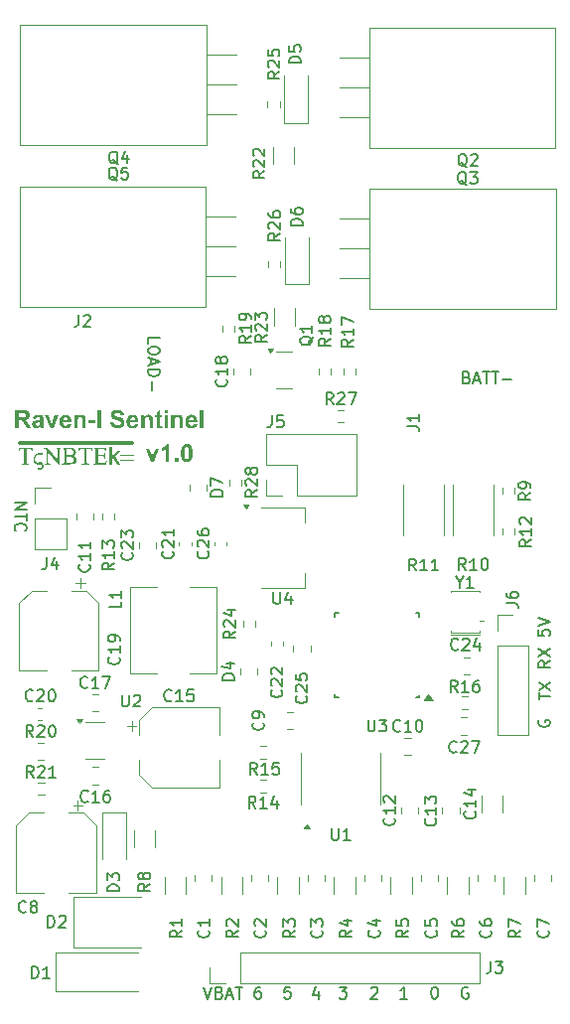
<source format=gto>
G04 #@! TF.GenerationSoftware,KiCad,Pcbnew,8.0.1*
G04 #@! TF.CreationDate,2024-11-29T15:47:05+04:00*
G04 #@! TF.ProjectId,BQ76925_ATMEGA328P_6S_20A_BMS,42513736-3932-4355-9f41-544d45474133,v1.0*
G04 #@! TF.SameCoordinates,Original*
G04 #@! TF.FileFunction,Legend,Top*
G04 #@! TF.FilePolarity,Positive*
%FSLAX46Y46*%
G04 Gerber Fmt 4.6, Leading zero omitted, Abs format (unit mm)*
G04 Created by KiCad (PCBNEW 8.0.1) date 2024-11-29 15:47:05*
%MOMM*%
%LPD*%
G01*
G04 APERTURE LIST*
%ADD10C,0.150000*%
%ADD11C,0.300000*%
%ADD12C,0.187500*%
%ADD13C,0.120000*%
G04 APERTURE END LIST*
D10*
X85709819Y-72913577D02*
X85709819Y-72342149D01*
X86709819Y-72627863D02*
X85709819Y-72627863D01*
X85709819Y-72104053D02*
X86709819Y-71437387D01*
X85709819Y-71437387D02*
X86709819Y-72104053D01*
X85649819Y-66994530D02*
X85649819Y-67470720D01*
X85649819Y-67470720D02*
X86126009Y-67518339D01*
X86126009Y-67518339D02*
X86078390Y-67470720D01*
X86078390Y-67470720D02*
X86030771Y-67375482D01*
X86030771Y-67375482D02*
X86030771Y-67137387D01*
X86030771Y-67137387D02*
X86078390Y-67042149D01*
X86078390Y-67042149D02*
X86126009Y-66994530D01*
X86126009Y-66994530D02*
X86221247Y-66946911D01*
X86221247Y-66946911D02*
X86459342Y-66946911D01*
X86459342Y-66946911D02*
X86554580Y-66994530D01*
X86554580Y-66994530D02*
X86602200Y-67042149D01*
X86602200Y-67042149D02*
X86649819Y-67137387D01*
X86649819Y-67137387D02*
X86649819Y-67375482D01*
X86649819Y-67375482D02*
X86602200Y-67470720D01*
X86602200Y-67470720D02*
X86554580Y-67518339D01*
X85649819Y-66661196D02*
X86649819Y-66327863D01*
X86649819Y-66327863D02*
X85649819Y-65994530D01*
X64502969Y-97437319D02*
X64026779Y-97437319D01*
X64026779Y-97437319D02*
X63979160Y-97913509D01*
X63979160Y-97913509D02*
X64026779Y-97865890D01*
X64026779Y-97865890D02*
X64122017Y-97818271D01*
X64122017Y-97818271D02*
X64360112Y-97818271D01*
X64360112Y-97818271D02*
X64455350Y-97865890D01*
X64455350Y-97865890D02*
X64502969Y-97913509D01*
X64502969Y-97913509D02*
X64550588Y-98008747D01*
X64550588Y-98008747D02*
X64550588Y-98246842D01*
X64550588Y-98246842D02*
X64502969Y-98342080D01*
X64502969Y-98342080D02*
X64455350Y-98389700D01*
X64455350Y-98389700D02*
X64360112Y-98437319D01*
X64360112Y-98437319D02*
X64122017Y-98437319D01*
X64122017Y-98437319D02*
X64026779Y-98389700D01*
X64026779Y-98389700D02*
X63979160Y-98342080D01*
X66905350Y-97770652D02*
X66905350Y-98437319D01*
X66667255Y-97389700D02*
X66429160Y-98103985D01*
X66429160Y-98103985D02*
X67048207Y-98103985D01*
D11*
G36*
X42520509Y-51452213D02*
G01*
X42537728Y-51780476D01*
X42475812Y-51780476D01*
X42462847Y-51706378D01*
X42445038Y-51653347D01*
X42399156Y-51595960D01*
X42364071Y-51572381D01*
X42292715Y-51550356D01*
X42230348Y-51546003D01*
X42045334Y-51546003D01*
X42045334Y-52612855D01*
X42048278Y-52689784D01*
X42064408Y-52762521D01*
X42070247Y-52771491D01*
X42134404Y-52807352D01*
X42181988Y-52812158D01*
X42242072Y-52812158D01*
X42242072Y-52882500D01*
X41626214Y-52882500D01*
X41626214Y-52812158D01*
X41687397Y-52812158D01*
X41761125Y-52797992D01*
X41803168Y-52761966D01*
X41821114Y-52689122D01*
X41824050Y-52612855D01*
X41824050Y-51546003D01*
X41667979Y-51546003D01*
X41590469Y-51548901D01*
X41532791Y-51559192D01*
X41470357Y-51599964D01*
X41446329Y-51628801D01*
X41416143Y-51697153D01*
X41403240Y-51774250D01*
X41402732Y-51780476D01*
X41340083Y-51780476D01*
X41358035Y-51452213D01*
X42520509Y-51452213D01*
G37*
G36*
X42635547Y-52491955D02*
G01*
X42640368Y-52401604D01*
X42654832Y-52316709D01*
X42678937Y-52237269D01*
X42712684Y-52163286D01*
X42756074Y-52094759D01*
X42809105Y-52031689D01*
X42833018Y-52007988D01*
X42900312Y-51955883D01*
X42965863Y-51921408D01*
X43038678Y-51896335D01*
X43118757Y-51880664D01*
X43206100Y-51874396D01*
X43221364Y-51874265D01*
X43299674Y-51879005D01*
X43372060Y-51898260D01*
X43389891Y-51907971D01*
X43439007Y-51965329D01*
X43442281Y-51987472D01*
X43415170Y-52040961D01*
X43347027Y-52061844D01*
X43270564Y-52056795D01*
X43214769Y-52050120D01*
X43139518Y-52041705D01*
X43074085Y-52038396D01*
X42999824Y-52048354D01*
X42929629Y-52078227D01*
X42910321Y-52090420D01*
X42852819Y-52142973D01*
X42811059Y-52203970D01*
X42784658Y-52257848D01*
X42758576Y-52329168D01*
X42741043Y-52405222D01*
X42735198Y-52478766D01*
X42746263Y-52555486D01*
X42779458Y-52621927D01*
X42802243Y-52649125D01*
X42862214Y-52693957D01*
X42932586Y-52715934D01*
X42968572Y-52718368D01*
X43043270Y-52713319D01*
X43090205Y-52706645D01*
X43162939Y-52697165D01*
X43207808Y-52694921D01*
X43284745Y-52705586D01*
X43355070Y-52741208D01*
X43387327Y-52770758D01*
X43429522Y-52836755D01*
X43451092Y-52913274D01*
X43456570Y-52987280D01*
X43450502Y-53063552D01*
X43429169Y-53140764D01*
X43392477Y-53208877D01*
X43359483Y-53249230D01*
X43301713Y-53298641D01*
X43230115Y-53334576D01*
X43150717Y-53350547D01*
X43125376Y-53351446D01*
X43049178Y-53340897D01*
X43005942Y-53318107D01*
X42972635Y-53251460D01*
X42972602Y-53248864D01*
X42996782Y-53189146D01*
X43055401Y-53163867D01*
X43128307Y-53175591D01*
X43202472Y-53187212D01*
X43208907Y-53187315D01*
X43280806Y-53169426D01*
X43315153Y-53141519D01*
X43350026Y-53074269D01*
X43356919Y-53012925D01*
X43342373Y-52939645D01*
X43326144Y-52915839D01*
X43258823Y-52883313D01*
X43242979Y-52882500D01*
X43168819Y-52889802D01*
X43151022Y-52892758D01*
X43076650Y-52902650D01*
X43014002Y-52905947D01*
X42936080Y-52898940D01*
X42864983Y-52877920D01*
X42793154Y-52837522D01*
X42743258Y-52793839D01*
X42696135Y-52732931D01*
X42662475Y-52662315D01*
X42642279Y-52581989D01*
X42635652Y-52503740D01*
X42635547Y-52491955D01*
G37*
G36*
X43459134Y-51452213D02*
G01*
X43855540Y-51452213D01*
X44692683Y-52486093D01*
X44692683Y-51721857D01*
X44689609Y-51644929D01*
X44672767Y-51572192D01*
X44666671Y-51563222D01*
X44598901Y-51526527D01*
X44554930Y-51522555D01*
X44494846Y-51522555D01*
X44494846Y-51452213D01*
X45004459Y-51452213D01*
X45004459Y-51522555D01*
X44943276Y-51522555D01*
X44869547Y-51536721D01*
X44827505Y-51572747D01*
X44809559Y-51645591D01*
X44806622Y-51721857D01*
X44806622Y-52905947D01*
X44752400Y-52905947D01*
X43848213Y-51793665D01*
X43848213Y-52612855D01*
X43851157Y-52689784D01*
X43867287Y-52762521D01*
X43873126Y-52771491D01*
X43937282Y-52807352D01*
X43984867Y-52812158D01*
X44046050Y-52812158D01*
X44046050Y-52882500D01*
X43536437Y-52882500D01*
X43536437Y-52812158D01*
X43596521Y-52812158D01*
X43671107Y-52797992D01*
X43713391Y-52761966D01*
X43731337Y-52689122D01*
X43734274Y-52612855D01*
X43734274Y-51652981D01*
X43683063Y-51599706D01*
X43635355Y-51562123D01*
X43567623Y-51533722D01*
X43496503Y-51522555D01*
X43459134Y-51522555D01*
X43459134Y-51452213D01*
G37*
G36*
X45731005Y-51453816D02*
G01*
X45812181Y-51459451D01*
X45890005Y-51470471D01*
X45924033Y-51477859D01*
X45998519Y-51500894D01*
X46071204Y-51535895D01*
X46132124Y-51580518D01*
X46166200Y-51615612D01*
X46210443Y-51680405D01*
X46238299Y-51751138D01*
X46249769Y-51827810D01*
X46250097Y-51843857D01*
X46242175Y-51917613D01*
X46215462Y-51991656D01*
X46183053Y-52042793D01*
X46130365Y-52099945D01*
X46067240Y-52143257D01*
X46030645Y-52158564D01*
X46105675Y-52182246D01*
X46171947Y-52219220D01*
X46211263Y-52251254D01*
X46261382Y-52309491D01*
X46295098Y-52374567D01*
X46312412Y-52446482D01*
X46314944Y-52489391D01*
X46306892Y-52562482D01*
X46282735Y-52633149D01*
X46246800Y-52695287D01*
X46194315Y-52756261D01*
X46130056Y-52804680D01*
X46061420Y-52837803D01*
X45985734Y-52859409D01*
X45902449Y-52872679D01*
X45817215Y-52879706D01*
X45734976Y-52882325D01*
X45705680Y-52882500D01*
X45034501Y-52882500D01*
X45034501Y-52812158D01*
X45098614Y-52812158D01*
X45171796Y-52797785D01*
X45211824Y-52763431D01*
X45457651Y-52763431D01*
X45533056Y-52777823D01*
X45609154Y-52786242D01*
X45678935Y-52788710D01*
X45755531Y-52784853D01*
X45832422Y-52771000D01*
X45905348Y-52743373D01*
X45958105Y-52708110D01*
X46007950Y-52653857D01*
X46041458Y-52585748D01*
X46052627Y-52508808D01*
X46042094Y-52432971D01*
X46013087Y-52363869D01*
X46010495Y-52359331D01*
X45963291Y-52301499D01*
X45900371Y-52258471D01*
X45871277Y-52244659D01*
X45797906Y-52220672D01*
X45719710Y-52207506D01*
X45639973Y-52202692D01*
X45621050Y-52202527D01*
X45542087Y-52203558D01*
X45466558Y-52208545D01*
X45457651Y-52209855D01*
X45457651Y-52763431D01*
X45211824Y-52763431D01*
X45214385Y-52761233D01*
X45233276Y-52687645D01*
X45236367Y-52612855D01*
X45236367Y-52095915D01*
X45457651Y-52095915D01*
X45530386Y-52105119D01*
X45609962Y-52108538D01*
X45637536Y-52108738D01*
X45715943Y-52106217D01*
X45788787Y-52097501D01*
X45861018Y-52076864D01*
X45925773Y-52036656D01*
X45972759Y-51979778D01*
X46001611Y-51911085D01*
X46011228Y-51836163D01*
X45999842Y-51757913D01*
X45965685Y-51687887D01*
X45914874Y-51631366D01*
X45853401Y-51590101D01*
X45777380Y-51562342D01*
X45697593Y-51549004D01*
X45630209Y-51546003D01*
X45553303Y-51549328D01*
X45476136Y-51561430D01*
X45457651Y-51566153D01*
X45457651Y-52095915D01*
X45236367Y-52095915D01*
X45236367Y-51721857D01*
X45233164Y-51646051D01*
X45215610Y-51573514D01*
X45209256Y-51564321D01*
X45145077Y-51527491D01*
X45098614Y-51522555D01*
X45034501Y-51522555D01*
X45034501Y-51452213D01*
X45649993Y-51452213D01*
X45731005Y-51453816D01*
G37*
G36*
X47639351Y-51452213D02*
G01*
X47656570Y-51780476D01*
X47594654Y-51780476D01*
X47581688Y-51706378D01*
X47563879Y-51653347D01*
X47517998Y-51595960D01*
X47482913Y-51572381D01*
X47411557Y-51550356D01*
X47349190Y-51546003D01*
X47164176Y-51546003D01*
X47164176Y-52612855D01*
X47167120Y-52689784D01*
X47183250Y-52762521D01*
X47189089Y-52771491D01*
X47253245Y-52807352D01*
X47300830Y-52812158D01*
X47360914Y-52812158D01*
X47360914Y-52882500D01*
X46745055Y-52882500D01*
X46745055Y-52812158D01*
X46806238Y-52812158D01*
X46879967Y-52797992D01*
X46922009Y-52761966D01*
X46939955Y-52689122D01*
X46942892Y-52612855D01*
X46942892Y-51546003D01*
X46786821Y-51546003D01*
X46709310Y-51548901D01*
X46651632Y-51559192D01*
X46589199Y-51599964D01*
X46565170Y-51628801D01*
X46534984Y-51697153D01*
X46522082Y-51774250D01*
X46521573Y-51780476D01*
X46458925Y-51780476D01*
X46476877Y-51452213D01*
X47639351Y-51452213D01*
G37*
G36*
X48142735Y-51546003D02*
G01*
X48142735Y-52085291D01*
X48439124Y-52085291D01*
X48513536Y-52080499D01*
X48584775Y-52055345D01*
X48589699Y-52051219D01*
X48628992Y-51983716D01*
X48644156Y-51905561D01*
X48646486Y-51874265D01*
X48707302Y-51874265D01*
X48707302Y-52390106D01*
X48647219Y-52390106D01*
X48634958Y-52313400D01*
X48617909Y-52250887D01*
X48564650Y-52199724D01*
X48562222Y-52198497D01*
X48490575Y-52181375D01*
X48436926Y-52179080D01*
X48142735Y-52179080D01*
X48142735Y-52639966D01*
X48144475Y-52713972D01*
X48149696Y-52750608D01*
X48174609Y-52778452D01*
X48246416Y-52788710D01*
X48483454Y-52788710D01*
X48561661Y-52786443D01*
X48637407Y-52776368D01*
X48651249Y-52772590D01*
X48717156Y-52737864D01*
X48750167Y-52708843D01*
X48798081Y-52650282D01*
X48839425Y-52585896D01*
X48877737Y-52515835D01*
X48882058Y-52507342D01*
X48946905Y-52507342D01*
X48819410Y-52882500D01*
X47721416Y-52882500D01*
X47721416Y-52812158D01*
X47782599Y-52812158D01*
X47855805Y-52799026D01*
X47899103Y-52765629D01*
X47918308Y-52692213D01*
X47921451Y-52612855D01*
X47921451Y-51721857D01*
X47918637Y-51643182D01*
X47903219Y-51569788D01*
X47897637Y-51561024D01*
X47828781Y-51526312D01*
X47782599Y-51522555D01*
X47721416Y-51522555D01*
X47721416Y-51452213D01*
X48818677Y-51452213D01*
X48837728Y-51780476D01*
X48775812Y-51780476D01*
X48759728Y-51707593D01*
X48735559Y-51635431D01*
X48727819Y-51621107D01*
X48672340Y-51569275D01*
X48655279Y-51561024D01*
X48581805Y-51548115D01*
X48514228Y-51546003D01*
X48142735Y-51546003D01*
G37*
G36*
X50050760Y-52061844D02*
G01*
X51156081Y-52061844D01*
X51156081Y-52179080D01*
X50050760Y-52179080D01*
X50050760Y-52061844D01*
G37*
G36*
X50050760Y-52460448D02*
G01*
X51156081Y-52460448D01*
X51156081Y-52577684D01*
X50050760Y-52577684D01*
X50050760Y-52460448D01*
G37*
X41430000Y-51037500D02*
X51014508Y-51037500D01*
D10*
X57153922Y-97437319D02*
X57487255Y-98437319D01*
X57487255Y-98437319D02*
X57820588Y-97437319D01*
X58487255Y-97913509D02*
X58630112Y-97961128D01*
X58630112Y-97961128D02*
X58677731Y-98008747D01*
X58677731Y-98008747D02*
X58725350Y-98103985D01*
X58725350Y-98103985D02*
X58725350Y-98246842D01*
X58725350Y-98246842D02*
X58677731Y-98342080D01*
X58677731Y-98342080D02*
X58630112Y-98389700D01*
X58630112Y-98389700D02*
X58534874Y-98437319D01*
X58534874Y-98437319D02*
X58153922Y-98437319D01*
X58153922Y-98437319D02*
X58153922Y-97437319D01*
X58153922Y-97437319D02*
X58487255Y-97437319D01*
X58487255Y-97437319D02*
X58582493Y-97484938D01*
X58582493Y-97484938D02*
X58630112Y-97532557D01*
X58630112Y-97532557D02*
X58677731Y-97627795D01*
X58677731Y-97627795D02*
X58677731Y-97723033D01*
X58677731Y-97723033D02*
X58630112Y-97818271D01*
X58630112Y-97818271D02*
X58582493Y-97865890D01*
X58582493Y-97865890D02*
X58487255Y-97913509D01*
X58487255Y-97913509D02*
X58153922Y-97913509D01*
X59106303Y-98151604D02*
X59582493Y-98151604D01*
X59011065Y-98437319D02*
X59344398Y-97437319D01*
X59344398Y-97437319D02*
X59677731Y-98437319D01*
X59868208Y-97437319D02*
X60439636Y-97437319D01*
X60153922Y-98437319D02*
X60153922Y-97437319D01*
X68691541Y-97437319D02*
X69310588Y-97437319D01*
X69310588Y-97437319D02*
X68977255Y-97818271D01*
X68977255Y-97818271D02*
X69120112Y-97818271D01*
X69120112Y-97818271D02*
X69215350Y-97865890D01*
X69215350Y-97865890D02*
X69262969Y-97913509D01*
X69262969Y-97913509D02*
X69310588Y-98008747D01*
X69310588Y-98008747D02*
X69310588Y-98246842D01*
X69310588Y-98246842D02*
X69262969Y-98342080D01*
X69262969Y-98342080D02*
X69215350Y-98389700D01*
X69215350Y-98389700D02*
X69120112Y-98437319D01*
X69120112Y-98437319D02*
X68834398Y-98437319D01*
X68834398Y-98437319D02*
X68739160Y-98389700D01*
X68739160Y-98389700D02*
X68691541Y-98342080D01*
D12*
G36*
X49110317Y-52882500D02*
G01*
X49110317Y-51358424D01*
X49295697Y-51358424D01*
X49295697Y-52228906D01*
X49734602Y-51780476D01*
X49974570Y-51780476D01*
X49556182Y-52189338D01*
X50017069Y-52882500D01*
X49788091Y-52882500D01*
X49426489Y-52319031D01*
X49295697Y-52445793D01*
X49295697Y-52882500D01*
X49110317Y-52882500D01*
G37*
D10*
X79550112Y-45473509D02*
X79692969Y-45521128D01*
X79692969Y-45521128D02*
X79740588Y-45568747D01*
X79740588Y-45568747D02*
X79788207Y-45663985D01*
X79788207Y-45663985D02*
X79788207Y-45806842D01*
X79788207Y-45806842D02*
X79740588Y-45902080D01*
X79740588Y-45902080D02*
X79692969Y-45949700D01*
X79692969Y-45949700D02*
X79597731Y-45997319D01*
X79597731Y-45997319D02*
X79216779Y-45997319D01*
X79216779Y-45997319D02*
X79216779Y-44997319D01*
X79216779Y-44997319D02*
X79550112Y-44997319D01*
X79550112Y-44997319D02*
X79645350Y-45044938D01*
X79645350Y-45044938D02*
X79692969Y-45092557D01*
X79692969Y-45092557D02*
X79740588Y-45187795D01*
X79740588Y-45187795D02*
X79740588Y-45283033D01*
X79740588Y-45283033D02*
X79692969Y-45378271D01*
X79692969Y-45378271D02*
X79645350Y-45425890D01*
X79645350Y-45425890D02*
X79550112Y-45473509D01*
X79550112Y-45473509D02*
X79216779Y-45473509D01*
X80169160Y-45711604D02*
X80645350Y-45711604D01*
X80073922Y-45997319D02*
X80407255Y-44997319D01*
X80407255Y-44997319D02*
X80740588Y-45997319D01*
X80931065Y-44997319D02*
X81502493Y-44997319D01*
X81216779Y-45997319D02*
X81216779Y-44997319D01*
X81692970Y-44997319D02*
X82264398Y-44997319D01*
X81978684Y-45997319D02*
X81978684Y-44997319D01*
X82597732Y-45616366D02*
X83359637Y-45616366D01*
X86679819Y-69629292D02*
X86203628Y-69962625D01*
X86679819Y-70200720D02*
X85679819Y-70200720D01*
X85679819Y-70200720D02*
X85679819Y-69819768D01*
X85679819Y-69819768D02*
X85727438Y-69724530D01*
X85727438Y-69724530D02*
X85775057Y-69676911D01*
X85775057Y-69676911D02*
X85870295Y-69629292D01*
X85870295Y-69629292D02*
X86013152Y-69629292D01*
X86013152Y-69629292D02*
X86108390Y-69676911D01*
X86108390Y-69676911D02*
X86156009Y-69724530D01*
X86156009Y-69724530D02*
X86203628Y-69819768D01*
X86203628Y-69819768D02*
X86203628Y-70200720D01*
X85679819Y-69295958D02*
X86679819Y-68629292D01*
X85679819Y-68629292D02*
X86679819Y-69295958D01*
X61955350Y-97437319D02*
X61764874Y-97437319D01*
X61764874Y-97437319D02*
X61669636Y-97484938D01*
X61669636Y-97484938D02*
X61622017Y-97532557D01*
X61622017Y-97532557D02*
X61526779Y-97675414D01*
X61526779Y-97675414D02*
X61479160Y-97865890D01*
X61479160Y-97865890D02*
X61479160Y-98246842D01*
X61479160Y-98246842D02*
X61526779Y-98342080D01*
X61526779Y-98342080D02*
X61574398Y-98389700D01*
X61574398Y-98389700D02*
X61669636Y-98437319D01*
X61669636Y-98437319D02*
X61860112Y-98437319D01*
X61860112Y-98437319D02*
X61955350Y-98389700D01*
X61955350Y-98389700D02*
X62002969Y-98342080D01*
X62002969Y-98342080D02*
X62050588Y-98246842D01*
X62050588Y-98246842D02*
X62050588Y-98008747D01*
X62050588Y-98008747D02*
X62002969Y-97913509D01*
X62002969Y-97913509D02*
X61955350Y-97865890D01*
X61955350Y-97865890D02*
X61860112Y-97818271D01*
X61860112Y-97818271D02*
X61669636Y-97818271D01*
X61669636Y-97818271D02*
X61574398Y-97865890D01*
X61574398Y-97865890D02*
X61526779Y-97913509D01*
X61526779Y-97913509D02*
X61479160Y-98008747D01*
D11*
G36*
X41802625Y-48249866D02*
G01*
X41879450Y-48254193D01*
X41957293Y-48262889D01*
X42030715Y-48277635D01*
X42068185Y-48289456D01*
X42138553Y-48325242D01*
X42198531Y-48376180D01*
X42244040Y-48435635D01*
X42278816Y-48504321D01*
X42300712Y-48578947D01*
X42309728Y-48659511D01*
X42309986Y-48676337D01*
X42303734Y-48758494D01*
X42284981Y-48833141D01*
X42253726Y-48900277D01*
X42209968Y-48959903D01*
X42153937Y-49010621D01*
X42085496Y-49051036D01*
X42015429Y-49077946D01*
X41935860Y-49096967D01*
X41911381Y-49100953D01*
X41975275Y-49142343D01*
X42035596Y-49190557D01*
X42074413Y-49228814D01*
X42124025Y-49289233D01*
X42166741Y-49349270D01*
X42208700Y-49412923D01*
X42248070Y-49475743D01*
X42432718Y-49772499D01*
X42067819Y-49772499D01*
X41847267Y-49437275D01*
X41805781Y-49376675D01*
X41758600Y-49309939D01*
X41712697Y-49249124D01*
X41686434Y-49218556D01*
X41627484Y-49171237D01*
X41594842Y-49156274D01*
X41522470Y-49142647D01*
X41447852Y-49139437D01*
X41441336Y-49139421D01*
X41379420Y-49139421D01*
X41379420Y-49772499D01*
X41074605Y-49772499D01*
X41074605Y-48506344D01*
X41379420Y-48506344D01*
X41379420Y-48881501D01*
X41605101Y-48881501D01*
X41681599Y-48880869D01*
X41756197Y-48878538D01*
X41835394Y-48872227D01*
X41879141Y-48863549D01*
X41942944Y-48826067D01*
X41964504Y-48800900D01*
X41992604Y-48729384D01*
X41995645Y-48689892D01*
X41982778Y-48614969D01*
X41954979Y-48569358D01*
X41894805Y-48526859D01*
X41839940Y-48511473D01*
X41765843Y-48507626D01*
X41691561Y-48506589D01*
X41617557Y-48506344D01*
X41379420Y-48506344D01*
X41074605Y-48506344D01*
X41074605Y-48248423D01*
X41716475Y-48248423D01*
X41802625Y-48249866D01*
G37*
G36*
X43094544Y-48649236D02*
G01*
X43174382Y-48657170D01*
X43249366Y-48672994D01*
X43302833Y-48693189D01*
X43366065Y-48731314D01*
X43419780Y-48784649D01*
X43436189Y-48810426D01*
X43459854Y-48880201D01*
X43470435Y-48954509D01*
X43474683Y-49036374D01*
X43475024Y-49070911D01*
X43471727Y-49410897D01*
X43472828Y-49486477D01*
X43477165Y-49562480D01*
X43485648Y-49624854D01*
X43505615Y-49696203D01*
X43535314Y-49767585D01*
X43537672Y-49772499D01*
X43251542Y-49772499D01*
X43228725Y-49700937D01*
X43223698Y-49683106D01*
X43213440Y-49647568D01*
X43156218Y-49698092D01*
X43090973Y-49740966D01*
X43054438Y-49758943D01*
X42984039Y-49782901D01*
X42909770Y-49794645D01*
X42874187Y-49795946D01*
X42794205Y-49790130D01*
X42714899Y-49769683D01*
X42646896Y-49734514D01*
X42607840Y-49702889D01*
X42560731Y-49646633D01*
X42526470Y-49574948D01*
X42511910Y-49502173D01*
X42510387Y-49467317D01*
X42512806Y-49443137D01*
X42800181Y-49443137D01*
X42821653Y-49515284D01*
X42845610Y-49543154D01*
X42911985Y-49579047D01*
X42961015Y-49584920D01*
X43037585Y-49572738D01*
X43106042Y-49539191D01*
X43110491Y-49536194D01*
X43161954Y-49483185D01*
X43179368Y-49445335D01*
X43189383Y-49371720D01*
X43190725Y-49311246D01*
X43190725Y-49256658D01*
X43118826Y-49275983D01*
X43043624Y-49292762D01*
X43014504Y-49298789D01*
X42941507Y-49315327D01*
X42870570Y-49339072D01*
X42856967Y-49346417D01*
X42808167Y-49402058D01*
X42800181Y-49443137D01*
X42512806Y-49443137D01*
X42517703Y-49394202D01*
X42541946Y-49323035D01*
X42554717Y-49299522D01*
X42600308Y-49241429D01*
X42659503Y-49196660D01*
X42678914Y-49186316D01*
X42748758Y-49158306D01*
X42822153Y-49137090D01*
X42900016Y-49119647D01*
X42909357Y-49117806D01*
X42992194Y-49101078D01*
X43072268Y-49082606D01*
X43143739Y-49062645D01*
X43190725Y-49045632D01*
X43190725Y-49015956D01*
X43180375Y-48942867D01*
X43149326Y-48894323D01*
X43079980Y-48864996D01*
X43001060Y-48858089D01*
X42993988Y-48858053D01*
X42917687Y-48867906D01*
X42873087Y-48889194D01*
X42825489Y-48946582D01*
X42803112Y-48998737D01*
X42540429Y-48951843D01*
X42566578Y-48879211D01*
X42605521Y-48809543D01*
X42654548Y-48752626D01*
X42692836Y-48721766D01*
X42762124Y-48685637D01*
X42837630Y-48663449D01*
X42914441Y-48651699D01*
X42988260Y-48647319D01*
X43014504Y-48647027D01*
X43094544Y-48649236D01*
G37*
G36*
X44055711Y-49772499D02*
G01*
X43614609Y-48670475D01*
X43918691Y-48670475D01*
X44124588Y-49232844D01*
X44184305Y-49420789D01*
X44207203Y-49350378D01*
X44214347Y-49326267D01*
X44237016Y-49256268D01*
X44245122Y-49232844D01*
X44453217Y-48670475D01*
X44751071Y-48670475D01*
X44316196Y-49772499D01*
X44055711Y-49772499D01*
G37*
G36*
X45413921Y-48650972D02*
G01*
X45495769Y-48666119D01*
X45570378Y-48692626D01*
X45637749Y-48730493D01*
X45697882Y-48779720D01*
X45725233Y-48808594D01*
X45773074Y-48875222D01*
X45810533Y-48953932D01*
X45833819Y-49028752D01*
X45849896Y-49111962D01*
X45858763Y-49203562D01*
X45860667Y-49282883D01*
X45860422Y-49303552D01*
X45135020Y-49303552D01*
X45143113Y-49381104D01*
X45166479Y-49453022D01*
X45204996Y-49510914D01*
X45264912Y-49558830D01*
X45335711Y-49582318D01*
X45372058Y-49584920D01*
X45444923Y-49573167D01*
X45485997Y-49551581D01*
X45535285Y-49494022D01*
X45556339Y-49444236D01*
X45845034Y-49491131D01*
X45813161Y-49561244D01*
X45767669Y-49629501D01*
X45711975Y-49686515D01*
X45669180Y-49718277D01*
X45597010Y-49755822D01*
X45524830Y-49778880D01*
X45445094Y-49792229D01*
X45369127Y-49795946D01*
X45283457Y-49791375D01*
X45205050Y-49777663D01*
X45133906Y-49754810D01*
X45058120Y-49715320D01*
X44992793Y-49662667D01*
X44946343Y-49608734D01*
X44904231Y-49539265D01*
X44872462Y-49462294D01*
X44853464Y-49390346D01*
X44842065Y-49312886D01*
X44838265Y-49229913D01*
X44841736Y-49147402D01*
X44846001Y-49115974D01*
X45140150Y-49115974D01*
X45572826Y-49115974D01*
X45565234Y-49042916D01*
X45540916Y-48970925D01*
X45507979Y-48923999D01*
X45448684Y-48878919D01*
X45373792Y-48858633D01*
X45357404Y-48858053D01*
X45280938Y-48871307D01*
X45216954Y-48911067D01*
X45200966Y-48927296D01*
X45161059Y-48992016D01*
X45142684Y-49066248D01*
X45140150Y-49115974D01*
X44846001Y-49115974D01*
X44852147Y-49070688D01*
X44873803Y-48986281D01*
X44905453Y-48910220D01*
X44947098Y-48842506D01*
X44980415Y-48802000D01*
X45036374Y-48749333D01*
X45097640Y-48707563D01*
X45164212Y-48676690D01*
X45236091Y-48656713D01*
X45313277Y-48647633D01*
X45340184Y-48647027D01*
X45413921Y-48650972D01*
G37*
G36*
X47085910Y-49772499D02*
G01*
X46796482Y-49772499D01*
X46796482Y-49203535D01*
X46795315Y-49121194D01*
X46791209Y-49047611D01*
X46778947Y-48973239D01*
X46777798Y-48969794D01*
X46739352Y-48905733D01*
X46717714Y-48887362D01*
X46648970Y-48860372D01*
X46617330Y-48858053D01*
X46541588Y-48869944D01*
X46482142Y-48900185D01*
X46429239Y-48952419D01*
X46400076Y-49011560D01*
X46385844Y-49087229D01*
X46380241Y-49162355D01*
X46378180Y-49244752D01*
X46378094Y-49267649D01*
X46378094Y-49772499D01*
X46088667Y-49772499D01*
X46088667Y-48670475D01*
X46357578Y-48670475D01*
X46357578Y-48831309D01*
X46413898Y-48768682D01*
X46475421Y-48719012D01*
X46542148Y-48682300D01*
X46614079Y-48658545D01*
X46691213Y-48647747D01*
X46718080Y-48647027D01*
X46793289Y-48652772D01*
X46868062Y-48671805D01*
X46893203Y-48681832D01*
X46959202Y-48718647D01*
X47013370Y-48770492D01*
X47051237Y-48835717D01*
X47069790Y-48892858D01*
X47081361Y-48969784D01*
X47085517Y-49050103D01*
X47085910Y-49088496D01*
X47085910Y-49772499D01*
G37*
G36*
X47339801Y-49373894D02*
G01*
X47339801Y-49115974D01*
X47908764Y-49115974D01*
X47908764Y-49373894D01*
X47339801Y-49373894D01*
G37*
G36*
X48064836Y-49772499D02*
G01*
X48064836Y-48248423D01*
X48369651Y-48248423D01*
X48369651Y-49772499D01*
X48064836Y-49772499D01*
G37*
G36*
X49163196Y-49280105D02*
G01*
X49459951Y-49256658D01*
X49479341Y-49332179D01*
X49511084Y-49401817D01*
X49558397Y-49461063D01*
X49568394Y-49469882D01*
X49631568Y-49508678D01*
X49708248Y-49531371D01*
X49789678Y-49538025D01*
X49866785Y-49533186D01*
X49938998Y-49516456D01*
X50006953Y-49480607D01*
X50011695Y-49476843D01*
X50062786Y-49419060D01*
X50085777Y-49348435D01*
X50086434Y-49333228D01*
X50067203Y-49260411D01*
X50054926Y-49243468D01*
X49993535Y-49199005D01*
X49945383Y-49178988D01*
X49872103Y-49156569D01*
X49797370Y-49136083D01*
X49724298Y-49116864D01*
X49701018Y-49110845D01*
X49627994Y-49090605D01*
X49549787Y-49064570D01*
X49481858Y-49036629D01*
X49415598Y-49001622D01*
X49357002Y-48958437D01*
X49302756Y-48900652D01*
X49261833Y-48837573D01*
X49234234Y-48769199D01*
X49219959Y-48695531D01*
X49217784Y-48651057D01*
X49225490Y-48572736D01*
X49248607Y-48497964D01*
X49282997Y-48433071D01*
X49329601Y-48374173D01*
X49387439Y-48324793D01*
X49456512Y-48284929D01*
X49471674Y-48278099D01*
X49545122Y-48252419D01*
X49617125Y-48236648D01*
X49695446Y-48227518D01*
X49769162Y-48224976D01*
X49854571Y-48228097D01*
X49933110Y-48237462D01*
X50004780Y-48253070D01*
X50081717Y-48280041D01*
X50148761Y-48316002D01*
X50197076Y-48352837D01*
X50253528Y-48412861D01*
X50296903Y-48481054D01*
X50327199Y-48557417D01*
X50342758Y-48629374D01*
X50348384Y-48693922D01*
X50043203Y-48693922D01*
X50022303Y-48618480D01*
X49981901Y-48552993D01*
X49959305Y-48532355D01*
X49890543Y-48498545D01*
X49811958Y-48484635D01*
X49765865Y-48482896D01*
X49688556Y-48488120D01*
X49616410Y-48505932D01*
X49557770Y-48536385D01*
X49513235Y-48598003D01*
X49509410Y-48628709D01*
X49534964Y-48698845D01*
X49554839Y-48718468D01*
X49621214Y-48755168D01*
X49691281Y-48780722D01*
X49769532Y-48803795D01*
X49835108Y-48820684D01*
X49914556Y-48841095D01*
X49985838Y-48861660D01*
X50058680Y-48885848D01*
X50128318Y-48913749D01*
X50164469Y-48931326D01*
X50226558Y-48970632D01*
X50284359Y-49023207D01*
X50331165Y-49085565D01*
X50365581Y-49158228D01*
X50384472Y-49233676D01*
X50391379Y-49309227D01*
X50391615Y-49327000D01*
X50384567Y-49406906D01*
X50363422Y-49483592D01*
X50328181Y-49557058D01*
X50319441Y-49571365D01*
X50274120Y-49630819D01*
X50219351Y-49680999D01*
X50155134Y-49721906D01*
X50115376Y-49740625D01*
X50045378Y-49764828D01*
X49967274Y-49782116D01*
X49892283Y-49791570D01*
X49811086Y-49795730D01*
X49786748Y-49795946D01*
X49700464Y-49792735D01*
X49620674Y-49783102D01*
X49547378Y-49767046D01*
X49467995Y-49739303D01*
X49397962Y-49702311D01*
X49346744Y-49664421D01*
X49293520Y-49610724D01*
X49248976Y-49548553D01*
X49213114Y-49477906D01*
X49185933Y-49398784D01*
X49169914Y-49326375D01*
X49163196Y-49280105D01*
G37*
G36*
X51129203Y-48650972D02*
G01*
X51211051Y-48666119D01*
X51285661Y-48692626D01*
X51353032Y-48730493D01*
X51413164Y-48779720D01*
X51440516Y-48808594D01*
X51488356Y-48875222D01*
X51525816Y-48953932D01*
X51549102Y-49028752D01*
X51565178Y-49111962D01*
X51574046Y-49203562D01*
X51575949Y-49282883D01*
X51575704Y-49303552D01*
X50850303Y-49303552D01*
X50858396Y-49381104D01*
X50881761Y-49453022D01*
X50920279Y-49510914D01*
X50980194Y-49558830D01*
X51050993Y-49582318D01*
X51087341Y-49584920D01*
X51160206Y-49573167D01*
X51201280Y-49551581D01*
X51250567Y-49494022D01*
X51271622Y-49444236D01*
X51560317Y-49491131D01*
X51528443Y-49561244D01*
X51482951Y-49629501D01*
X51427258Y-49686515D01*
X51384462Y-49718277D01*
X51312292Y-49755822D01*
X51240113Y-49778880D01*
X51160377Y-49792229D01*
X51084410Y-49795946D01*
X50998740Y-49791375D01*
X50920333Y-49777663D01*
X50849189Y-49754810D01*
X50773403Y-49715320D01*
X50708076Y-49662667D01*
X50661625Y-49608734D01*
X50619513Y-49539265D01*
X50587744Y-49462294D01*
X50568746Y-49390346D01*
X50557348Y-49312886D01*
X50553548Y-49229913D01*
X50557018Y-49147402D01*
X50561284Y-49115974D01*
X50855432Y-49115974D01*
X51288108Y-49115974D01*
X51280516Y-49042916D01*
X51256199Y-48970925D01*
X51223262Y-48923999D01*
X51163967Y-48878919D01*
X51089075Y-48858633D01*
X51072686Y-48858053D01*
X50996221Y-48871307D01*
X50932237Y-48911067D01*
X50916249Y-48927296D01*
X50876342Y-48992016D01*
X50857967Y-49066248D01*
X50855432Y-49115974D01*
X50561284Y-49115974D01*
X50567430Y-49070688D01*
X50589085Y-48986281D01*
X50620736Y-48910220D01*
X50662381Y-48842506D01*
X50695697Y-48802000D01*
X50751657Y-48749333D01*
X50812922Y-48707563D01*
X50879495Y-48676690D01*
X50951374Y-48656713D01*
X51028559Y-48647633D01*
X51055467Y-48647027D01*
X51129203Y-48650972D01*
G37*
G36*
X52801193Y-49772499D02*
G01*
X52511765Y-49772499D01*
X52511765Y-49203535D01*
X52510597Y-49121194D01*
X52506492Y-49047611D01*
X52494230Y-48973239D01*
X52493080Y-48969794D01*
X52454635Y-48905733D01*
X52432997Y-48887362D01*
X52364253Y-48860372D01*
X52332613Y-48858053D01*
X52256871Y-48869944D01*
X52197424Y-48900185D01*
X52144521Y-48952419D01*
X52115359Y-49011560D01*
X52101126Y-49087229D01*
X52095524Y-49162355D01*
X52093463Y-49244752D01*
X52093377Y-49267649D01*
X52093377Y-49772499D01*
X51803949Y-49772499D01*
X51803949Y-48670475D01*
X52072861Y-48670475D01*
X52072861Y-48831309D01*
X52129181Y-48768682D01*
X52190704Y-48719012D01*
X52257431Y-48682300D01*
X52329361Y-48658545D01*
X52406495Y-48647747D01*
X52433363Y-48647027D01*
X52508572Y-48652772D01*
X52583344Y-48671805D01*
X52608485Y-48681832D01*
X52674484Y-48718647D01*
X52728653Y-48770492D01*
X52766520Y-48835717D01*
X52785073Y-48892858D01*
X52796643Y-48969784D01*
X52800799Y-49050103D01*
X52801193Y-49088496D01*
X52801193Y-49772499D01*
G37*
G36*
X53589975Y-48670475D02*
G01*
X53589975Y-48881501D01*
X53392138Y-48881501D01*
X53392138Y-49359972D01*
X53392675Y-49439034D01*
X53395493Y-49513217D01*
X53397634Y-49529599D01*
X53423646Y-49569533D01*
X53472372Y-49584920D01*
X53544755Y-49571760D01*
X53588876Y-49557076D01*
X53613789Y-49757844D01*
X53541154Y-49779537D01*
X53462286Y-49792225D01*
X53385177Y-49795946D01*
X53310622Y-49789168D01*
X53243761Y-49768835D01*
X53178330Y-49728792D01*
X53151437Y-49698859D01*
X53120700Y-49629504D01*
X53110771Y-49582722D01*
X53103901Y-49504228D01*
X53101934Y-49428286D01*
X53101612Y-49372795D01*
X53101612Y-48881501D01*
X52968621Y-48881501D01*
X52968621Y-48670475D01*
X53101612Y-48670475D01*
X53101612Y-48459449D01*
X53392138Y-48295318D01*
X53392138Y-48670475D01*
X53589975Y-48670475D01*
G37*
G36*
X53787079Y-48506344D02*
G01*
X53787079Y-48248423D01*
X54076873Y-48248423D01*
X54076873Y-48506344D01*
X53787079Y-48506344D01*
G37*
G36*
X53787079Y-49772499D02*
G01*
X53787079Y-48670475D01*
X54076873Y-48670475D01*
X54076873Y-49772499D01*
X53787079Y-49772499D01*
G37*
G36*
X55365743Y-49772499D02*
G01*
X55076315Y-49772499D01*
X55076315Y-49203535D01*
X55075147Y-49121194D01*
X55071042Y-49047611D01*
X55058780Y-48973239D01*
X55057630Y-48969794D01*
X55019185Y-48905733D01*
X54997547Y-48887362D01*
X54928802Y-48860372D01*
X54897163Y-48858053D01*
X54821421Y-48869944D01*
X54761974Y-48900185D01*
X54709071Y-48952419D01*
X54679909Y-49011560D01*
X54665676Y-49087229D01*
X54660074Y-49162355D01*
X54658013Y-49244752D01*
X54657927Y-49267649D01*
X54657927Y-49772499D01*
X54368499Y-49772499D01*
X54368499Y-48670475D01*
X54637411Y-48670475D01*
X54637411Y-48831309D01*
X54693730Y-48768682D01*
X54755254Y-48719012D01*
X54821981Y-48682300D01*
X54893911Y-48658545D01*
X54971045Y-48647747D01*
X54997913Y-48647027D01*
X55073121Y-48652772D01*
X55147894Y-48671805D01*
X55173035Y-48681832D01*
X55239034Y-48718647D01*
X55293203Y-48770492D01*
X55331070Y-48835717D01*
X55349623Y-48892858D01*
X55361193Y-48969784D01*
X55365349Y-49050103D01*
X55365743Y-49088496D01*
X55365743Y-49772499D01*
G37*
G36*
X56143997Y-48650972D02*
G01*
X56225845Y-48666119D01*
X56300455Y-48692626D01*
X56367826Y-48730493D01*
X56427958Y-48779720D01*
X56455310Y-48808594D01*
X56503151Y-48875222D01*
X56540610Y-48953932D01*
X56563896Y-49028752D01*
X56579973Y-49111962D01*
X56588840Y-49203562D01*
X56590744Y-49282883D01*
X56590498Y-49303552D01*
X55865097Y-49303552D01*
X55873190Y-49381104D01*
X55896556Y-49453022D01*
X55935073Y-49510914D01*
X55994988Y-49558830D01*
X56065788Y-49582318D01*
X56102135Y-49584920D01*
X56175000Y-49573167D01*
X56216074Y-49551581D01*
X56265362Y-49494022D01*
X56286416Y-49444236D01*
X56575111Y-49491131D01*
X56543237Y-49561244D01*
X56497745Y-49629501D01*
X56442052Y-49686515D01*
X56399256Y-49718277D01*
X56327086Y-49755822D01*
X56254907Y-49778880D01*
X56175171Y-49792229D01*
X56099204Y-49795946D01*
X56013534Y-49791375D01*
X55935127Y-49777663D01*
X55863983Y-49754810D01*
X55788197Y-49715320D01*
X55722870Y-49662667D01*
X55676420Y-49608734D01*
X55634307Y-49539265D01*
X55602539Y-49462294D01*
X55583541Y-49390346D01*
X55572142Y-49312886D01*
X55568342Y-49229913D01*
X55571813Y-49147402D01*
X55576078Y-49115974D01*
X55870226Y-49115974D01*
X56302903Y-49115974D01*
X56295310Y-49042916D01*
X56270993Y-48970925D01*
X56238056Y-48923999D01*
X56178761Y-48878919D01*
X56103869Y-48858633D01*
X56087480Y-48858053D01*
X56011015Y-48871307D01*
X55947031Y-48911067D01*
X55931043Y-48927296D01*
X55891136Y-48992016D01*
X55872761Y-49066248D01*
X55870226Y-49115974D01*
X55576078Y-49115974D01*
X55582224Y-49070688D01*
X55603879Y-48986281D01*
X55635530Y-48910220D01*
X55677175Y-48842506D01*
X55710491Y-48802000D01*
X55766451Y-48749333D01*
X55827717Y-48707563D01*
X55894289Y-48676690D01*
X55966168Y-48656713D01*
X56043353Y-48647633D01*
X56070261Y-48647027D01*
X56143997Y-48650972D01*
G37*
G36*
X56820575Y-49772499D02*
G01*
X56820575Y-48248423D01*
X57110369Y-48248423D01*
X57110369Y-49772499D01*
X56820575Y-49772499D01*
G37*
G36*
X52642459Y-52652500D02*
G01*
X52201357Y-51550476D01*
X52505439Y-51550476D01*
X52711336Y-52112845D01*
X52771053Y-52300790D01*
X52793951Y-52230379D01*
X52801095Y-52206268D01*
X52823764Y-52136269D01*
X52831870Y-52112845D01*
X53039965Y-51550476D01*
X53337819Y-51550476D01*
X52902944Y-52652500D01*
X52642459Y-52652500D01*
G37*
G36*
X54188517Y-52652500D02*
G01*
X53899089Y-52652500D01*
X53899089Y-51549743D01*
X53837604Y-51606458D01*
X53772126Y-51657351D01*
X53702656Y-51702422D01*
X53629193Y-51741672D01*
X53551737Y-51775100D01*
X53525031Y-51784949D01*
X53525031Y-51503581D01*
X53597717Y-51474544D01*
X53666438Y-51437520D01*
X53730151Y-51395949D01*
X53771228Y-51365828D01*
X53832502Y-51312797D01*
X53883335Y-51255553D01*
X53923727Y-51194095D01*
X53953677Y-51128424D01*
X54188517Y-51128424D01*
X54188517Y-52652500D01*
G37*
G36*
X54677247Y-52652500D02*
G01*
X54677247Y-52371132D01*
X54967041Y-52371132D01*
X54967041Y-52652500D01*
X54677247Y-52652500D01*
G37*
G36*
X55767220Y-51133950D02*
G01*
X55839331Y-51150526D01*
X55914995Y-51183833D01*
X55981543Y-51232181D01*
X56031329Y-51285594D01*
X56073758Y-51349730D01*
X56108995Y-51425815D01*
X56137041Y-51513849D01*
X56154301Y-51592881D01*
X56166957Y-51679561D01*
X56175012Y-51773888D01*
X56178032Y-51849652D01*
X56178607Y-51902552D01*
X56177303Y-51981073D01*
X56173391Y-52055343D01*
X56164117Y-52147758D01*
X56150207Y-52232617D01*
X56131660Y-52309920D01*
X56108476Y-52379667D01*
X56072975Y-52456224D01*
X56030230Y-52520975D01*
X55971924Y-52581359D01*
X55904397Y-52626913D01*
X55827648Y-52657635D01*
X55754524Y-52672163D01*
X55688412Y-52675947D01*
X55608706Y-52669970D01*
X55535003Y-52652042D01*
X55467301Y-52622160D01*
X55405602Y-52580326D01*
X55349904Y-52526539D01*
X55332672Y-52505954D01*
X55286854Y-52432843D01*
X55255913Y-52357611D01*
X55231556Y-52269374D01*
X55216810Y-52189421D01*
X55206277Y-52101144D01*
X55199957Y-52004544D01*
X55197982Y-51926632D01*
X55197864Y-51902552D01*
X55500833Y-51902552D01*
X55501486Y-51979322D01*
X55503994Y-52061033D01*
X55509296Y-52142004D01*
X55518489Y-52215609D01*
X55527578Y-52257559D01*
X55553644Y-52329597D01*
X55594989Y-52386153D01*
X55662927Y-52416034D01*
X55688412Y-52418026D01*
X55760815Y-52399685D01*
X55782201Y-52385420D01*
X55826508Y-52324626D01*
X55845949Y-52268916D01*
X55860471Y-52196241D01*
X55868480Y-52123286D01*
X55873057Y-52049312D01*
X55875521Y-51964777D01*
X55875990Y-51902552D01*
X55875337Y-51825896D01*
X55872830Y-51744323D01*
X55867528Y-51663512D01*
X55858335Y-51590090D01*
X55849246Y-51548278D01*
X55823109Y-51475919D01*
X55781468Y-51418951D01*
X55713874Y-51388382D01*
X55688412Y-51386345D01*
X55616009Y-51404686D01*
X55594623Y-51418951D01*
X55550315Y-51479745D01*
X55530875Y-51535455D01*
X55516353Y-51608633D01*
X55508344Y-51681817D01*
X55503767Y-51755877D01*
X55501303Y-51840396D01*
X55500833Y-51902552D01*
X55197864Y-51902552D01*
X55197850Y-51899621D01*
X55199154Y-51821493D01*
X55203067Y-51747577D01*
X55212340Y-51655574D01*
X55226251Y-51571058D01*
X55244798Y-51494030D01*
X55267982Y-51424489D01*
X55303482Y-51348093D01*
X55346228Y-51283396D01*
X55404551Y-51223012D01*
X55472131Y-51177458D01*
X55548967Y-51146736D01*
X55622194Y-51132208D01*
X55688412Y-51128424D01*
X55767220Y-51133950D01*
G37*
D10*
X76777255Y-97437319D02*
X76872493Y-97437319D01*
X76872493Y-97437319D02*
X76967731Y-97484938D01*
X76967731Y-97484938D02*
X77015350Y-97532557D01*
X77015350Y-97532557D02*
X77062969Y-97627795D01*
X77062969Y-97627795D02*
X77110588Y-97818271D01*
X77110588Y-97818271D02*
X77110588Y-98056366D01*
X77110588Y-98056366D02*
X77062969Y-98246842D01*
X77062969Y-98246842D02*
X77015350Y-98342080D01*
X77015350Y-98342080D02*
X76967731Y-98389700D01*
X76967731Y-98389700D02*
X76872493Y-98437319D01*
X76872493Y-98437319D02*
X76777255Y-98437319D01*
X76777255Y-98437319D02*
X76682017Y-98389700D01*
X76682017Y-98389700D02*
X76634398Y-98342080D01*
X76634398Y-98342080D02*
X76586779Y-98246842D01*
X76586779Y-98246842D02*
X76539160Y-98056366D01*
X76539160Y-98056366D02*
X76539160Y-97818271D01*
X76539160Y-97818271D02*
X76586779Y-97627795D01*
X76586779Y-97627795D02*
X76634398Y-97532557D01*
X76634398Y-97532557D02*
X76682017Y-97484938D01*
X76682017Y-97484938D02*
X76777255Y-97437319D01*
X52380180Y-42560469D02*
X52380180Y-42084279D01*
X52380180Y-42084279D02*
X53380180Y-42084279D01*
X53380180Y-43084279D02*
X53380180Y-43274755D01*
X53380180Y-43274755D02*
X53332561Y-43369993D01*
X53332561Y-43369993D02*
X53237323Y-43465231D01*
X53237323Y-43465231D02*
X53046847Y-43512850D01*
X53046847Y-43512850D02*
X52713514Y-43512850D01*
X52713514Y-43512850D02*
X52523038Y-43465231D01*
X52523038Y-43465231D02*
X52427800Y-43369993D01*
X52427800Y-43369993D02*
X52380180Y-43274755D01*
X52380180Y-43274755D02*
X52380180Y-43084279D01*
X52380180Y-43084279D02*
X52427800Y-42989041D01*
X52427800Y-42989041D02*
X52523038Y-42893803D01*
X52523038Y-42893803D02*
X52713514Y-42846184D01*
X52713514Y-42846184D02*
X53046847Y-42846184D01*
X53046847Y-42846184D02*
X53237323Y-42893803D01*
X53237323Y-42893803D02*
X53332561Y-42989041D01*
X53332561Y-42989041D02*
X53380180Y-43084279D01*
X52665895Y-43893803D02*
X52665895Y-44369993D01*
X52380180Y-43798565D02*
X53380180Y-44131898D01*
X53380180Y-44131898D02*
X52380180Y-44465231D01*
X52380180Y-44798565D02*
X53380180Y-44798565D01*
X53380180Y-44798565D02*
X53380180Y-45036660D01*
X53380180Y-45036660D02*
X53332561Y-45179517D01*
X53332561Y-45179517D02*
X53237323Y-45274755D01*
X53237323Y-45274755D02*
X53142085Y-45322374D01*
X53142085Y-45322374D02*
X52951609Y-45369993D01*
X52951609Y-45369993D02*
X52808752Y-45369993D01*
X52808752Y-45369993D02*
X52618276Y-45322374D01*
X52618276Y-45322374D02*
X52523038Y-45274755D01*
X52523038Y-45274755D02*
X52427800Y-45179517D01*
X52427800Y-45179517D02*
X52380180Y-45036660D01*
X52380180Y-45036660D02*
X52380180Y-44798565D01*
X52761133Y-45798565D02*
X52761133Y-46560470D01*
X41020180Y-56164279D02*
X42020180Y-56164279D01*
X42020180Y-56164279D02*
X41020180Y-56735707D01*
X41020180Y-56735707D02*
X42020180Y-56735707D01*
X42020180Y-57069041D02*
X42020180Y-57640469D01*
X41020180Y-57354755D02*
X42020180Y-57354755D01*
X41115419Y-58545231D02*
X41067800Y-58497612D01*
X41067800Y-58497612D02*
X41020180Y-58354755D01*
X41020180Y-58354755D02*
X41020180Y-58259517D01*
X41020180Y-58259517D02*
X41067800Y-58116660D01*
X41067800Y-58116660D02*
X41163038Y-58021422D01*
X41163038Y-58021422D02*
X41258276Y-57973803D01*
X41258276Y-57973803D02*
X41448752Y-57926184D01*
X41448752Y-57926184D02*
X41591609Y-57926184D01*
X41591609Y-57926184D02*
X41782085Y-57973803D01*
X41782085Y-57973803D02*
X41877323Y-58021422D01*
X41877323Y-58021422D02*
X41972561Y-58116660D01*
X41972561Y-58116660D02*
X42020180Y-58259517D01*
X42020180Y-58259517D02*
X42020180Y-58354755D01*
X42020180Y-58354755D02*
X41972561Y-58497612D01*
X41972561Y-58497612D02*
X41924942Y-58545231D01*
X74470588Y-98437319D02*
X73899160Y-98437319D01*
X74184874Y-98437319D02*
X74184874Y-97437319D01*
X74184874Y-97437319D02*
X74089636Y-97580176D01*
X74089636Y-97580176D02*
X73994398Y-97675414D01*
X73994398Y-97675414D02*
X73899160Y-97723033D01*
X71409160Y-97532557D02*
X71456779Y-97484938D01*
X71456779Y-97484938D02*
X71552017Y-97437319D01*
X71552017Y-97437319D02*
X71790112Y-97437319D01*
X71790112Y-97437319D02*
X71885350Y-97484938D01*
X71885350Y-97484938D02*
X71932969Y-97532557D01*
X71932969Y-97532557D02*
X71980588Y-97627795D01*
X71980588Y-97627795D02*
X71980588Y-97723033D01*
X71980588Y-97723033D02*
X71932969Y-97865890D01*
X71932969Y-97865890D02*
X71361541Y-98437319D01*
X71361541Y-98437319D02*
X71980588Y-98437319D01*
X79680588Y-97484938D02*
X79585350Y-97437319D01*
X79585350Y-97437319D02*
X79442493Y-97437319D01*
X79442493Y-97437319D02*
X79299636Y-97484938D01*
X79299636Y-97484938D02*
X79204398Y-97580176D01*
X79204398Y-97580176D02*
X79156779Y-97675414D01*
X79156779Y-97675414D02*
X79109160Y-97865890D01*
X79109160Y-97865890D02*
X79109160Y-98008747D01*
X79109160Y-98008747D02*
X79156779Y-98199223D01*
X79156779Y-98199223D02*
X79204398Y-98294461D01*
X79204398Y-98294461D02*
X79299636Y-98389700D01*
X79299636Y-98389700D02*
X79442493Y-98437319D01*
X79442493Y-98437319D02*
X79537731Y-98437319D01*
X79537731Y-98437319D02*
X79680588Y-98389700D01*
X79680588Y-98389700D02*
X79728207Y-98342080D01*
X79728207Y-98342080D02*
X79728207Y-98008747D01*
X79728207Y-98008747D02*
X79537731Y-98008747D01*
X85707438Y-74696911D02*
X85659819Y-74792149D01*
X85659819Y-74792149D02*
X85659819Y-74935006D01*
X85659819Y-74935006D02*
X85707438Y-75077863D01*
X85707438Y-75077863D02*
X85802676Y-75173101D01*
X85802676Y-75173101D02*
X85897914Y-75220720D01*
X85897914Y-75220720D02*
X86088390Y-75268339D01*
X86088390Y-75268339D02*
X86231247Y-75268339D01*
X86231247Y-75268339D02*
X86421723Y-75220720D01*
X86421723Y-75220720D02*
X86516961Y-75173101D01*
X86516961Y-75173101D02*
X86612200Y-75077863D01*
X86612200Y-75077863D02*
X86659819Y-74935006D01*
X86659819Y-74935006D02*
X86659819Y-74839768D01*
X86659819Y-74839768D02*
X86612200Y-74696911D01*
X86612200Y-74696911D02*
X86564580Y-74649292D01*
X86564580Y-74649292D02*
X86231247Y-74649292D01*
X86231247Y-74649292D02*
X86231247Y-74839768D01*
X49494819Y-61280357D02*
X49018628Y-61613690D01*
X49494819Y-61851785D02*
X48494819Y-61851785D01*
X48494819Y-61851785D02*
X48494819Y-61470833D01*
X48494819Y-61470833D02*
X48542438Y-61375595D01*
X48542438Y-61375595D02*
X48590057Y-61327976D01*
X48590057Y-61327976D02*
X48685295Y-61280357D01*
X48685295Y-61280357D02*
X48828152Y-61280357D01*
X48828152Y-61280357D02*
X48923390Y-61327976D01*
X48923390Y-61327976D02*
X48971009Y-61375595D01*
X48971009Y-61375595D02*
X49018628Y-61470833D01*
X49018628Y-61470833D02*
X49018628Y-61851785D01*
X49494819Y-60327976D02*
X49494819Y-60899404D01*
X49494819Y-60613690D02*
X48494819Y-60613690D01*
X48494819Y-60613690D02*
X48637676Y-60708928D01*
X48637676Y-60708928D02*
X48732914Y-60804166D01*
X48732914Y-60804166D02*
X48780533Y-60899404D01*
X48494819Y-59994642D02*
X48494819Y-59375595D01*
X48494819Y-59375595D02*
X48875771Y-59708928D01*
X48875771Y-59708928D02*
X48875771Y-59566071D01*
X48875771Y-59566071D02*
X48923390Y-59470833D01*
X48923390Y-59470833D02*
X48971009Y-59423214D01*
X48971009Y-59423214D02*
X49066247Y-59375595D01*
X49066247Y-59375595D02*
X49304342Y-59375595D01*
X49304342Y-59375595D02*
X49399580Y-59423214D01*
X49399580Y-59423214D02*
X49447200Y-59470833D01*
X49447200Y-59470833D02*
X49494819Y-59566071D01*
X49494819Y-59566071D02*
X49494819Y-59851785D01*
X49494819Y-59851785D02*
X49447200Y-59947023D01*
X49447200Y-59947023D02*
X49399580Y-59994642D01*
X60052324Y-92606667D02*
X59576133Y-92940000D01*
X60052324Y-93178095D02*
X59052324Y-93178095D01*
X59052324Y-93178095D02*
X59052324Y-92797143D01*
X59052324Y-92797143D02*
X59099943Y-92701905D01*
X59099943Y-92701905D02*
X59147562Y-92654286D01*
X59147562Y-92654286D02*
X59242800Y-92606667D01*
X59242800Y-92606667D02*
X59385657Y-92606667D01*
X59385657Y-92606667D02*
X59480895Y-92654286D01*
X59480895Y-92654286D02*
X59528514Y-92701905D01*
X59528514Y-92701905D02*
X59576133Y-92797143D01*
X59576133Y-92797143D02*
X59576133Y-93178095D01*
X59147562Y-92225714D02*
X59099943Y-92178095D01*
X59099943Y-92178095D02*
X59052324Y-92082857D01*
X59052324Y-92082857D02*
X59052324Y-91844762D01*
X59052324Y-91844762D02*
X59099943Y-91749524D01*
X59099943Y-91749524D02*
X59147562Y-91701905D01*
X59147562Y-91701905D02*
X59242800Y-91654286D01*
X59242800Y-91654286D02*
X59338038Y-91654286D01*
X59338038Y-91654286D02*
X59480895Y-91701905D01*
X59480895Y-91701905D02*
X60052324Y-92273333D01*
X60052324Y-92273333D02*
X60052324Y-91654286D01*
X57520547Y-92606668D02*
X57568167Y-92654287D01*
X57568167Y-92654287D02*
X57615786Y-92797144D01*
X57615786Y-92797144D02*
X57615786Y-92892382D01*
X57615786Y-92892382D02*
X57568167Y-93035239D01*
X57568167Y-93035239D02*
X57472928Y-93130477D01*
X57472928Y-93130477D02*
X57377690Y-93178096D01*
X57377690Y-93178096D02*
X57187214Y-93225715D01*
X57187214Y-93225715D02*
X57044357Y-93225715D01*
X57044357Y-93225715D02*
X56853881Y-93178096D01*
X56853881Y-93178096D02*
X56758643Y-93130477D01*
X56758643Y-93130477D02*
X56663405Y-93035239D01*
X56663405Y-93035239D02*
X56615786Y-92892382D01*
X56615786Y-92892382D02*
X56615786Y-92797144D01*
X56615786Y-92797144D02*
X56663405Y-92654287D01*
X56663405Y-92654287D02*
X56711024Y-92606668D01*
X57615786Y-91654287D02*
X57615786Y-92225715D01*
X57615786Y-91940001D02*
X56615786Y-91940001D01*
X56615786Y-91940001D02*
X56758643Y-92035239D01*
X56758643Y-92035239D02*
X56853881Y-92130477D01*
X56853881Y-92130477D02*
X56901500Y-92225715D01*
X78757142Y-72292319D02*
X78423809Y-71816128D01*
X78185714Y-72292319D02*
X78185714Y-71292319D01*
X78185714Y-71292319D02*
X78566666Y-71292319D01*
X78566666Y-71292319D02*
X78661904Y-71339938D01*
X78661904Y-71339938D02*
X78709523Y-71387557D01*
X78709523Y-71387557D02*
X78757142Y-71482795D01*
X78757142Y-71482795D02*
X78757142Y-71625652D01*
X78757142Y-71625652D02*
X78709523Y-71720890D01*
X78709523Y-71720890D02*
X78661904Y-71768509D01*
X78661904Y-71768509D02*
X78566666Y-71816128D01*
X78566666Y-71816128D02*
X78185714Y-71816128D01*
X79709523Y-72292319D02*
X79138095Y-72292319D01*
X79423809Y-72292319D02*
X79423809Y-71292319D01*
X79423809Y-71292319D02*
X79328571Y-71435176D01*
X79328571Y-71435176D02*
X79233333Y-71530414D01*
X79233333Y-71530414D02*
X79138095Y-71578033D01*
X80566666Y-71292319D02*
X80376190Y-71292319D01*
X80376190Y-71292319D02*
X80280952Y-71339938D01*
X80280952Y-71339938D02*
X80233333Y-71387557D01*
X80233333Y-71387557D02*
X80138095Y-71530414D01*
X80138095Y-71530414D02*
X80090476Y-71720890D01*
X80090476Y-71720890D02*
X80090476Y-72101842D01*
X80090476Y-72101842D02*
X80138095Y-72197080D01*
X80138095Y-72197080D02*
X80185714Y-72244700D01*
X80185714Y-72244700D02*
X80280952Y-72292319D01*
X80280952Y-72292319D02*
X80471428Y-72292319D01*
X80471428Y-72292319D02*
X80566666Y-72244700D01*
X80566666Y-72244700D02*
X80614285Y-72197080D01*
X80614285Y-72197080D02*
X80661904Y-72101842D01*
X80661904Y-72101842D02*
X80661904Y-71863747D01*
X80661904Y-71863747D02*
X80614285Y-71768509D01*
X80614285Y-71768509D02*
X80566666Y-71720890D01*
X80566666Y-71720890D02*
X80471428Y-71673271D01*
X80471428Y-71673271D02*
X80280952Y-71673271D01*
X80280952Y-71673271D02*
X80185714Y-71720890D01*
X80185714Y-71720890D02*
X80138095Y-71768509D01*
X80138095Y-71768509D02*
X80090476Y-71863747D01*
X69748476Y-92606667D02*
X69272285Y-92940000D01*
X69748476Y-93178095D02*
X68748476Y-93178095D01*
X68748476Y-93178095D02*
X68748476Y-92797143D01*
X68748476Y-92797143D02*
X68796095Y-92701905D01*
X68796095Y-92701905D02*
X68843714Y-92654286D01*
X68843714Y-92654286D02*
X68938952Y-92606667D01*
X68938952Y-92606667D02*
X69081809Y-92606667D01*
X69081809Y-92606667D02*
X69177047Y-92654286D01*
X69177047Y-92654286D02*
X69224666Y-92701905D01*
X69224666Y-92701905D02*
X69272285Y-92797143D01*
X69272285Y-92797143D02*
X69272285Y-93178095D01*
X69081809Y-91749524D02*
X69748476Y-91749524D01*
X68700857Y-91987619D02*
X69415142Y-92225714D01*
X69415142Y-92225714D02*
X69415142Y-91606667D01*
X54387142Y-72987080D02*
X54339523Y-73034700D01*
X54339523Y-73034700D02*
X54196666Y-73082319D01*
X54196666Y-73082319D02*
X54101428Y-73082319D01*
X54101428Y-73082319D02*
X53958571Y-73034700D01*
X53958571Y-73034700D02*
X53863333Y-72939461D01*
X53863333Y-72939461D02*
X53815714Y-72844223D01*
X53815714Y-72844223D02*
X53768095Y-72653747D01*
X53768095Y-72653747D02*
X53768095Y-72510890D01*
X53768095Y-72510890D02*
X53815714Y-72320414D01*
X53815714Y-72320414D02*
X53863333Y-72225176D01*
X53863333Y-72225176D02*
X53958571Y-72129938D01*
X53958571Y-72129938D02*
X54101428Y-72082319D01*
X54101428Y-72082319D02*
X54196666Y-72082319D01*
X54196666Y-72082319D02*
X54339523Y-72129938D01*
X54339523Y-72129938D02*
X54387142Y-72177557D01*
X55339523Y-73082319D02*
X54768095Y-73082319D01*
X55053809Y-73082319D02*
X55053809Y-72082319D01*
X55053809Y-72082319D02*
X54958571Y-72225176D01*
X54958571Y-72225176D02*
X54863333Y-72320414D01*
X54863333Y-72320414D02*
X54768095Y-72368033D01*
X56244285Y-72082319D02*
X55768095Y-72082319D01*
X55768095Y-72082319D02*
X55720476Y-72558509D01*
X55720476Y-72558509D02*
X55768095Y-72510890D01*
X55768095Y-72510890D02*
X55863333Y-72463271D01*
X55863333Y-72463271D02*
X56101428Y-72463271D01*
X56101428Y-72463271D02*
X56196666Y-72510890D01*
X56196666Y-72510890D02*
X56244285Y-72558509D01*
X56244285Y-72558509D02*
X56291904Y-72653747D01*
X56291904Y-72653747D02*
X56291904Y-72891842D01*
X56291904Y-72891842D02*
X56244285Y-72987080D01*
X56244285Y-72987080D02*
X56196666Y-73034700D01*
X56196666Y-73034700D02*
X56101428Y-73082319D01*
X56101428Y-73082319D02*
X55863333Y-73082319D01*
X55863333Y-73082319D02*
X55768095Y-73034700D01*
X55768095Y-73034700D02*
X55720476Y-72987080D01*
X75232142Y-61937319D02*
X74898809Y-61461128D01*
X74660714Y-61937319D02*
X74660714Y-60937319D01*
X74660714Y-60937319D02*
X75041666Y-60937319D01*
X75041666Y-60937319D02*
X75136904Y-60984938D01*
X75136904Y-60984938D02*
X75184523Y-61032557D01*
X75184523Y-61032557D02*
X75232142Y-61127795D01*
X75232142Y-61127795D02*
X75232142Y-61270652D01*
X75232142Y-61270652D02*
X75184523Y-61365890D01*
X75184523Y-61365890D02*
X75136904Y-61413509D01*
X75136904Y-61413509D02*
X75041666Y-61461128D01*
X75041666Y-61461128D02*
X74660714Y-61461128D01*
X76184523Y-61937319D02*
X75613095Y-61937319D01*
X75898809Y-61937319D02*
X75898809Y-60937319D01*
X75898809Y-60937319D02*
X75803571Y-61080176D01*
X75803571Y-61080176D02*
X75708333Y-61175414D01*
X75708333Y-61175414D02*
X75613095Y-61223033D01*
X77136904Y-61937319D02*
X76565476Y-61937319D01*
X76851190Y-61937319D02*
X76851190Y-60937319D01*
X76851190Y-60937319D02*
X76755952Y-61080176D01*
X76755952Y-61080176D02*
X76660714Y-61175414D01*
X76660714Y-61175414D02*
X76565476Y-61223033D01*
X84142704Y-92606667D02*
X83666513Y-92940000D01*
X84142704Y-93178095D02*
X83142704Y-93178095D01*
X83142704Y-93178095D02*
X83142704Y-92797143D01*
X83142704Y-92797143D02*
X83190323Y-92701905D01*
X83190323Y-92701905D02*
X83237942Y-92654286D01*
X83237942Y-92654286D02*
X83333180Y-92606667D01*
X83333180Y-92606667D02*
X83476037Y-92606667D01*
X83476037Y-92606667D02*
X83571275Y-92654286D01*
X83571275Y-92654286D02*
X83618894Y-92701905D01*
X83618894Y-92701905D02*
X83666513Y-92797143D01*
X83666513Y-92797143D02*
X83666513Y-93178095D01*
X83142704Y-92273333D02*
X83142704Y-91606667D01*
X83142704Y-91606667D02*
X84142704Y-92035238D01*
X42562142Y-72987080D02*
X42514523Y-73034700D01*
X42514523Y-73034700D02*
X42371666Y-73082319D01*
X42371666Y-73082319D02*
X42276428Y-73082319D01*
X42276428Y-73082319D02*
X42133571Y-73034700D01*
X42133571Y-73034700D02*
X42038333Y-72939461D01*
X42038333Y-72939461D02*
X41990714Y-72844223D01*
X41990714Y-72844223D02*
X41943095Y-72653747D01*
X41943095Y-72653747D02*
X41943095Y-72510890D01*
X41943095Y-72510890D02*
X41990714Y-72320414D01*
X41990714Y-72320414D02*
X42038333Y-72225176D01*
X42038333Y-72225176D02*
X42133571Y-72129938D01*
X42133571Y-72129938D02*
X42276428Y-72082319D01*
X42276428Y-72082319D02*
X42371666Y-72082319D01*
X42371666Y-72082319D02*
X42514523Y-72129938D01*
X42514523Y-72129938D02*
X42562142Y-72177557D01*
X42943095Y-72177557D02*
X42990714Y-72129938D01*
X42990714Y-72129938D02*
X43085952Y-72082319D01*
X43085952Y-72082319D02*
X43324047Y-72082319D01*
X43324047Y-72082319D02*
X43419285Y-72129938D01*
X43419285Y-72129938D02*
X43466904Y-72177557D01*
X43466904Y-72177557D02*
X43514523Y-72272795D01*
X43514523Y-72272795D02*
X43514523Y-72368033D01*
X43514523Y-72368033D02*
X43466904Y-72510890D01*
X43466904Y-72510890D02*
X42895476Y-73082319D01*
X42895476Y-73082319D02*
X43514523Y-73082319D01*
X44133571Y-72082319D02*
X44228809Y-72082319D01*
X44228809Y-72082319D02*
X44324047Y-72129938D01*
X44324047Y-72129938D02*
X44371666Y-72177557D01*
X44371666Y-72177557D02*
X44419285Y-72272795D01*
X44419285Y-72272795D02*
X44466904Y-72463271D01*
X44466904Y-72463271D02*
X44466904Y-72701366D01*
X44466904Y-72701366D02*
X44419285Y-72891842D01*
X44419285Y-72891842D02*
X44371666Y-72987080D01*
X44371666Y-72987080D02*
X44324047Y-73034700D01*
X44324047Y-73034700D02*
X44228809Y-73082319D01*
X44228809Y-73082319D02*
X44133571Y-73082319D01*
X44133571Y-73082319D02*
X44038333Y-73034700D01*
X44038333Y-73034700D02*
X43990714Y-72987080D01*
X43990714Y-72987080D02*
X43943095Y-72891842D01*
X43943095Y-72891842D02*
X43895476Y-72701366D01*
X43895476Y-72701366D02*
X43895476Y-72463271D01*
X43895476Y-72463271D02*
X43943095Y-72272795D01*
X43943095Y-72272795D02*
X43990714Y-72177557D01*
X43990714Y-72177557D02*
X44038333Y-72129938D01*
X44038333Y-72129938D02*
X44133571Y-72082319D01*
X76937851Y-92606668D02*
X76985471Y-92654287D01*
X76985471Y-92654287D02*
X77033090Y-92797144D01*
X77033090Y-92797144D02*
X77033090Y-92892382D01*
X77033090Y-92892382D02*
X76985471Y-93035239D01*
X76985471Y-93035239D02*
X76890232Y-93130477D01*
X76890232Y-93130477D02*
X76794994Y-93178096D01*
X76794994Y-93178096D02*
X76604518Y-93225715D01*
X76604518Y-93225715D02*
X76461661Y-93225715D01*
X76461661Y-93225715D02*
X76271185Y-93178096D01*
X76271185Y-93178096D02*
X76175947Y-93130477D01*
X76175947Y-93130477D02*
X76080709Y-93035239D01*
X76080709Y-93035239D02*
X76033090Y-92892382D01*
X76033090Y-92892382D02*
X76033090Y-92797144D01*
X76033090Y-92797144D02*
X76080709Y-92654287D01*
X76080709Y-92654287D02*
X76128328Y-92606668D01*
X76033090Y-91701906D02*
X76033090Y-92178096D01*
X76033090Y-92178096D02*
X76509280Y-92225715D01*
X76509280Y-92225715D02*
X76461661Y-92178096D01*
X76461661Y-92178096D02*
X76414042Y-92082858D01*
X76414042Y-92082858D02*
X76414042Y-91844763D01*
X76414042Y-91844763D02*
X76461661Y-91749525D01*
X76461661Y-91749525D02*
X76509280Y-91701906D01*
X76509280Y-91701906D02*
X76604518Y-91654287D01*
X76604518Y-91654287D02*
X76842613Y-91654287D01*
X76842613Y-91654287D02*
X76937851Y-91701906D01*
X76937851Y-91701906D02*
X76985471Y-91749525D01*
X76985471Y-91749525D02*
X77033090Y-91844763D01*
X77033090Y-91844763D02*
X77033090Y-92082858D01*
X77033090Y-92082858D02*
X76985471Y-92178096D01*
X76985471Y-92178096D02*
X76937851Y-92225715D01*
X72064775Y-92606668D02*
X72112395Y-92654287D01*
X72112395Y-92654287D02*
X72160014Y-92797144D01*
X72160014Y-92797144D02*
X72160014Y-92892382D01*
X72160014Y-92892382D02*
X72112395Y-93035239D01*
X72112395Y-93035239D02*
X72017156Y-93130477D01*
X72017156Y-93130477D02*
X71921918Y-93178096D01*
X71921918Y-93178096D02*
X71731442Y-93225715D01*
X71731442Y-93225715D02*
X71588585Y-93225715D01*
X71588585Y-93225715D02*
X71398109Y-93178096D01*
X71398109Y-93178096D02*
X71302871Y-93130477D01*
X71302871Y-93130477D02*
X71207633Y-93035239D01*
X71207633Y-93035239D02*
X71160014Y-92892382D01*
X71160014Y-92892382D02*
X71160014Y-92797144D01*
X71160014Y-92797144D02*
X71207633Y-92654287D01*
X71207633Y-92654287D02*
X71255252Y-92606668D01*
X71493347Y-91749525D02*
X72160014Y-91749525D01*
X71112395Y-91987620D02*
X71826680Y-92225715D01*
X71826680Y-92225715D02*
X71826680Y-91606668D01*
X67191699Y-92606668D02*
X67239319Y-92654287D01*
X67239319Y-92654287D02*
X67286938Y-92797144D01*
X67286938Y-92797144D02*
X67286938Y-92892382D01*
X67286938Y-92892382D02*
X67239319Y-93035239D01*
X67239319Y-93035239D02*
X67144080Y-93130477D01*
X67144080Y-93130477D02*
X67048842Y-93178096D01*
X67048842Y-93178096D02*
X66858366Y-93225715D01*
X66858366Y-93225715D02*
X66715509Y-93225715D01*
X66715509Y-93225715D02*
X66525033Y-93178096D01*
X66525033Y-93178096D02*
X66429795Y-93130477D01*
X66429795Y-93130477D02*
X66334557Y-93035239D01*
X66334557Y-93035239D02*
X66286938Y-92892382D01*
X66286938Y-92892382D02*
X66286938Y-92797144D01*
X66286938Y-92797144D02*
X66334557Y-92654287D01*
X66334557Y-92654287D02*
X66382176Y-92606668D01*
X66286938Y-92273334D02*
X66286938Y-91654287D01*
X66286938Y-91654287D02*
X66667890Y-91987620D01*
X66667890Y-91987620D02*
X66667890Y-91844763D01*
X66667890Y-91844763D02*
X66715509Y-91749525D01*
X66715509Y-91749525D02*
X66763128Y-91701906D01*
X66763128Y-91701906D02*
X66858366Y-91654287D01*
X66858366Y-91654287D02*
X67096461Y-91654287D01*
X67096461Y-91654287D02*
X67191699Y-91701906D01*
X67191699Y-91701906D02*
X67239319Y-91749525D01*
X67239319Y-91749525D02*
X67286938Y-91844763D01*
X67286938Y-91844763D02*
X67286938Y-92130477D01*
X67286938Y-92130477D02*
X67239319Y-92225715D01*
X67239319Y-92225715D02*
X67191699Y-92273334D01*
X49824761Y-27307557D02*
X49729523Y-27259938D01*
X49729523Y-27259938D02*
X49634285Y-27164700D01*
X49634285Y-27164700D02*
X49491428Y-27021842D01*
X49491428Y-27021842D02*
X49396190Y-26974223D01*
X49396190Y-26974223D02*
X49300952Y-26974223D01*
X49348571Y-27212319D02*
X49253333Y-27164700D01*
X49253333Y-27164700D02*
X49158095Y-27069461D01*
X49158095Y-27069461D02*
X49110476Y-26878985D01*
X49110476Y-26878985D02*
X49110476Y-26545652D01*
X49110476Y-26545652D02*
X49158095Y-26355176D01*
X49158095Y-26355176D02*
X49253333Y-26259938D01*
X49253333Y-26259938D02*
X49348571Y-26212319D01*
X49348571Y-26212319D02*
X49539047Y-26212319D01*
X49539047Y-26212319D02*
X49634285Y-26259938D01*
X49634285Y-26259938D02*
X49729523Y-26355176D01*
X49729523Y-26355176D02*
X49777142Y-26545652D01*
X49777142Y-26545652D02*
X49777142Y-26878985D01*
X49777142Y-26878985D02*
X49729523Y-27069461D01*
X49729523Y-27069461D02*
X49634285Y-27164700D01*
X49634285Y-27164700D02*
X49539047Y-27212319D01*
X49539047Y-27212319D02*
X49348571Y-27212319D01*
X50634285Y-26545652D02*
X50634285Y-27212319D01*
X50396190Y-26164700D02*
X50158095Y-26878985D01*
X50158095Y-26878985D02*
X50777142Y-26878985D01*
X49889580Y-69320357D02*
X49937200Y-69367976D01*
X49937200Y-69367976D02*
X49984819Y-69510833D01*
X49984819Y-69510833D02*
X49984819Y-69606071D01*
X49984819Y-69606071D02*
X49937200Y-69748928D01*
X49937200Y-69748928D02*
X49841961Y-69844166D01*
X49841961Y-69844166D02*
X49746723Y-69891785D01*
X49746723Y-69891785D02*
X49556247Y-69939404D01*
X49556247Y-69939404D02*
X49413390Y-69939404D01*
X49413390Y-69939404D02*
X49222914Y-69891785D01*
X49222914Y-69891785D02*
X49127676Y-69844166D01*
X49127676Y-69844166D02*
X49032438Y-69748928D01*
X49032438Y-69748928D02*
X48984819Y-69606071D01*
X48984819Y-69606071D02*
X48984819Y-69510833D01*
X48984819Y-69510833D02*
X49032438Y-69367976D01*
X49032438Y-69367976D02*
X49080057Y-69320357D01*
X49984819Y-68367976D02*
X49984819Y-68939404D01*
X49984819Y-68653690D02*
X48984819Y-68653690D01*
X48984819Y-68653690D02*
X49127676Y-68748928D01*
X49127676Y-68748928D02*
X49222914Y-68844166D01*
X49222914Y-68844166D02*
X49270533Y-68939404D01*
X49984819Y-67891785D02*
X49984819Y-67701309D01*
X49984819Y-67701309D02*
X49937200Y-67606071D01*
X49937200Y-67606071D02*
X49889580Y-67558452D01*
X49889580Y-67558452D02*
X49746723Y-67463214D01*
X49746723Y-67463214D02*
X49556247Y-67415595D01*
X49556247Y-67415595D02*
X49175295Y-67415595D01*
X49175295Y-67415595D02*
X49080057Y-67463214D01*
X49080057Y-67463214D02*
X49032438Y-67510833D01*
X49032438Y-67510833D02*
X48984819Y-67606071D01*
X48984819Y-67606071D02*
X48984819Y-67796547D01*
X48984819Y-67796547D02*
X49032438Y-67891785D01*
X49032438Y-67891785D02*
X49080057Y-67939404D01*
X49080057Y-67939404D02*
X49175295Y-67987023D01*
X49175295Y-67987023D02*
X49413390Y-67987023D01*
X49413390Y-67987023D02*
X49508628Y-67939404D01*
X49508628Y-67939404D02*
X49556247Y-67891785D01*
X49556247Y-67891785D02*
X49603866Y-67796547D01*
X49603866Y-67796547D02*
X49603866Y-67606071D01*
X49603866Y-67606071D02*
X49556247Y-67510833D01*
X49556247Y-67510833D02*
X49508628Y-67463214D01*
X49508628Y-67463214D02*
X49413390Y-67415595D01*
X42587142Y-76107319D02*
X42253809Y-75631128D01*
X42015714Y-76107319D02*
X42015714Y-75107319D01*
X42015714Y-75107319D02*
X42396666Y-75107319D01*
X42396666Y-75107319D02*
X42491904Y-75154938D01*
X42491904Y-75154938D02*
X42539523Y-75202557D01*
X42539523Y-75202557D02*
X42587142Y-75297795D01*
X42587142Y-75297795D02*
X42587142Y-75440652D01*
X42587142Y-75440652D02*
X42539523Y-75535890D01*
X42539523Y-75535890D02*
X42491904Y-75583509D01*
X42491904Y-75583509D02*
X42396666Y-75631128D01*
X42396666Y-75631128D02*
X42015714Y-75631128D01*
X42968095Y-75202557D02*
X43015714Y-75154938D01*
X43015714Y-75154938D02*
X43110952Y-75107319D01*
X43110952Y-75107319D02*
X43349047Y-75107319D01*
X43349047Y-75107319D02*
X43444285Y-75154938D01*
X43444285Y-75154938D02*
X43491904Y-75202557D01*
X43491904Y-75202557D02*
X43539523Y-75297795D01*
X43539523Y-75297795D02*
X43539523Y-75393033D01*
X43539523Y-75393033D02*
X43491904Y-75535890D01*
X43491904Y-75535890D02*
X42920476Y-76107319D01*
X42920476Y-76107319D02*
X43539523Y-76107319D01*
X44158571Y-75107319D02*
X44253809Y-75107319D01*
X44253809Y-75107319D02*
X44349047Y-75154938D01*
X44349047Y-75154938D02*
X44396666Y-75202557D01*
X44396666Y-75202557D02*
X44444285Y-75297795D01*
X44444285Y-75297795D02*
X44491904Y-75488271D01*
X44491904Y-75488271D02*
X44491904Y-75726366D01*
X44491904Y-75726366D02*
X44444285Y-75916842D01*
X44444285Y-75916842D02*
X44396666Y-76012080D01*
X44396666Y-76012080D02*
X44349047Y-76059700D01*
X44349047Y-76059700D02*
X44253809Y-76107319D01*
X44253809Y-76107319D02*
X44158571Y-76107319D01*
X44158571Y-76107319D02*
X44063333Y-76059700D01*
X44063333Y-76059700D02*
X44015714Y-76012080D01*
X44015714Y-76012080D02*
X43968095Y-75916842D01*
X43968095Y-75916842D02*
X43920476Y-75726366D01*
X43920476Y-75726366D02*
X43920476Y-75488271D01*
X43920476Y-75488271D02*
X43968095Y-75297795D01*
X43968095Y-75297795D02*
X44015714Y-75202557D01*
X44015714Y-75202557D02*
X44063333Y-75154938D01*
X44063333Y-75154938D02*
X44158571Y-75107319D01*
X74504819Y-49640833D02*
X75219104Y-49640833D01*
X75219104Y-49640833D02*
X75361961Y-49688452D01*
X75361961Y-49688452D02*
X75457200Y-49783690D01*
X75457200Y-49783690D02*
X75504819Y-49926547D01*
X75504819Y-49926547D02*
X75504819Y-50021785D01*
X75504819Y-48640833D02*
X75504819Y-49212261D01*
X75504819Y-48926547D02*
X74504819Y-48926547D01*
X74504819Y-48926547D02*
X74647676Y-49021785D01*
X74647676Y-49021785D02*
X74742914Y-49117023D01*
X74742914Y-49117023D02*
X74790533Y-49212261D01*
X62941666Y-48717319D02*
X62941666Y-49431604D01*
X62941666Y-49431604D02*
X62894047Y-49574461D01*
X62894047Y-49574461D02*
X62798809Y-49669700D01*
X62798809Y-49669700D02*
X62655952Y-49717319D01*
X62655952Y-49717319D02*
X62560714Y-49717319D01*
X63894047Y-48717319D02*
X63417857Y-48717319D01*
X63417857Y-48717319D02*
X63370238Y-49193509D01*
X63370238Y-49193509D02*
X63417857Y-49145890D01*
X63417857Y-49145890D02*
X63513095Y-49098271D01*
X63513095Y-49098271D02*
X63751190Y-49098271D01*
X63751190Y-49098271D02*
X63846428Y-49145890D01*
X63846428Y-49145890D02*
X63894047Y-49193509D01*
X63894047Y-49193509D02*
X63941666Y-49288747D01*
X63941666Y-49288747D02*
X63941666Y-49526842D01*
X63941666Y-49526842D02*
X63894047Y-49622080D01*
X63894047Y-49622080D02*
X63846428Y-49669700D01*
X63846428Y-49669700D02*
X63751190Y-49717319D01*
X63751190Y-49717319D02*
X63513095Y-49717319D01*
X63513095Y-49717319D02*
X63417857Y-49669700D01*
X63417857Y-49669700D02*
X63370238Y-49622080D01*
X50109819Y-64569166D02*
X50109819Y-65045356D01*
X50109819Y-65045356D02*
X49109819Y-65045356D01*
X50109819Y-63712023D02*
X50109819Y-64283451D01*
X50109819Y-63997737D02*
X49109819Y-63997737D01*
X49109819Y-63997737D02*
X49252676Y-64092975D01*
X49252676Y-64092975D02*
X49347914Y-64188213D01*
X49347914Y-64188213D02*
X49395533Y-64283451D01*
X84999821Y-55321666D02*
X84523630Y-55654999D01*
X84999821Y-55893094D02*
X83999821Y-55893094D01*
X83999821Y-55893094D02*
X83999821Y-55512142D01*
X83999821Y-55512142D02*
X84047440Y-55416904D01*
X84047440Y-55416904D02*
X84095059Y-55369285D01*
X84095059Y-55369285D02*
X84190297Y-55321666D01*
X84190297Y-55321666D02*
X84333154Y-55321666D01*
X84333154Y-55321666D02*
X84428392Y-55369285D01*
X84428392Y-55369285D02*
X84476011Y-55416904D01*
X84476011Y-55416904D02*
X84523630Y-55512142D01*
X84523630Y-55512142D02*
X84523630Y-55893094D01*
X84999821Y-54845475D02*
X84999821Y-54654999D01*
X84999821Y-54654999D02*
X84952202Y-54559761D01*
X84952202Y-54559761D02*
X84904582Y-54512142D01*
X84904582Y-54512142D02*
X84761725Y-54416904D01*
X84761725Y-54416904D02*
X84571249Y-54369285D01*
X84571249Y-54369285D02*
X84190297Y-54369285D01*
X84190297Y-54369285D02*
X84095059Y-54416904D01*
X84095059Y-54416904D02*
X84047440Y-54464523D01*
X84047440Y-54464523D02*
X83999821Y-54559761D01*
X83999821Y-54559761D02*
X83999821Y-54750237D01*
X83999821Y-54750237D02*
X84047440Y-54845475D01*
X84047440Y-54845475D02*
X84095059Y-54893094D01*
X84095059Y-54893094D02*
X84190297Y-54940713D01*
X84190297Y-54940713D02*
X84428392Y-54940713D01*
X84428392Y-54940713D02*
X84523630Y-54893094D01*
X84523630Y-54893094D02*
X84571249Y-54845475D01*
X84571249Y-54845475D02*
X84618868Y-54750237D01*
X84618868Y-54750237D02*
X84618868Y-54559761D01*
X84618868Y-54559761D02*
X84571249Y-54464523D01*
X84571249Y-54464523D02*
X84523630Y-54416904D01*
X84523630Y-54416904D02*
X84428392Y-54369285D01*
X79319628Y-92606667D02*
X78843437Y-92940000D01*
X79319628Y-93178095D02*
X78319628Y-93178095D01*
X78319628Y-93178095D02*
X78319628Y-92797143D01*
X78319628Y-92797143D02*
X78367247Y-92701905D01*
X78367247Y-92701905D02*
X78414866Y-92654286D01*
X78414866Y-92654286D02*
X78510104Y-92606667D01*
X78510104Y-92606667D02*
X78652961Y-92606667D01*
X78652961Y-92606667D02*
X78748199Y-92654286D01*
X78748199Y-92654286D02*
X78795818Y-92701905D01*
X78795818Y-92701905D02*
X78843437Y-92797143D01*
X78843437Y-92797143D02*
X78843437Y-93178095D01*
X78319628Y-91749524D02*
X78319628Y-91940000D01*
X78319628Y-91940000D02*
X78367247Y-92035238D01*
X78367247Y-92035238D02*
X78414866Y-92082857D01*
X78414866Y-92082857D02*
X78557723Y-92178095D01*
X78557723Y-92178095D02*
X78748199Y-92225714D01*
X78748199Y-92225714D02*
X79129151Y-92225714D01*
X79129151Y-92225714D02*
X79224389Y-92178095D01*
X79224389Y-92178095D02*
X79272009Y-92130476D01*
X79272009Y-92130476D02*
X79319628Y-92035238D01*
X79319628Y-92035238D02*
X79319628Y-91844762D01*
X79319628Y-91844762D02*
X79272009Y-91749524D01*
X79272009Y-91749524D02*
X79224389Y-91701905D01*
X79224389Y-91701905D02*
X79129151Y-91654286D01*
X79129151Y-91654286D02*
X78891056Y-91654286D01*
X78891056Y-91654286D02*
X78795818Y-91701905D01*
X78795818Y-91701905D02*
X78748199Y-91749524D01*
X78748199Y-91749524D02*
X78700580Y-91844762D01*
X78700580Y-91844762D02*
X78700580Y-92035238D01*
X78700580Y-92035238D02*
X78748199Y-92130476D01*
X78748199Y-92130476D02*
X78795818Y-92178095D01*
X78795818Y-92178095D02*
X78891056Y-92225714D01*
X43722917Y-60839819D02*
X43722917Y-61554104D01*
X43722917Y-61554104D02*
X43675298Y-61696961D01*
X43675298Y-61696961D02*
X43580060Y-61792200D01*
X43580060Y-61792200D02*
X43437203Y-61839819D01*
X43437203Y-61839819D02*
X43341965Y-61839819D01*
X44627679Y-61173152D02*
X44627679Y-61839819D01*
X44389584Y-60792200D02*
X44151489Y-61506485D01*
X44151489Y-61506485D02*
X44770536Y-61506485D01*
X55279248Y-92606667D02*
X54803057Y-92940000D01*
X55279248Y-93178095D02*
X54279248Y-93178095D01*
X54279248Y-93178095D02*
X54279248Y-92797143D01*
X54279248Y-92797143D02*
X54326867Y-92701905D01*
X54326867Y-92701905D02*
X54374486Y-92654286D01*
X54374486Y-92654286D02*
X54469724Y-92606667D01*
X54469724Y-92606667D02*
X54612581Y-92606667D01*
X54612581Y-92606667D02*
X54707819Y-92654286D01*
X54707819Y-92654286D02*
X54755438Y-92701905D01*
X54755438Y-92701905D02*
X54803057Y-92797143D01*
X54803057Y-92797143D02*
X54803057Y-93178095D01*
X55279248Y-91654286D02*
X55279248Y-92225714D01*
X55279248Y-91940000D02*
X54279248Y-91940000D01*
X54279248Y-91940000D02*
X54422105Y-92035238D01*
X54422105Y-92035238D02*
X54517343Y-92130476D01*
X54517343Y-92130476D02*
X54564962Y-92225714D01*
X58754819Y-55595594D02*
X57754819Y-55595594D01*
X57754819Y-55595594D02*
X57754819Y-55357499D01*
X57754819Y-55357499D02*
X57802438Y-55214642D01*
X57802438Y-55214642D02*
X57897676Y-55119404D01*
X57897676Y-55119404D02*
X57992914Y-55071785D01*
X57992914Y-55071785D02*
X58183390Y-55024166D01*
X58183390Y-55024166D02*
X58326247Y-55024166D01*
X58326247Y-55024166D02*
X58516723Y-55071785D01*
X58516723Y-55071785D02*
X58611961Y-55119404D01*
X58611961Y-55119404D02*
X58707200Y-55214642D01*
X58707200Y-55214642D02*
X58754819Y-55357499D01*
X58754819Y-55357499D02*
X58754819Y-55595594D01*
X57754819Y-54690832D02*
X57754819Y-54024166D01*
X57754819Y-54024166D02*
X58754819Y-54452737D01*
X49932319Y-89260593D02*
X48932319Y-89260593D01*
X48932319Y-89260593D02*
X48932319Y-89022498D01*
X48932319Y-89022498D02*
X48979938Y-88879641D01*
X48979938Y-88879641D02*
X49075176Y-88784403D01*
X49075176Y-88784403D02*
X49170414Y-88736784D01*
X49170414Y-88736784D02*
X49360890Y-88689165D01*
X49360890Y-88689165D02*
X49503747Y-88689165D01*
X49503747Y-88689165D02*
X49694223Y-88736784D01*
X49694223Y-88736784D02*
X49789461Y-88784403D01*
X49789461Y-88784403D02*
X49884700Y-88879641D01*
X49884700Y-88879641D02*
X49932319Y-89022498D01*
X49932319Y-89022498D02*
X49932319Y-89260593D01*
X48932319Y-88355831D02*
X48932319Y-87736784D01*
X48932319Y-87736784D02*
X49313271Y-88070117D01*
X49313271Y-88070117D02*
X49313271Y-87927260D01*
X49313271Y-87927260D02*
X49360890Y-87832022D01*
X49360890Y-87832022D02*
X49408509Y-87784403D01*
X49408509Y-87784403D02*
X49503747Y-87736784D01*
X49503747Y-87736784D02*
X49741842Y-87736784D01*
X49741842Y-87736784D02*
X49837080Y-87784403D01*
X49837080Y-87784403D02*
X49884700Y-87832022D01*
X49884700Y-87832022D02*
X49932319Y-87927260D01*
X49932319Y-87927260D02*
X49932319Y-88212974D01*
X49932319Y-88212974D02*
X49884700Y-88308212D01*
X49884700Y-88308212D02*
X49837080Y-88355831D01*
X61567142Y-82192319D02*
X61233809Y-81716128D01*
X60995714Y-82192319D02*
X60995714Y-81192319D01*
X60995714Y-81192319D02*
X61376666Y-81192319D01*
X61376666Y-81192319D02*
X61471904Y-81239938D01*
X61471904Y-81239938D02*
X61519523Y-81287557D01*
X61519523Y-81287557D02*
X61567142Y-81382795D01*
X61567142Y-81382795D02*
X61567142Y-81525652D01*
X61567142Y-81525652D02*
X61519523Y-81620890D01*
X61519523Y-81620890D02*
X61471904Y-81668509D01*
X61471904Y-81668509D02*
X61376666Y-81716128D01*
X61376666Y-81716128D02*
X60995714Y-81716128D01*
X62519523Y-82192319D02*
X61948095Y-82192319D01*
X62233809Y-82192319D02*
X62233809Y-81192319D01*
X62233809Y-81192319D02*
X62138571Y-81335176D01*
X62138571Y-81335176D02*
X62043333Y-81430414D01*
X62043333Y-81430414D02*
X61948095Y-81478033D01*
X63376666Y-81525652D02*
X63376666Y-82192319D01*
X63138571Y-81144700D02*
X62900476Y-81858985D01*
X62900476Y-81858985D02*
X63519523Y-81858985D01*
X67954819Y-42160357D02*
X67478628Y-42493690D01*
X67954819Y-42731785D02*
X66954819Y-42731785D01*
X66954819Y-42731785D02*
X66954819Y-42350833D01*
X66954819Y-42350833D02*
X67002438Y-42255595D01*
X67002438Y-42255595D02*
X67050057Y-42207976D01*
X67050057Y-42207976D02*
X67145295Y-42160357D01*
X67145295Y-42160357D02*
X67288152Y-42160357D01*
X67288152Y-42160357D02*
X67383390Y-42207976D01*
X67383390Y-42207976D02*
X67431009Y-42255595D01*
X67431009Y-42255595D02*
X67478628Y-42350833D01*
X67478628Y-42350833D02*
X67478628Y-42731785D01*
X67954819Y-41207976D02*
X67954819Y-41779404D01*
X67954819Y-41493690D02*
X66954819Y-41493690D01*
X66954819Y-41493690D02*
X67097676Y-41588928D01*
X67097676Y-41588928D02*
X67192914Y-41684166D01*
X67192914Y-41684166D02*
X67240533Y-41779404D01*
X67383390Y-40636547D02*
X67335771Y-40731785D01*
X67335771Y-40731785D02*
X67288152Y-40779404D01*
X67288152Y-40779404D02*
X67192914Y-40827023D01*
X67192914Y-40827023D02*
X67145295Y-40827023D01*
X67145295Y-40827023D02*
X67050057Y-40779404D01*
X67050057Y-40779404D02*
X67002438Y-40731785D01*
X67002438Y-40731785D02*
X66954819Y-40636547D01*
X66954819Y-40636547D02*
X66954819Y-40446071D01*
X66954819Y-40446071D02*
X67002438Y-40350833D01*
X67002438Y-40350833D02*
X67050057Y-40303214D01*
X67050057Y-40303214D02*
X67145295Y-40255595D01*
X67145295Y-40255595D02*
X67192914Y-40255595D01*
X67192914Y-40255595D02*
X67288152Y-40303214D01*
X67288152Y-40303214D02*
X67335771Y-40350833D01*
X67335771Y-40350833D02*
X67383390Y-40446071D01*
X67383390Y-40446071D02*
X67383390Y-40636547D01*
X67383390Y-40636547D02*
X67431009Y-40731785D01*
X67431009Y-40731785D02*
X67478628Y-40779404D01*
X67478628Y-40779404D02*
X67573866Y-40827023D01*
X67573866Y-40827023D02*
X67764342Y-40827023D01*
X67764342Y-40827023D02*
X67859580Y-40779404D01*
X67859580Y-40779404D02*
X67907200Y-40731785D01*
X67907200Y-40731785D02*
X67954819Y-40636547D01*
X67954819Y-40636547D02*
X67954819Y-40446071D01*
X67954819Y-40446071D02*
X67907200Y-40350833D01*
X67907200Y-40350833D02*
X67859580Y-40303214D01*
X67859580Y-40303214D02*
X67764342Y-40255595D01*
X67764342Y-40255595D02*
X67573866Y-40255595D01*
X67573866Y-40255595D02*
X67478628Y-40303214D01*
X67478628Y-40303214D02*
X67431009Y-40350833D01*
X67431009Y-40350833D02*
X67383390Y-40446071D01*
X54484580Y-60305357D02*
X54532200Y-60352976D01*
X54532200Y-60352976D02*
X54579819Y-60495833D01*
X54579819Y-60495833D02*
X54579819Y-60591071D01*
X54579819Y-60591071D02*
X54532200Y-60733928D01*
X54532200Y-60733928D02*
X54436961Y-60829166D01*
X54436961Y-60829166D02*
X54341723Y-60876785D01*
X54341723Y-60876785D02*
X54151247Y-60924404D01*
X54151247Y-60924404D02*
X54008390Y-60924404D01*
X54008390Y-60924404D02*
X53817914Y-60876785D01*
X53817914Y-60876785D02*
X53722676Y-60829166D01*
X53722676Y-60829166D02*
X53627438Y-60733928D01*
X53627438Y-60733928D02*
X53579819Y-60591071D01*
X53579819Y-60591071D02*
X53579819Y-60495833D01*
X53579819Y-60495833D02*
X53627438Y-60352976D01*
X53627438Y-60352976D02*
X53675057Y-60305357D01*
X53675057Y-59924404D02*
X53627438Y-59876785D01*
X53627438Y-59876785D02*
X53579819Y-59781547D01*
X53579819Y-59781547D02*
X53579819Y-59543452D01*
X53579819Y-59543452D02*
X53627438Y-59448214D01*
X53627438Y-59448214D02*
X53675057Y-59400595D01*
X53675057Y-59400595D02*
X53770295Y-59352976D01*
X53770295Y-59352976D02*
X53865533Y-59352976D01*
X53865533Y-59352976D02*
X54008390Y-59400595D01*
X54008390Y-59400595D02*
X54579819Y-59972023D01*
X54579819Y-59972023D02*
X54579819Y-59352976D01*
X54579819Y-58400595D02*
X54579819Y-58972023D01*
X54579819Y-58686309D02*
X53579819Y-58686309D01*
X53579819Y-58686309D02*
X53722676Y-58781547D01*
X53722676Y-58781547D02*
X53817914Y-58876785D01*
X53817914Y-58876785D02*
X53865533Y-58972023D01*
X65859582Y-72627855D02*
X65907202Y-72675474D01*
X65907202Y-72675474D02*
X65954821Y-72818331D01*
X65954821Y-72818331D02*
X65954821Y-72913569D01*
X65954821Y-72913569D02*
X65907202Y-73056426D01*
X65907202Y-73056426D02*
X65811963Y-73151664D01*
X65811963Y-73151664D02*
X65716725Y-73199283D01*
X65716725Y-73199283D02*
X65526249Y-73246902D01*
X65526249Y-73246902D02*
X65383392Y-73246902D01*
X65383392Y-73246902D02*
X65192916Y-73199283D01*
X65192916Y-73199283D02*
X65097678Y-73151664D01*
X65097678Y-73151664D02*
X65002440Y-73056426D01*
X65002440Y-73056426D02*
X64954821Y-72913569D01*
X64954821Y-72913569D02*
X64954821Y-72818331D01*
X64954821Y-72818331D02*
X65002440Y-72675474D01*
X65002440Y-72675474D02*
X65050059Y-72627855D01*
X65050059Y-72246902D02*
X65002440Y-72199283D01*
X65002440Y-72199283D02*
X64954821Y-72104045D01*
X64954821Y-72104045D02*
X64954821Y-71865950D01*
X64954821Y-71865950D02*
X65002440Y-71770712D01*
X65002440Y-71770712D02*
X65050059Y-71723093D01*
X65050059Y-71723093D02*
X65145297Y-71675474D01*
X65145297Y-71675474D02*
X65240535Y-71675474D01*
X65240535Y-71675474D02*
X65383392Y-71723093D01*
X65383392Y-71723093D02*
X65954821Y-72294521D01*
X65954821Y-72294521D02*
X65954821Y-71675474D01*
X64954821Y-70770712D02*
X64954821Y-71246902D01*
X64954821Y-71246902D02*
X65431011Y-71294521D01*
X65431011Y-71294521D02*
X65383392Y-71246902D01*
X65383392Y-71246902D02*
X65335773Y-71151664D01*
X65335773Y-71151664D02*
X65335773Y-70913569D01*
X65335773Y-70913569D02*
X65383392Y-70818331D01*
X65383392Y-70818331D02*
X65431011Y-70770712D01*
X65431011Y-70770712D02*
X65526249Y-70723093D01*
X65526249Y-70723093D02*
X65764344Y-70723093D01*
X65764344Y-70723093D02*
X65859582Y-70770712D01*
X65859582Y-70770712D02*
X65907202Y-70818331D01*
X65907202Y-70818331D02*
X65954821Y-70913569D01*
X65954821Y-70913569D02*
X65954821Y-71151664D01*
X65954821Y-71151664D02*
X65907202Y-71246902D01*
X65907202Y-71246902D02*
X65859582Y-71294521D01*
X79549761Y-29057557D02*
X79454523Y-29009938D01*
X79454523Y-29009938D02*
X79359285Y-28914700D01*
X79359285Y-28914700D02*
X79216428Y-28771842D01*
X79216428Y-28771842D02*
X79121190Y-28724223D01*
X79121190Y-28724223D02*
X79025952Y-28724223D01*
X79073571Y-28962319D02*
X78978333Y-28914700D01*
X78978333Y-28914700D02*
X78883095Y-28819461D01*
X78883095Y-28819461D02*
X78835476Y-28628985D01*
X78835476Y-28628985D02*
X78835476Y-28295652D01*
X78835476Y-28295652D02*
X78883095Y-28105176D01*
X78883095Y-28105176D02*
X78978333Y-28009938D01*
X78978333Y-28009938D02*
X79073571Y-27962319D01*
X79073571Y-27962319D02*
X79264047Y-27962319D01*
X79264047Y-27962319D02*
X79359285Y-28009938D01*
X79359285Y-28009938D02*
X79454523Y-28105176D01*
X79454523Y-28105176D02*
X79502142Y-28295652D01*
X79502142Y-28295652D02*
X79502142Y-28628985D01*
X79502142Y-28628985D02*
X79454523Y-28819461D01*
X79454523Y-28819461D02*
X79359285Y-28914700D01*
X79359285Y-28914700D02*
X79264047Y-28962319D01*
X79264047Y-28962319D02*
X79073571Y-28962319D01*
X79835476Y-27962319D02*
X80454523Y-27962319D01*
X80454523Y-27962319D02*
X80121190Y-28343271D01*
X80121190Y-28343271D02*
X80264047Y-28343271D01*
X80264047Y-28343271D02*
X80359285Y-28390890D01*
X80359285Y-28390890D02*
X80406904Y-28438509D01*
X80406904Y-28438509D02*
X80454523Y-28533747D01*
X80454523Y-28533747D02*
X80454523Y-28771842D01*
X80454523Y-28771842D02*
X80406904Y-28867080D01*
X80406904Y-28867080D02*
X80359285Y-28914700D01*
X80359285Y-28914700D02*
X80264047Y-28962319D01*
X80264047Y-28962319D02*
X79978333Y-28962319D01*
X79978333Y-28962319D02*
X79883095Y-28914700D01*
X79883095Y-28914700D02*
X79835476Y-28867080D01*
X81585927Y-92606668D02*
X81633547Y-92654287D01*
X81633547Y-92654287D02*
X81681166Y-92797144D01*
X81681166Y-92797144D02*
X81681166Y-92892382D01*
X81681166Y-92892382D02*
X81633547Y-93035239D01*
X81633547Y-93035239D02*
X81538308Y-93130477D01*
X81538308Y-93130477D02*
X81443070Y-93178096D01*
X81443070Y-93178096D02*
X81252594Y-93225715D01*
X81252594Y-93225715D02*
X81109737Y-93225715D01*
X81109737Y-93225715D02*
X80919261Y-93178096D01*
X80919261Y-93178096D02*
X80824023Y-93130477D01*
X80824023Y-93130477D02*
X80728785Y-93035239D01*
X80728785Y-93035239D02*
X80681166Y-92892382D01*
X80681166Y-92892382D02*
X80681166Y-92797144D01*
X80681166Y-92797144D02*
X80728785Y-92654287D01*
X80728785Y-92654287D02*
X80776404Y-92606668D01*
X80681166Y-91749525D02*
X80681166Y-91940001D01*
X80681166Y-91940001D02*
X80728785Y-92035239D01*
X80728785Y-92035239D02*
X80776404Y-92082858D01*
X80776404Y-92082858D02*
X80919261Y-92178096D01*
X80919261Y-92178096D02*
X81109737Y-92225715D01*
X81109737Y-92225715D02*
X81490689Y-92225715D01*
X81490689Y-92225715D02*
X81585927Y-92178096D01*
X81585927Y-92178096D02*
X81633547Y-92130477D01*
X81633547Y-92130477D02*
X81681166Y-92035239D01*
X81681166Y-92035239D02*
X81681166Y-91844763D01*
X81681166Y-91844763D02*
X81633547Y-91749525D01*
X81633547Y-91749525D02*
X81585927Y-91701906D01*
X81585927Y-91701906D02*
X81490689Y-91654287D01*
X81490689Y-91654287D02*
X81252594Y-91654287D01*
X81252594Y-91654287D02*
X81157356Y-91701906D01*
X81157356Y-91701906D02*
X81109737Y-91749525D01*
X81109737Y-91749525D02*
X81062118Y-91844763D01*
X81062118Y-91844763D02*
X81062118Y-92035239D01*
X81062118Y-92035239D02*
X81109737Y-92130477D01*
X81109737Y-92130477D02*
X81157356Y-92178096D01*
X81157356Y-92178096D02*
X81252594Y-92225715D01*
X63649819Y-33187857D02*
X63173628Y-33521190D01*
X63649819Y-33759285D02*
X62649819Y-33759285D01*
X62649819Y-33759285D02*
X62649819Y-33378333D01*
X62649819Y-33378333D02*
X62697438Y-33283095D01*
X62697438Y-33283095D02*
X62745057Y-33235476D01*
X62745057Y-33235476D02*
X62840295Y-33187857D01*
X62840295Y-33187857D02*
X62983152Y-33187857D01*
X62983152Y-33187857D02*
X63078390Y-33235476D01*
X63078390Y-33235476D02*
X63126009Y-33283095D01*
X63126009Y-33283095D02*
X63173628Y-33378333D01*
X63173628Y-33378333D02*
X63173628Y-33759285D01*
X62745057Y-32806904D02*
X62697438Y-32759285D01*
X62697438Y-32759285D02*
X62649819Y-32664047D01*
X62649819Y-32664047D02*
X62649819Y-32425952D01*
X62649819Y-32425952D02*
X62697438Y-32330714D01*
X62697438Y-32330714D02*
X62745057Y-32283095D01*
X62745057Y-32283095D02*
X62840295Y-32235476D01*
X62840295Y-32235476D02*
X62935533Y-32235476D01*
X62935533Y-32235476D02*
X63078390Y-32283095D01*
X63078390Y-32283095D02*
X63649819Y-32854523D01*
X63649819Y-32854523D02*
X63649819Y-32235476D01*
X62649819Y-31378333D02*
X62649819Y-31568809D01*
X62649819Y-31568809D02*
X62697438Y-31664047D01*
X62697438Y-31664047D02*
X62745057Y-31711666D01*
X62745057Y-31711666D02*
X62887914Y-31806904D01*
X62887914Y-31806904D02*
X63078390Y-31854523D01*
X63078390Y-31854523D02*
X63459342Y-31854523D01*
X63459342Y-31854523D02*
X63554580Y-31806904D01*
X63554580Y-31806904D02*
X63602200Y-31759285D01*
X63602200Y-31759285D02*
X63649819Y-31664047D01*
X63649819Y-31664047D02*
X63649819Y-31473571D01*
X63649819Y-31473571D02*
X63602200Y-31378333D01*
X63602200Y-31378333D02*
X63554580Y-31330714D01*
X63554580Y-31330714D02*
X63459342Y-31283095D01*
X63459342Y-31283095D02*
X63221247Y-31283095D01*
X63221247Y-31283095D02*
X63126009Y-31330714D01*
X63126009Y-31330714D02*
X63078390Y-31378333D01*
X63078390Y-31378333D02*
X63030771Y-31473571D01*
X63030771Y-31473571D02*
X63030771Y-31664047D01*
X63030771Y-31664047D02*
X63078390Y-31759285D01*
X63078390Y-31759285D02*
X63126009Y-31806904D01*
X63126009Y-31806904D02*
X63221247Y-31854523D01*
X68177142Y-47772319D02*
X67843809Y-47296128D01*
X67605714Y-47772319D02*
X67605714Y-46772319D01*
X67605714Y-46772319D02*
X67986666Y-46772319D01*
X67986666Y-46772319D02*
X68081904Y-46819938D01*
X68081904Y-46819938D02*
X68129523Y-46867557D01*
X68129523Y-46867557D02*
X68177142Y-46962795D01*
X68177142Y-46962795D02*
X68177142Y-47105652D01*
X68177142Y-47105652D02*
X68129523Y-47200890D01*
X68129523Y-47200890D02*
X68081904Y-47248509D01*
X68081904Y-47248509D02*
X67986666Y-47296128D01*
X67986666Y-47296128D02*
X67605714Y-47296128D01*
X68558095Y-46867557D02*
X68605714Y-46819938D01*
X68605714Y-46819938D02*
X68700952Y-46772319D01*
X68700952Y-46772319D02*
X68939047Y-46772319D01*
X68939047Y-46772319D02*
X69034285Y-46819938D01*
X69034285Y-46819938D02*
X69081904Y-46867557D01*
X69081904Y-46867557D02*
X69129523Y-46962795D01*
X69129523Y-46962795D02*
X69129523Y-47058033D01*
X69129523Y-47058033D02*
X69081904Y-47200890D01*
X69081904Y-47200890D02*
X68510476Y-47772319D01*
X68510476Y-47772319D02*
X69129523Y-47772319D01*
X69462857Y-46772319D02*
X70129523Y-46772319D01*
X70129523Y-46772319D02*
X69700952Y-47772319D01*
X65424819Y-18670594D02*
X64424819Y-18670594D01*
X64424819Y-18670594D02*
X64424819Y-18432499D01*
X64424819Y-18432499D02*
X64472438Y-18289642D01*
X64472438Y-18289642D02*
X64567676Y-18194404D01*
X64567676Y-18194404D02*
X64662914Y-18146785D01*
X64662914Y-18146785D02*
X64853390Y-18099166D01*
X64853390Y-18099166D02*
X64996247Y-18099166D01*
X64996247Y-18099166D02*
X65186723Y-18146785D01*
X65186723Y-18146785D02*
X65281961Y-18194404D01*
X65281961Y-18194404D02*
X65377200Y-18289642D01*
X65377200Y-18289642D02*
X65424819Y-18432499D01*
X65424819Y-18432499D02*
X65424819Y-18670594D01*
X64424819Y-17194404D02*
X64424819Y-17670594D01*
X64424819Y-17670594D02*
X64901009Y-17718213D01*
X64901009Y-17718213D02*
X64853390Y-17670594D01*
X64853390Y-17670594D02*
X64805771Y-17575356D01*
X64805771Y-17575356D02*
X64805771Y-17337261D01*
X64805771Y-17337261D02*
X64853390Y-17242023D01*
X64853390Y-17242023D02*
X64901009Y-17194404D01*
X64901009Y-17194404D02*
X64996247Y-17146785D01*
X64996247Y-17146785D02*
X65234342Y-17146785D01*
X65234342Y-17146785D02*
X65329580Y-17194404D01*
X65329580Y-17194404D02*
X65377200Y-17242023D01*
X65377200Y-17242023D02*
X65424819Y-17337261D01*
X65424819Y-17337261D02*
X65424819Y-17575356D01*
X65424819Y-17575356D02*
X65377200Y-17670594D01*
X65377200Y-17670594D02*
X65329580Y-17718213D01*
X50168095Y-72532319D02*
X50168095Y-73341842D01*
X50168095Y-73341842D02*
X50215714Y-73437080D01*
X50215714Y-73437080D02*
X50263333Y-73484700D01*
X50263333Y-73484700D02*
X50358571Y-73532319D01*
X50358571Y-73532319D02*
X50549047Y-73532319D01*
X50549047Y-73532319D02*
X50644285Y-73484700D01*
X50644285Y-73484700D02*
X50691904Y-73437080D01*
X50691904Y-73437080D02*
X50739523Y-73341842D01*
X50739523Y-73341842D02*
X50739523Y-72532319D01*
X51168095Y-72627557D02*
X51215714Y-72579938D01*
X51215714Y-72579938D02*
X51310952Y-72532319D01*
X51310952Y-72532319D02*
X51549047Y-72532319D01*
X51549047Y-72532319D02*
X51644285Y-72579938D01*
X51644285Y-72579938D02*
X51691904Y-72627557D01*
X51691904Y-72627557D02*
X51739523Y-72722795D01*
X51739523Y-72722795D02*
X51739523Y-72818033D01*
X51739523Y-72818033D02*
X51691904Y-72960890D01*
X51691904Y-72960890D02*
X51120476Y-73532319D01*
X51120476Y-73532319D02*
X51739523Y-73532319D01*
X62179580Y-74914166D02*
X62227200Y-74961785D01*
X62227200Y-74961785D02*
X62274819Y-75104642D01*
X62274819Y-75104642D02*
X62274819Y-75199880D01*
X62274819Y-75199880D02*
X62227200Y-75342737D01*
X62227200Y-75342737D02*
X62131961Y-75437975D01*
X62131961Y-75437975D02*
X62036723Y-75485594D01*
X62036723Y-75485594D02*
X61846247Y-75533213D01*
X61846247Y-75533213D02*
X61703390Y-75533213D01*
X61703390Y-75533213D02*
X61512914Y-75485594D01*
X61512914Y-75485594D02*
X61417676Y-75437975D01*
X61417676Y-75437975D02*
X61322438Y-75342737D01*
X61322438Y-75342737D02*
X61274819Y-75199880D01*
X61274819Y-75199880D02*
X61274819Y-75104642D01*
X61274819Y-75104642D02*
X61322438Y-74961785D01*
X61322438Y-74961785D02*
X61370057Y-74914166D01*
X62274819Y-74437975D02*
X62274819Y-74247499D01*
X62274819Y-74247499D02*
X62227200Y-74152261D01*
X62227200Y-74152261D02*
X62179580Y-74104642D01*
X62179580Y-74104642D02*
X62036723Y-74009404D01*
X62036723Y-74009404D02*
X61846247Y-73961785D01*
X61846247Y-73961785D02*
X61465295Y-73961785D01*
X61465295Y-73961785D02*
X61370057Y-74009404D01*
X61370057Y-74009404D02*
X61322438Y-74057023D01*
X61322438Y-74057023D02*
X61274819Y-74152261D01*
X61274819Y-74152261D02*
X61274819Y-74342737D01*
X61274819Y-74342737D02*
X61322438Y-74437975D01*
X61322438Y-74437975D02*
X61370057Y-74485594D01*
X61370057Y-74485594D02*
X61465295Y-74533213D01*
X61465295Y-74533213D02*
X61703390Y-74533213D01*
X61703390Y-74533213D02*
X61798628Y-74485594D01*
X61798628Y-74485594D02*
X61846247Y-74437975D01*
X61846247Y-74437975D02*
X61893866Y-74342737D01*
X61893866Y-74342737D02*
X61893866Y-74152261D01*
X61893866Y-74152261D02*
X61846247Y-74057023D01*
X61846247Y-74057023D02*
X61798628Y-74009404D01*
X61798628Y-74009404D02*
X61703390Y-73961785D01*
X78933809Y-62916128D02*
X78933809Y-63392319D01*
X78600476Y-62392319D02*
X78933809Y-62916128D01*
X78933809Y-62916128D02*
X79267142Y-62392319D01*
X80124285Y-63392319D02*
X79552857Y-63392319D01*
X79838571Y-63392319D02*
X79838571Y-62392319D01*
X79838571Y-62392319D02*
X79743333Y-62535176D01*
X79743333Y-62535176D02*
X79648095Y-62630414D01*
X79648095Y-62630414D02*
X79552857Y-62678033D01*
X74571552Y-92606667D02*
X74095361Y-92940000D01*
X74571552Y-93178095D02*
X73571552Y-93178095D01*
X73571552Y-93178095D02*
X73571552Y-92797143D01*
X73571552Y-92797143D02*
X73619171Y-92701905D01*
X73619171Y-92701905D02*
X73666790Y-92654286D01*
X73666790Y-92654286D02*
X73762028Y-92606667D01*
X73762028Y-92606667D02*
X73904885Y-92606667D01*
X73904885Y-92606667D02*
X74000123Y-92654286D01*
X74000123Y-92654286D02*
X74047742Y-92701905D01*
X74047742Y-92701905D02*
X74095361Y-92797143D01*
X74095361Y-92797143D02*
X74095361Y-93178095D01*
X73571552Y-91701905D02*
X73571552Y-92178095D01*
X73571552Y-92178095D02*
X74047742Y-92225714D01*
X74047742Y-92225714D02*
X74000123Y-92178095D01*
X74000123Y-92178095D02*
X73952504Y-92082857D01*
X73952504Y-92082857D02*
X73952504Y-91844762D01*
X73952504Y-91844762D02*
X74000123Y-91749524D01*
X74000123Y-91749524D02*
X74047742Y-91701905D01*
X74047742Y-91701905D02*
X74142980Y-91654286D01*
X74142980Y-91654286D02*
X74381075Y-91654286D01*
X74381075Y-91654286D02*
X74476313Y-91701905D01*
X74476313Y-91701905D02*
X74523933Y-91749524D01*
X74523933Y-91749524D02*
X74571552Y-91844762D01*
X74571552Y-91844762D02*
X74571552Y-92082857D01*
X74571552Y-92082857D02*
X74523933Y-92178095D01*
X74523933Y-92178095D02*
X74476313Y-92225714D01*
X65549819Y-32520594D02*
X64549819Y-32520594D01*
X64549819Y-32520594D02*
X64549819Y-32282499D01*
X64549819Y-32282499D02*
X64597438Y-32139642D01*
X64597438Y-32139642D02*
X64692676Y-32044404D01*
X64692676Y-32044404D02*
X64787914Y-31996785D01*
X64787914Y-31996785D02*
X64978390Y-31949166D01*
X64978390Y-31949166D02*
X65121247Y-31949166D01*
X65121247Y-31949166D02*
X65311723Y-31996785D01*
X65311723Y-31996785D02*
X65406961Y-32044404D01*
X65406961Y-32044404D02*
X65502200Y-32139642D01*
X65502200Y-32139642D02*
X65549819Y-32282499D01*
X65549819Y-32282499D02*
X65549819Y-32520594D01*
X64549819Y-31092023D02*
X64549819Y-31282499D01*
X64549819Y-31282499D02*
X64597438Y-31377737D01*
X64597438Y-31377737D02*
X64645057Y-31425356D01*
X64645057Y-31425356D02*
X64787914Y-31520594D01*
X64787914Y-31520594D02*
X64978390Y-31568213D01*
X64978390Y-31568213D02*
X65359342Y-31568213D01*
X65359342Y-31568213D02*
X65454580Y-31520594D01*
X65454580Y-31520594D02*
X65502200Y-31472975D01*
X65502200Y-31472975D02*
X65549819Y-31377737D01*
X65549819Y-31377737D02*
X65549819Y-31187261D01*
X65549819Y-31187261D02*
X65502200Y-31092023D01*
X65502200Y-31092023D02*
X65454580Y-31044404D01*
X65454580Y-31044404D02*
X65359342Y-30996785D01*
X65359342Y-30996785D02*
X65121247Y-30996785D01*
X65121247Y-30996785D02*
X65026009Y-31044404D01*
X65026009Y-31044404D02*
X64978390Y-31092023D01*
X64978390Y-31092023D02*
X64930771Y-31187261D01*
X64930771Y-31187261D02*
X64930771Y-31377737D01*
X64930771Y-31377737D02*
X64978390Y-31472975D01*
X64978390Y-31472975D02*
X65026009Y-31520594D01*
X65026009Y-31520594D02*
X65121247Y-31568213D01*
X71148095Y-74652319D02*
X71148095Y-75461842D01*
X71148095Y-75461842D02*
X71195714Y-75557080D01*
X71195714Y-75557080D02*
X71243333Y-75604700D01*
X71243333Y-75604700D02*
X71338571Y-75652319D01*
X71338571Y-75652319D02*
X71529047Y-75652319D01*
X71529047Y-75652319D02*
X71624285Y-75604700D01*
X71624285Y-75604700D02*
X71671904Y-75557080D01*
X71671904Y-75557080D02*
X71719523Y-75461842D01*
X71719523Y-75461842D02*
X71719523Y-74652319D01*
X72100476Y-74652319D02*
X72719523Y-74652319D01*
X72719523Y-74652319D02*
X72386190Y-75033271D01*
X72386190Y-75033271D02*
X72529047Y-75033271D01*
X72529047Y-75033271D02*
X72624285Y-75080890D01*
X72624285Y-75080890D02*
X72671904Y-75128509D01*
X72671904Y-75128509D02*
X72719523Y-75223747D01*
X72719523Y-75223747D02*
X72719523Y-75461842D01*
X72719523Y-75461842D02*
X72671904Y-75557080D01*
X72671904Y-75557080D02*
X72624285Y-75604700D01*
X72624285Y-75604700D02*
X72529047Y-75652319D01*
X72529047Y-75652319D02*
X72243333Y-75652319D01*
X72243333Y-75652319D02*
X72148095Y-75604700D01*
X72148095Y-75604700D02*
X72100476Y-75557080D01*
X76879580Y-83067857D02*
X76927200Y-83115476D01*
X76927200Y-83115476D02*
X76974819Y-83258333D01*
X76974819Y-83258333D02*
X76974819Y-83353571D01*
X76974819Y-83353571D02*
X76927200Y-83496428D01*
X76927200Y-83496428D02*
X76831961Y-83591666D01*
X76831961Y-83591666D02*
X76736723Y-83639285D01*
X76736723Y-83639285D02*
X76546247Y-83686904D01*
X76546247Y-83686904D02*
X76403390Y-83686904D01*
X76403390Y-83686904D02*
X76212914Y-83639285D01*
X76212914Y-83639285D02*
X76117676Y-83591666D01*
X76117676Y-83591666D02*
X76022438Y-83496428D01*
X76022438Y-83496428D02*
X75974819Y-83353571D01*
X75974819Y-83353571D02*
X75974819Y-83258333D01*
X75974819Y-83258333D02*
X76022438Y-83115476D01*
X76022438Y-83115476D02*
X76070057Y-83067857D01*
X76974819Y-82115476D02*
X76974819Y-82686904D01*
X76974819Y-82401190D02*
X75974819Y-82401190D01*
X75974819Y-82401190D02*
X76117676Y-82496428D01*
X76117676Y-82496428D02*
X76212914Y-82591666D01*
X76212914Y-82591666D02*
X76260533Y-82686904D01*
X75974819Y-81782142D02*
X75974819Y-81163095D01*
X75974819Y-81163095D02*
X76355771Y-81496428D01*
X76355771Y-81496428D02*
X76355771Y-81353571D01*
X76355771Y-81353571D02*
X76403390Y-81258333D01*
X76403390Y-81258333D02*
X76451009Y-81210714D01*
X76451009Y-81210714D02*
X76546247Y-81163095D01*
X76546247Y-81163095D02*
X76784342Y-81163095D01*
X76784342Y-81163095D02*
X76879580Y-81210714D01*
X76879580Y-81210714D02*
X76927200Y-81258333D01*
X76927200Y-81258333D02*
X76974819Y-81353571D01*
X76974819Y-81353571D02*
X76974819Y-81639285D01*
X76974819Y-81639285D02*
X76927200Y-81734523D01*
X76927200Y-81734523D02*
X76879580Y-81782142D01*
X79574761Y-27532557D02*
X79479523Y-27484938D01*
X79479523Y-27484938D02*
X79384285Y-27389700D01*
X79384285Y-27389700D02*
X79241428Y-27246842D01*
X79241428Y-27246842D02*
X79146190Y-27199223D01*
X79146190Y-27199223D02*
X79050952Y-27199223D01*
X79098571Y-27437319D02*
X79003333Y-27389700D01*
X79003333Y-27389700D02*
X78908095Y-27294461D01*
X78908095Y-27294461D02*
X78860476Y-27103985D01*
X78860476Y-27103985D02*
X78860476Y-26770652D01*
X78860476Y-26770652D02*
X78908095Y-26580176D01*
X78908095Y-26580176D02*
X79003333Y-26484938D01*
X79003333Y-26484938D02*
X79098571Y-26437319D01*
X79098571Y-26437319D02*
X79289047Y-26437319D01*
X79289047Y-26437319D02*
X79384285Y-26484938D01*
X79384285Y-26484938D02*
X79479523Y-26580176D01*
X79479523Y-26580176D02*
X79527142Y-26770652D01*
X79527142Y-26770652D02*
X79527142Y-27103985D01*
X79527142Y-27103985D02*
X79479523Y-27294461D01*
X79479523Y-27294461D02*
X79384285Y-27389700D01*
X79384285Y-27389700D02*
X79289047Y-27437319D01*
X79289047Y-27437319D02*
X79098571Y-27437319D01*
X79908095Y-26532557D02*
X79955714Y-26484938D01*
X79955714Y-26484938D02*
X80050952Y-26437319D01*
X80050952Y-26437319D02*
X80289047Y-26437319D01*
X80289047Y-26437319D02*
X80384285Y-26484938D01*
X80384285Y-26484938D02*
X80431904Y-26532557D01*
X80431904Y-26532557D02*
X80479523Y-26627795D01*
X80479523Y-26627795D02*
X80479523Y-26723033D01*
X80479523Y-26723033D02*
X80431904Y-26865890D01*
X80431904Y-26865890D02*
X79860476Y-27437319D01*
X79860476Y-27437319D02*
X80479523Y-27437319D01*
X81606666Y-95232319D02*
X81606666Y-95946604D01*
X81606666Y-95946604D02*
X81559047Y-96089461D01*
X81559047Y-96089461D02*
X81463809Y-96184700D01*
X81463809Y-96184700D02*
X81320952Y-96232319D01*
X81320952Y-96232319D02*
X81225714Y-96232319D01*
X81987619Y-95232319D02*
X82606666Y-95232319D01*
X82606666Y-95232319D02*
X82273333Y-95613271D01*
X82273333Y-95613271D02*
X82416190Y-95613271D01*
X82416190Y-95613271D02*
X82511428Y-95660890D01*
X82511428Y-95660890D02*
X82559047Y-95708509D01*
X82559047Y-95708509D02*
X82606666Y-95803747D01*
X82606666Y-95803747D02*
X82606666Y-96041842D01*
X82606666Y-96041842D02*
X82559047Y-96137080D01*
X82559047Y-96137080D02*
X82511428Y-96184700D01*
X82511428Y-96184700D02*
X82416190Y-96232319D01*
X82416190Y-96232319D02*
X82130476Y-96232319D01*
X82130476Y-96232319D02*
X82035238Y-96184700D01*
X82035238Y-96184700D02*
X81987619Y-96137080D01*
X42476905Y-96677319D02*
X42476905Y-95677319D01*
X42476905Y-95677319D02*
X42715000Y-95677319D01*
X42715000Y-95677319D02*
X42857857Y-95724938D01*
X42857857Y-95724938D02*
X42953095Y-95820176D01*
X42953095Y-95820176D02*
X43000714Y-95915414D01*
X43000714Y-95915414D02*
X43048333Y-96105890D01*
X43048333Y-96105890D02*
X43048333Y-96248747D01*
X43048333Y-96248747D02*
X43000714Y-96439223D01*
X43000714Y-96439223D02*
X42953095Y-96534461D01*
X42953095Y-96534461D02*
X42857857Y-96629700D01*
X42857857Y-96629700D02*
X42715000Y-96677319D01*
X42715000Y-96677319D02*
X42476905Y-96677319D01*
X44000714Y-96677319D02*
X43429286Y-96677319D01*
X43715000Y-96677319D02*
X43715000Y-95677319D01*
X43715000Y-95677319D02*
X43619762Y-95820176D01*
X43619762Y-95820176D02*
X43524524Y-95915414D01*
X43524524Y-95915414D02*
X43429286Y-95963033D01*
X42612142Y-79582319D02*
X42278809Y-79106128D01*
X42040714Y-79582319D02*
X42040714Y-78582319D01*
X42040714Y-78582319D02*
X42421666Y-78582319D01*
X42421666Y-78582319D02*
X42516904Y-78629938D01*
X42516904Y-78629938D02*
X42564523Y-78677557D01*
X42564523Y-78677557D02*
X42612142Y-78772795D01*
X42612142Y-78772795D02*
X42612142Y-78915652D01*
X42612142Y-78915652D02*
X42564523Y-79010890D01*
X42564523Y-79010890D02*
X42516904Y-79058509D01*
X42516904Y-79058509D02*
X42421666Y-79106128D01*
X42421666Y-79106128D02*
X42040714Y-79106128D01*
X42993095Y-78677557D02*
X43040714Y-78629938D01*
X43040714Y-78629938D02*
X43135952Y-78582319D01*
X43135952Y-78582319D02*
X43374047Y-78582319D01*
X43374047Y-78582319D02*
X43469285Y-78629938D01*
X43469285Y-78629938D02*
X43516904Y-78677557D01*
X43516904Y-78677557D02*
X43564523Y-78772795D01*
X43564523Y-78772795D02*
X43564523Y-78868033D01*
X43564523Y-78868033D02*
X43516904Y-79010890D01*
X43516904Y-79010890D02*
X42945476Y-79582319D01*
X42945476Y-79582319D02*
X43564523Y-79582319D01*
X44516904Y-79582319D02*
X43945476Y-79582319D01*
X44231190Y-79582319D02*
X44231190Y-78582319D01*
X44231190Y-78582319D02*
X44135952Y-78725176D01*
X44135952Y-78725176D02*
X44040714Y-78820414D01*
X44040714Y-78820414D02*
X43945476Y-78868033D01*
X85069821Y-59297856D02*
X84593630Y-59631189D01*
X85069821Y-59869284D02*
X84069821Y-59869284D01*
X84069821Y-59869284D02*
X84069821Y-59488332D01*
X84069821Y-59488332D02*
X84117440Y-59393094D01*
X84117440Y-59393094D02*
X84165059Y-59345475D01*
X84165059Y-59345475D02*
X84260297Y-59297856D01*
X84260297Y-59297856D02*
X84403154Y-59297856D01*
X84403154Y-59297856D02*
X84498392Y-59345475D01*
X84498392Y-59345475D02*
X84546011Y-59393094D01*
X84546011Y-59393094D02*
X84593630Y-59488332D01*
X84593630Y-59488332D02*
X84593630Y-59869284D01*
X85069821Y-58345475D02*
X85069821Y-58916903D01*
X85069821Y-58631189D02*
X84069821Y-58631189D01*
X84069821Y-58631189D02*
X84212678Y-58726427D01*
X84212678Y-58726427D02*
X84307916Y-58821665D01*
X84307916Y-58821665D02*
X84355535Y-58916903D01*
X84165059Y-57964522D02*
X84117440Y-57916903D01*
X84117440Y-57916903D02*
X84069821Y-57821665D01*
X84069821Y-57821665D02*
X84069821Y-57583570D01*
X84069821Y-57583570D02*
X84117440Y-57488332D01*
X84117440Y-57488332D02*
X84165059Y-57440713D01*
X84165059Y-57440713D02*
X84260297Y-57393094D01*
X84260297Y-57393094D02*
X84355535Y-57393094D01*
X84355535Y-57393094D02*
X84498392Y-57440713D01*
X84498392Y-57440713D02*
X85069821Y-58012141D01*
X85069821Y-58012141D02*
X85069821Y-57393094D01*
X57484580Y-60285357D02*
X57532200Y-60332976D01*
X57532200Y-60332976D02*
X57579819Y-60475833D01*
X57579819Y-60475833D02*
X57579819Y-60571071D01*
X57579819Y-60571071D02*
X57532200Y-60713928D01*
X57532200Y-60713928D02*
X57436961Y-60809166D01*
X57436961Y-60809166D02*
X57341723Y-60856785D01*
X57341723Y-60856785D02*
X57151247Y-60904404D01*
X57151247Y-60904404D02*
X57008390Y-60904404D01*
X57008390Y-60904404D02*
X56817914Y-60856785D01*
X56817914Y-60856785D02*
X56722676Y-60809166D01*
X56722676Y-60809166D02*
X56627438Y-60713928D01*
X56627438Y-60713928D02*
X56579819Y-60571071D01*
X56579819Y-60571071D02*
X56579819Y-60475833D01*
X56579819Y-60475833D02*
X56627438Y-60332976D01*
X56627438Y-60332976D02*
X56675057Y-60285357D01*
X56675057Y-59904404D02*
X56627438Y-59856785D01*
X56627438Y-59856785D02*
X56579819Y-59761547D01*
X56579819Y-59761547D02*
X56579819Y-59523452D01*
X56579819Y-59523452D02*
X56627438Y-59428214D01*
X56627438Y-59428214D02*
X56675057Y-59380595D01*
X56675057Y-59380595D02*
X56770295Y-59332976D01*
X56770295Y-59332976D02*
X56865533Y-59332976D01*
X56865533Y-59332976D02*
X57008390Y-59380595D01*
X57008390Y-59380595D02*
X57579819Y-59952023D01*
X57579819Y-59952023D02*
X57579819Y-59332976D01*
X56579819Y-58475833D02*
X56579819Y-58666309D01*
X56579819Y-58666309D02*
X56627438Y-58761547D01*
X56627438Y-58761547D02*
X56675057Y-58809166D01*
X56675057Y-58809166D02*
X56817914Y-58904404D01*
X56817914Y-58904404D02*
X57008390Y-58952023D01*
X57008390Y-58952023D02*
X57389342Y-58952023D01*
X57389342Y-58952023D02*
X57484580Y-58904404D01*
X57484580Y-58904404D02*
X57532200Y-58856785D01*
X57532200Y-58856785D02*
X57579819Y-58761547D01*
X57579819Y-58761547D02*
X57579819Y-58571071D01*
X57579819Y-58571071D02*
X57532200Y-58475833D01*
X57532200Y-58475833D02*
X57484580Y-58428214D01*
X57484580Y-58428214D02*
X57389342Y-58380595D01*
X57389342Y-58380595D02*
X57151247Y-58380595D01*
X57151247Y-58380595D02*
X57056009Y-58428214D01*
X57056009Y-58428214D02*
X57008390Y-58475833D01*
X57008390Y-58475833D02*
X56960771Y-58571071D01*
X56960771Y-58571071D02*
X56960771Y-58761547D01*
X56960771Y-58761547D02*
X57008390Y-58856785D01*
X57008390Y-58856785D02*
X57056009Y-58904404D01*
X57056009Y-58904404D02*
X57151247Y-58952023D01*
X61667142Y-79322319D02*
X61333809Y-78846128D01*
X61095714Y-79322319D02*
X61095714Y-78322319D01*
X61095714Y-78322319D02*
X61476666Y-78322319D01*
X61476666Y-78322319D02*
X61571904Y-78369938D01*
X61571904Y-78369938D02*
X61619523Y-78417557D01*
X61619523Y-78417557D02*
X61667142Y-78512795D01*
X61667142Y-78512795D02*
X61667142Y-78655652D01*
X61667142Y-78655652D02*
X61619523Y-78750890D01*
X61619523Y-78750890D02*
X61571904Y-78798509D01*
X61571904Y-78798509D02*
X61476666Y-78846128D01*
X61476666Y-78846128D02*
X61095714Y-78846128D01*
X62619523Y-79322319D02*
X62048095Y-79322319D01*
X62333809Y-79322319D02*
X62333809Y-78322319D01*
X62333809Y-78322319D02*
X62238571Y-78465176D01*
X62238571Y-78465176D02*
X62143333Y-78560414D01*
X62143333Y-78560414D02*
X62048095Y-78608033D01*
X63524285Y-78322319D02*
X63048095Y-78322319D01*
X63048095Y-78322319D02*
X63000476Y-78798509D01*
X63000476Y-78798509D02*
X63048095Y-78750890D01*
X63048095Y-78750890D02*
X63143333Y-78703271D01*
X63143333Y-78703271D02*
X63381428Y-78703271D01*
X63381428Y-78703271D02*
X63476666Y-78750890D01*
X63476666Y-78750890D02*
X63524285Y-78798509D01*
X63524285Y-78798509D02*
X63571904Y-78893747D01*
X63571904Y-78893747D02*
X63571904Y-79131842D01*
X63571904Y-79131842D02*
X63524285Y-79227080D01*
X63524285Y-79227080D02*
X63476666Y-79274700D01*
X63476666Y-79274700D02*
X63381428Y-79322319D01*
X63381428Y-79322319D02*
X63143333Y-79322319D01*
X63143333Y-79322319D02*
X63048095Y-79274700D01*
X63048095Y-79274700D02*
X63000476Y-79227080D01*
X62343623Y-92606667D02*
X62391243Y-92654286D01*
X62391243Y-92654286D02*
X62438862Y-92797143D01*
X62438862Y-92797143D02*
X62438862Y-92892381D01*
X62438862Y-92892381D02*
X62391243Y-93035238D01*
X62391243Y-93035238D02*
X62296004Y-93130476D01*
X62296004Y-93130476D02*
X62200766Y-93178095D01*
X62200766Y-93178095D02*
X62010290Y-93225714D01*
X62010290Y-93225714D02*
X61867433Y-93225714D01*
X61867433Y-93225714D02*
X61676957Y-93178095D01*
X61676957Y-93178095D02*
X61581719Y-93130476D01*
X61581719Y-93130476D02*
X61486481Y-93035238D01*
X61486481Y-93035238D02*
X61438862Y-92892381D01*
X61438862Y-92892381D02*
X61438862Y-92797143D01*
X61438862Y-92797143D02*
X61486481Y-92654286D01*
X61486481Y-92654286D02*
X61534100Y-92606667D01*
X61534100Y-92225714D02*
X61486481Y-92178095D01*
X61486481Y-92178095D02*
X61438862Y-92082857D01*
X61438862Y-92082857D02*
X61438862Y-91844762D01*
X61438862Y-91844762D02*
X61486481Y-91749524D01*
X61486481Y-91749524D02*
X61534100Y-91701905D01*
X61534100Y-91701905D02*
X61629338Y-91654286D01*
X61629338Y-91654286D02*
X61724576Y-91654286D01*
X61724576Y-91654286D02*
X61867433Y-91701905D01*
X61867433Y-91701905D02*
X62438862Y-92273333D01*
X62438862Y-92273333D02*
X62438862Y-91654286D01*
X41968334Y-91017080D02*
X41920715Y-91064700D01*
X41920715Y-91064700D02*
X41777858Y-91112319D01*
X41777858Y-91112319D02*
X41682620Y-91112319D01*
X41682620Y-91112319D02*
X41539763Y-91064700D01*
X41539763Y-91064700D02*
X41444525Y-90969461D01*
X41444525Y-90969461D02*
X41396906Y-90874223D01*
X41396906Y-90874223D02*
X41349287Y-90683747D01*
X41349287Y-90683747D02*
X41349287Y-90540890D01*
X41349287Y-90540890D02*
X41396906Y-90350414D01*
X41396906Y-90350414D02*
X41444525Y-90255176D01*
X41444525Y-90255176D02*
X41539763Y-90159938D01*
X41539763Y-90159938D02*
X41682620Y-90112319D01*
X41682620Y-90112319D02*
X41777858Y-90112319D01*
X41777858Y-90112319D02*
X41920715Y-90159938D01*
X41920715Y-90159938D02*
X41968334Y-90207557D01*
X42539763Y-90540890D02*
X42444525Y-90493271D01*
X42444525Y-90493271D02*
X42396906Y-90445652D01*
X42396906Y-90445652D02*
X42349287Y-90350414D01*
X42349287Y-90350414D02*
X42349287Y-90302795D01*
X42349287Y-90302795D02*
X42396906Y-90207557D01*
X42396906Y-90207557D02*
X42444525Y-90159938D01*
X42444525Y-90159938D02*
X42539763Y-90112319D01*
X42539763Y-90112319D02*
X42730239Y-90112319D01*
X42730239Y-90112319D02*
X42825477Y-90159938D01*
X42825477Y-90159938D02*
X42873096Y-90207557D01*
X42873096Y-90207557D02*
X42920715Y-90302795D01*
X42920715Y-90302795D02*
X42920715Y-90350414D01*
X42920715Y-90350414D02*
X42873096Y-90445652D01*
X42873096Y-90445652D02*
X42825477Y-90493271D01*
X42825477Y-90493271D02*
X42730239Y-90540890D01*
X42730239Y-90540890D02*
X42539763Y-90540890D01*
X42539763Y-90540890D02*
X42444525Y-90588509D01*
X42444525Y-90588509D02*
X42396906Y-90636128D01*
X42396906Y-90636128D02*
X42349287Y-90731366D01*
X42349287Y-90731366D02*
X42349287Y-90921842D01*
X42349287Y-90921842D02*
X42396906Y-91017080D01*
X42396906Y-91017080D02*
X42444525Y-91064700D01*
X42444525Y-91064700D02*
X42539763Y-91112319D01*
X42539763Y-91112319D02*
X42730239Y-91112319D01*
X42730239Y-91112319D02*
X42825477Y-91064700D01*
X42825477Y-91064700D02*
X42873096Y-91017080D01*
X42873096Y-91017080D02*
X42920715Y-90921842D01*
X42920715Y-90921842D02*
X42920715Y-90731366D01*
X42920715Y-90731366D02*
X42873096Y-90636128D01*
X42873096Y-90636128D02*
X42825477Y-90588509D01*
X42825477Y-90588509D02*
X42730239Y-90540890D01*
X59824819Y-67120357D02*
X59348628Y-67453690D01*
X59824819Y-67691785D02*
X58824819Y-67691785D01*
X58824819Y-67691785D02*
X58824819Y-67310833D01*
X58824819Y-67310833D02*
X58872438Y-67215595D01*
X58872438Y-67215595D02*
X58920057Y-67167976D01*
X58920057Y-67167976D02*
X59015295Y-67120357D01*
X59015295Y-67120357D02*
X59158152Y-67120357D01*
X59158152Y-67120357D02*
X59253390Y-67167976D01*
X59253390Y-67167976D02*
X59301009Y-67215595D01*
X59301009Y-67215595D02*
X59348628Y-67310833D01*
X59348628Y-67310833D02*
X59348628Y-67691785D01*
X58920057Y-66739404D02*
X58872438Y-66691785D01*
X58872438Y-66691785D02*
X58824819Y-66596547D01*
X58824819Y-66596547D02*
X58824819Y-66358452D01*
X58824819Y-66358452D02*
X58872438Y-66263214D01*
X58872438Y-66263214D02*
X58920057Y-66215595D01*
X58920057Y-66215595D02*
X59015295Y-66167976D01*
X59015295Y-66167976D02*
X59110533Y-66167976D01*
X59110533Y-66167976D02*
X59253390Y-66215595D01*
X59253390Y-66215595D02*
X59824819Y-66787023D01*
X59824819Y-66787023D02*
X59824819Y-66167976D01*
X59158152Y-65310833D02*
X59824819Y-65310833D01*
X58777200Y-65548928D02*
X59491485Y-65787023D01*
X59491485Y-65787023D02*
X59491485Y-65167976D01*
X59049580Y-45630357D02*
X59097200Y-45677976D01*
X59097200Y-45677976D02*
X59144819Y-45820833D01*
X59144819Y-45820833D02*
X59144819Y-45916071D01*
X59144819Y-45916071D02*
X59097200Y-46058928D01*
X59097200Y-46058928D02*
X59001961Y-46154166D01*
X59001961Y-46154166D02*
X58906723Y-46201785D01*
X58906723Y-46201785D02*
X58716247Y-46249404D01*
X58716247Y-46249404D02*
X58573390Y-46249404D01*
X58573390Y-46249404D02*
X58382914Y-46201785D01*
X58382914Y-46201785D02*
X58287676Y-46154166D01*
X58287676Y-46154166D02*
X58192438Y-46058928D01*
X58192438Y-46058928D02*
X58144819Y-45916071D01*
X58144819Y-45916071D02*
X58144819Y-45820833D01*
X58144819Y-45820833D02*
X58192438Y-45677976D01*
X58192438Y-45677976D02*
X58240057Y-45630357D01*
X59144819Y-44677976D02*
X59144819Y-45249404D01*
X59144819Y-44963690D02*
X58144819Y-44963690D01*
X58144819Y-44963690D02*
X58287676Y-45058928D01*
X58287676Y-45058928D02*
X58382914Y-45154166D01*
X58382914Y-45154166D02*
X58430533Y-45249404D01*
X58573390Y-44106547D02*
X58525771Y-44201785D01*
X58525771Y-44201785D02*
X58478152Y-44249404D01*
X58478152Y-44249404D02*
X58382914Y-44297023D01*
X58382914Y-44297023D02*
X58335295Y-44297023D01*
X58335295Y-44297023D02*
X58240057Y-44249404D01*
X58240057Y-44249404D02*
X58192438Y-44201785D01*
X58192438Y-44201785D02*
X58144819Y-44106547D01*
X58144819Y-44106547D02*
X58144819Y-43916071D01*
X58144819Y-43916071D02*
X58192438Y-43820833D01*
X58192438Y-43820833D02*
X58240057Y-43773214D01*
X58240057Y-43773214D02*
X58335295Y-43725595D01*
X58335295Y-43725595D02*
X58382914Y-43725595D01*
X58382914Y-43725595D02*
X58478152Y-43773214D01*
X58478152Y-43773214D02*
X58525771Y-43820833D01*
X58525771Y-43820833D02*
X58573390Y-43916071D01*
X58573390Y-43916071D02*
X58573390Y-44106547D01*
X58573390Y-44106547D02*
X58621009Y-44201785D01*
X58621009Y-44201785D02*
X58668628Y-44249404D01*
X58668628Y-44249404D02*
X58763866Y-44297023D01*
X58763866Y-44297023D02*
X58954342Y-44297023D01*
X58954342Y-44297023D02*
X59049580Y-44249404D01*
X59049580Y-44249404D02*
X59097200Y-44201785D01*
X59097200Y-44201785D02*
X59144819Y-44106547D01*
X59144819Y-44106547D02*
X59144819Y-43916071D01*
X59144819Y-43916071D02*
X59097200Y-43820833D01*
X59097200Y-43820833D02*
X59049580Y-43773214D01*
X59049580Y-43773214D02*
X58954342Y-43725595D01*
X58954342Y-43725595D02*
X58763866Y-43725595D01*
X58763866Y-43725595D02*
X58668628Y-43773214D01*
X58668628Y-43773214D02*
X58621009Y-43820833D01*
X58621009Y-43820833D02*
X58573390Y-43916071D01*
X49774761Y-28682557D02*
X49679523Y-28634938D01*
X49679523Y-28634938D02*
X49584285Y-28539700D01*
X49584285Y-28539700D02*
X49441428Y-28396842D01*
X49441428Y-28396842D02*
X49346190Y-28349223D01*
X49346190Y-28349223D02*
X49250952Y-28349223D01*
X49298571Y-28587319D02*
X49203333Y-28539700D01*
X49203333Y-28539700D02*
X49108095Y-28444461D01*
X49108095Y-28444461D02*
X49060476Y-28253985D01*
X49060476Y-28253985D02*
X49060476Y-27920652D01*
X49060476Y-27920652D02*
X49108095Y-27730176D01*
X49108095Y-27730176D02*
X49203333Y-27634938D01*
X49203333Y-27634938D02*
X49298571Y-27587319D01*
X49298571Y-27587319D02*
X49489047Y-27587319D01*
X49489047Y-27587319D02*
X49584285Y-27634938D01*
X49584285Y-27634938D02*
X49679523Y-27730176D01*
X49679523Y-27730176D02*
X49727142Y-27920652D01*
X49727142Y-27920652D02*
X49727142Y-28253985D01*
X49727142Y-28253985D02*
X49679523Y-28444461D01*
X49679523Y-28444461D02*
X49584285Y-28539700D01*
X49584285Y-28539700D02*
X49489047Y-28587319D01*
X49489047Y-28587319D02*
X49298571Y-28587319D01*
X50631904Y-27587319D02*
X50155714Y-27587319D01*
X50155714Y-27587319D02*
X50108095Y-28063509D01*
X50108095Y-28063509D02*
X50155714Y-28015890D01*
X50155714Y-28015890D02*
X50250952Y-27968271D01*
X50250952Y-27968271D02*
X50489047Y-27968271D01*
X50489047Y-27968271D02*
X50584285Y-28015890D01*
X50584285Y-28015890D02*
X50631904Y-28063509D01*
X50631904Y-28063509D02*
X50679523Y-28158747D01*
X50679523Y-28158747D02*
X50679523Y-28396842D01*
X50679523Y-28396842D02*
X50631904Y-28492080D01*
X50631904Y-28492080D02*
X50584285Y-28539700D01*
X50584285Y-28539700D02*
X50489047Y-28587319D01*
X50489047Y-28587319D02*
X50250952Y-28587319D01*
X50250952Y-28587319D02*
X50155714Y-28539700D01*
X50155714Y-28539700D02*
X50108095Y-28492080D01*
X86484009Y-92606668D02*
X86531629Y-92654287D01*
X86531629Y-92654287D02*
X86579248Y-92797144D01*
X86579248Y-92797144D02*
X86579248Y-92892382D01*
X86579248Y-92892382D02*
X86531629Y-93035239D01*
X86531629Y-93035239D02*
X86436390Y-93130477D01*
X86436390Y-93130477D02*
X86341152Y-93178096D01*
X86341152Y-93178096D02*
X86150676Y-93225715D01*
X86150676Y-93225715D02*
X86007819Y-93225715D01*
X86007819Y-93225715D02*
X85817343Y-93178096D01*
X85817343Y-93178096D02*
X85722105Y-93130477D01*
X85722105Y-93130477D02*
X85626867Y-93035239D01*
X85626867Y-93035239D02*
X85579248Y-92892382D01*
X85579248Y-92892382D02*
X85579248Y-92797144D01*
X85579248Y-92797144D02*
X85626867Y-92654287D01*
X85626867Y-92654287D02*
X85674486Y-92606668D01*
X85579248Y-92273334D02*
X85579248Y-91606668D01*
X85579248Y-91606668D02*
X86579248Y-92035239D01*
X47262142Y-81587080D02*
X47214523Y-81634700D01*
X47214523Y-81634700D02*
X47071666Y-81682319D01*
X47071666Y-81682319D02*
X46976428Y-81682319D01*
X46976428Y-81682319D02*
X46833571Y-81634700D01*
X46833571Y-81634700D02*
X46738333Y-81539461D01*
X46738333Y-81539461D02*
X46690714Y-81444223D01*
X46690714Y-81444223D02*
X46643095Y-81253747D01*
X46643095Y-81253747D02*
X46643095Y-81110890D01*
X46643095Y-81110890D02*
X46690714Y-80920414D01*
X46690714Y-80920414D02*
X46738333Y-80825176D01*
X46738333Y-80825176D02*
X46833571Y-80729938D01*
X46833571Y-80729938D02*
X46976428Y-80682319D01*
X46976428Y-80682319D02*
X47071666Y-80682319D01*
X47071666Y-80682319D02*
X47214523Y-80729938D01*
X47214523Y-80729938D02*
X47262142Y-80777557D01*
X48214523Y-81682319D02*
X47643095Y-81682319D01*
X47928809Y-81682319D02*
X47928809Y-80682319D01*
X47928809Y-80682319D02*
X47833571Y-80825176D01*
X47833571Y-80825176D02*
X47738333Y-80920414D01*
X47738333Y-80920414D02*
X47643095Y-80968033D01*
X49071666Y-80682319D02*
X48881190Y-80682319D01*
X48881190Y-80682319D02*
X48785952Y-80729938D01*
X48785952Y-80729938D02*
X48738333Y-80777557D01*
X48738333Y-80777557D02*
X48643095Y-80920414D01*
X48643095Y-80920414D02*
X48595476Y-81110890D01*
X48595476Y-81110890D02*
X48595476Y-81491842D01*
X48595476Y-81491842D02*
X48643095Y-81587080D01*
X48643095Y-81587080D02*
X48690714Y-81634700D01*
X48690714Y-81634700D02*
X48785952Y-81682319D01*
X48785952Y-81682319D02*
X48976428Y-81682319D01*
X48976428Y-81682319D02*
X49071666Y-81634700D01*
X49071666Y-81634700D02*
X49119285Y-81587080D01*
X49119285Y-81587080D02*
X49166904Y-81491842D01*
X49166904Y-81491842D02*
X49166904Y-81253747D01*
X49166904Y-81253747D02*
X49119285Y-81158509D01*
X49119285Y-81158509D02*
X49071666Y-81110890D01*
X49071666Y-81110890D02*
X48976428Y-81063271D01*
X48976428Y-81063271D02*
X48785952Y-81063271D01*
X48785952Y-81063271D02*
X48690714Y-81110890D01*
X48690714Y-81110890D02*
X48643095Y-81158509D01*
X48643095Y-81158509D02*
X48595476Y-81253747D01*
X63599819Y-19400357D02*
X63123628Y-19733690D01*
X63599819Y-19971785D02*
X62599819Y-19971785D01*
X62599819Y-19971785D02*
X62599819Y-19590833D01*
X62599819Y-19590833D02*
X62647438Y-19495595D01*
X62647438Y-19495595D02*
X62695057Y-19447976D01*
X62695057Y-19447976D02*
X62790295Y-19400357D01*
X62790295Y-19400357D02*
X62933152Y-19400357D01*
X62933152Y-19400357D02*
X63028390Y-19447976D01*
X63028390Y-19447976D02*
X63076009Y-19495595D01*
X63076009Y-19495595D02*
X63123628Y-19590833D01*
X63123628Y-19590833D02*
X63123628Y-19971785D01*
X62695057Y-19019404D02*
X62647438Y-18971785D01*
X62647438Y-18971785D02*
X62599819Y-18876547D01*
X62599819Y-18876547D02*
X62599819Y-18638452D01*
X62599819Y-18638452D02*
X62647438Y-18543214D01*
X62647438Y-18543214D02*
X62695057Y-18495595D01*
X62695057Y-18495595D02*
X62790295Y-18447976D01*
X62790295Y-18447976D02*
X62885533Y-18447976D01*
X62885533Y-18447976D02*
X63028390Y-18495595D01*
X63028390Y-18495595D02*
X63599819Y-19067023D01*
X63599819Y-19067023D02*
X63599819Y-18447976D01*
X62599819Y-17543214D02*
X62599819Y-18019404D01*
X62599819Y-18019404D02*
X63076009Y-18067023D01*
X63076009Y-18067023D02*
X63028390Y-18019404D01*
X63028390Y-18019404D02*
X62980771Y-17924166D01*
X62980771Y-17924166D02*
X62980771Y-17686071D01*
X62980771Y-17686071D02*
X63028390Y-17590833D01*
X63028390Y-17590833D02*
X63076009Y-17543214D01*
X63076009Y-17543214D02*
X63171247Y-17495595D01*
X63171247Y-17495595D02*
X63409342Y-17495595D01*
X63409342Y-17495595D02*
X63504580Y-17543214D01*
X63504580Y-17543214D02*
X63552200Y-17590833D01*
X63552200Y-17590833D02*
X63599819Y-17686071D01*
X63599819Y-17686071D02*
X63599819Y-17924166D01*
X63599819Y-17924166D02*
X63552200Y-18019404D01*
X63552200Y-18019404D02*
X63504580Y-18067023D01*
X61144819Y-41930357D02*
X60668628Y-42263690D01*
X61144819Y-42501785D02*
X60144819Y-42501785D01*
X60144819Y-42501785D02*
X60144819Y-42120833D01*
X60144819Y-42120833D02*
X60192438Y-42025595D01*
X60192438Y-42025595D02*
X60240057Y-41977976D01*
X60240057Y-41977976D02*
X60335295Y-41930357D01*
X60335295Y-41930357D02*
X60478152Y-41930357D01*
X60478152Y-41930357D02*
X60573390Y-41977976D01*
X60573390Y-41977976D02*
X60621009Y-42025595D01*
X60621009Y-42025595D02*
X60668628Y-42120833D01*
X60668628Y-42120833D02*
X60668628Y-42501785D01*
X61144819Y-40977976D02*
X61144819Y-41549404D01*
X61144819Y-41263690D02*
X60144819Y-41263690D01*
X60144819Y-41263690D02*
X60287676Y-41358928D01*
X60287676Y-41358928D02*
X60382914Y-41454166D01*
X60382914Y-41454166D02*
X60430533Y-41549404D01*
X61144819Y-40501785D02*
X61144819Y-40311309D01*
X61144819Y-40311309D02*
X61097200Y-40216071D01*
X61097200Y-40216071D02*
X61049580Y-40168452D01*
X61049580Y-40168452D02*
X60906723Y-40073214D01*
X60906723Y-40073214D02*
X60716247Y-40025595D01*
X60716247Y-40025595D02*
X60335295Y-40025595D01*
X60335295Y-40025595D02*
X60240057Y-40073214D01*
X60240057Y-40073214D02*
X60192438Y-40120833D01*
X60192438Y-40120833D02*
X60144819Y-40216071D01*
X60144819Y-40216071D02*
X60144819Y-40406547D01*
X60144819Y-40406547D02*
X60192438Y-40501785D01*
X60192438Y-40501785D02*
X60240057Y-40549404D01*
X60240057Y-40549404D02*
X60335295Y-40597023D01*
X60335295Y-40597023D02*
X60573390Y-40597023D01*
X60573390Y-40597023D02*
X60668628Y-40549404D01*
X60668628Y-40549404D02*
X60716247Y-40501785D01*
X60716247Y-40501785D02*
X60763866Y-40406547D01*
X60763866Y-40406547D02*
X60763866Y-40216071D01*
X60763866Y-40216071D02*
X60716247Y-40120833D01*
X60716247Y-40120833D02*
X60668628Y-40073214D01*
X60668628Y-40073214D02*
X60573390Y-40025595D01*
X82924819Y-64720833D02*
X83639104Y-64720833D01*
X83639104Y-64720833D02*
X83781961Y-64768452D01*
X83781961Y-64768452D02*
X83877200Y-64863690D01*
X83877200Y-64863690D02*
X83924819Y-65006547D01*
X83924819Y-65006547D02*
X83924819Y-65101785D01*
X82924819Y-63816071D02*
X82924819Y-64006547D01*
X82924819Y-64006547D02*
X82972438Y-64101785D01*
X82972438Y-64101785D02*
X83020057Y-64149404D01*
X83020057Y-64149404D02*
X83162914Y-64244642D01*
X83162914Y-64244642D02*
X83353390Y-64292261D01*
X83353390Y-64292261D02*
X83734342Y-64292261D01*
X83734342Y-64292261D02*
X83829580Y-64244642D01*
X83829580Y-64244642D02*
X83877200Y-64197023D01*
X83877200Y-64197023D02*
X83924819Y-64101785D01*
X83924819Y-64101785D02*
X83924819Y-63911309D01*
X83924819Y-63911309D02*
X83877200Y-63816071D01*
X83877200Y-63816071D02*
X83829580Y-63768452D01*
X83829580Y-63768452D02*
X83734342Y-63720833D01*
X83734342Y-63720833D02*
X83496247Y-63720833D01*
X83496247Y-63720833D02*
X83401009Y-63768452D01*
X83401009Y-63768452D02*
X83353390Y-63816071D01*
X83353390Y-63816071D02*
X83305771Y-63911309D01*
X83305771Y-63911309D02*
X83305771Y-64101785D01*
X83305771Y-64101785D02*
X83353390Y-64197023D01*
X83353390Y-64197023D02*
X83401009Y-64244642D01*
X83401009Y-64244642D02*
X83496247Y-64292261D01*
X52557319Y-88639166D02*
X52081128Y-88972499D01*
X52557319Y-89210594D02*
X51557319Y-89210594D01*
X51557319Y-89210594D02*
X51557319Y-88829642D01*
X51557319Y-88829642D02*
X51604938Y-88734404D01*
X51604938Y-88734404D02*
X51652557Y-88686785D01*
X51652557Y-88686785D02*
X51747795Y-88639166D01*
X51747795Y-88639166D02*
X51890652Y-88639166D01*
X51890652Y-88639166D02*
X51985890Y-88686785D01*
X51985890Y-88686785D02*
X52033509Y-88734404D01*
X52033509Y-88734404D02*
X52081128Y-88829642D01*
X52081128Y-88829642D02*
X52081128Y-89210594D01*
X51985890Y-88067737D02*
X51938271Y-88162975D01*
X51938271Y-88162975D02*
X51890652Y-88210594D01*
X51890652Y-88210594D02*
X51795414Y-88258213D01*
X51795414Y-88258213D02*
X51747795Y-88258213D01*
X51747795Y-88258213D02*
X51652557Y-88210594D01*
X51652557Y-88210594D02*
X51604938Y-88162975D01*
X51604938Y-88162975D02*
X51557319Y-88067737D01*
X51557319Y-88067737D02*
X51557319Y-87877261D01*
X51557319Y-87877261D02*
X51604938Y-87782023D01*
X51604938Y-87782023D02*
X51652557Y-87734404D01*
X51652557Y-87734404D02*
X51747795Y-87686785D01*
X51747795Y-87686785D02*
X51795414Y-87686785D01*
X51795414Y-87686785D02*
X51890652Y-87734404D01*
X51890652Y-87734404D02*
X51938271Y-87782023D01*
X51938271Y-87782023D02*
X51985890Y-87877261D01*
X51985890Y-87877261D02*
X51985890Y-88067737D01*
X51985890Y-88067737D02*
X52033509Y-88162975D01*
X52033509Y-88162975D02*
X52081128Y-88210594D01*
X52081128Y-88210594D02*
X52176366Y-88258213D01*
X52176366Y-88258213D02*
X52366842Y-88258213D01*
X52366842Y-88258213D02*
X52462080Y-88210594D01*
X52462080Y-88210594D02*
X52509700Y-88162975D01*
X52509700Y-88162975D02*
X52557319Y-88067737D01*
X52557319Y-88067737D02*
X52557319Y-87877261D01*
X52557319Y-87877261D02*
X52509700Y-87782023D01*
X52509700Y-87782023D02*
X52462080Y-87734404D01*
X52462080Y-87734404D02*
X52366842Y-87686785D01*
X52366842Y-87686785D02*
X52176366Y-87686785D01*
X52176366Y-87686785D02*
X52081128Y-87734404D01*
X52081128Y-87734404D02*
X52033509Y-87782023D01*
X52033509Y-87782023D02*
X51985890Y-87877261D01*
X47237142Y-71882080D02*
X47189523Y-71929700D01*
X47189523Y-71929700D02*
X47046666Y-71977319D01*
X47046666Y-71977319D02*
X46951428Y-71977319D01*
X46951428Y-71977319D02*
X46808571Y-71929700D01*
X46808571Y-71929700D02*
X46713333Y-71834461D01*
X46713333Y-71834461D02*
X46665714Y-71739223D01*
X46665714Y-71739223D02*
X46618095Y-71548747D01*
X46618095Y-71548747D02*
X46618095Y-71405890D01*
X46618095Y-71405890D02*
X46665714Y-71215414D01*
X46665714Y-71215414D02*
X46713333Y-71120176D01*
X46713333Y-71120176D02*
X46808571Y-71024938D01*
X46808571Y-71024938D02*
X46951428Y-70977319D01*
X46951428Y-70977319D02*
X47046666Y-70977319D01*
X47046666Y-70977319D02*
X47189523Y-71024938D01*
X47189523Y-71024938D02*
X47237142Y-71072557D01*
X48189523Y-71977319D02*
X47618095Y-71977319D01*
X47903809Y-71977319D02*
X47903809Y-70977319D01*
X47903809Y-70977319D02*
X47808571Y-71120176D01*
X47808571Y-71120176D02*
X47713333Y-71215414D01*
X47713333Y-71215414D02*
X47618095Y-71263033D01*
X48522857Y-70977319D02*
X49189523Y-70977319D01*
X49189523Y-70977319D02*
X48760952Y-71977319D01*
X62524819Y-41850357D02*
X62048628Y-42183690D01*
X62524819Y-42421785D02*
X61524819Y-42421785D01*
X61524819Y-42421785D02*
X61524819Y-42040833D01*
X61524819Y-42040833D02*
X61572438Y-41945595D01*
X61572438Y-41945595D02*
X61620057Y-41897976D01*
X61620057Y-41897976D02*
X61715295Y-41850357D01*
X61715295Y-41850357D02*
X61858152Y-41850357D01*
X61858152Y-41850357D02*
X61953390Y-41897976D01*
X61953390Y-41897976D02*
X62001009Y-41945595D01*
X62001009Y-41945595D02*
X62048628Y-42040833D01*
X62048628Y-42040833D02*
X62048628Y-42421785D01*
X61620057Y-41469404D02*
X61572438Y-41421785D01*
X61572438Y-41421785D02*
X61524819Y-41326547D01*
X61524819Y-41326547D02*
X61524819Y-41088452D01*
X61524819Y-41088452D02*
X61572438Y-40993214D01*
X61572438Y-40993214D02*
X61620057Y-40945595D01*
X61620057Y-40945595D02*
X61715295Y-40897976D01*
X61715295Y-40897976D02*
X61810533Y-40897976D01*
X61810533Y-40897976D02*
X61953390Y-40945595D01*
X61953390Y-40945595D02*
X62524819Y-41517023D01*
X62524819Y-41517023D02*
X62524819Y-40897976D01*
X61524819Y-40564642D02*
X61524819Y-39945595D01*
X61524819Y-39945595D02*
X61905771Y-40278928D01*
X61905771Y-40278928D02*
X61905771Y-40136071D01*
X61905771Y-40136071D02*
X61953390Y-40040833D01*
X61953390Y-40040833D02*
X62001009Y-39993214D01*
X62001009Y-39993214D02*
X62096247Y-39945595D01*
X62096247Y-39945595D02*
X62334342Y-39945595D01*
X62334342Y-39945595D02*
X62429580Y-39993214D01*
X62429580Y-39993214D02*
X62477200Y-40040833D01*
X62477200Y-40040833D02*
X62524819Y-40136071D01*
X62524819Y-40136071D02*
X62524819Y-40421785D01*
X62524819Y-40421785D02*
X62477200Y-40517023D01*
X62477200Y-40517023D02*
X62429580Y-40564642D01*
X73349580Y-83040357D02*
X73397200Y-83087976D01*
X73397200Y-83087976D02*
X73444819Y-83230833D01*
X73444819Y-83230833D02*
X73444819Y-83326071D01*
X73444819Y-83326071D02*
X73397200Y-83468928D01*
X73397200Y-83468928D02*
X73301961Y-83564166D01*
X73301961Y-83564166D02*
X73206723Y-83611785D01*
X73206723Y-83611785D02*
X73016247Y-83659404D01*
X73016247Y-83659404D02*
X72873390Y-83659404D01*
X72873390Y-83659404D02*
X72682914Y-83611785D01*
X72682914Y-83611785D02*
X72587676Y-83564166D01*
X72587676Y-83564166D02*
X72492438Y-83468928D01*
X72492438Y-83468928D02*
X72444819Y-83326071D01*
X72444819Y-83326071D02*
X72444819Y-83230833D01*
X72444819Y-83230833D02*
X72492438Y-83087976D01*
X72492438Y-83087976D02*
X72540057Y-83040357D01*
X73444819Y-82087976D02*
X73444819Y-82659404D01*
X73444819Y-82373690D02*
X72444819Y-82373690D01*
X72444819Y-82373690D02*
X72587676Y-82468928D01*
X72587676Y-82468928D02*
X72682914Y-82564166D01*
X72682914Y-82564166D02*
X72730533Y-82659404D01*
X72540057Y-81707023D02*
X72492438Y-81659404D01*
X72492438Y-81659404D02*
X72444819Y-81564166D01*
X72444819Y-81564166D02*
X72444819Y-81326071D01*
X72444819Y-81326071D02*
X72492438Y-81230833D01*
X72492438Y-81230833D02*
X72540057Y-81183214D01*
X72540057Y-81183214D02*
X72635295Y-81135595D01*
X72635295Y-81135595D02*
X72730533Y-81135595D01*
X72730533Y-81135595D02*
X72873390Y-81183214D01*
X72873390Y-81183214D02*
X73444819Y-81754642D01*
X73444819Y-81754642D02*
X73444819Y-81135595D01*
X63083094Y-63767319D02*
X63083094Y-64576842D01*
X63083094Y-64576842D02*
X63130713Y-64672080D01*
X63130713Y-64672080D02*
X63178332Y-64719700D01*
X63178332Y-64719700D02*
X63273570Y-64767319D01*
X63273570Y-64767319D02*
X63464046Y-64767319D01*
X63464046Y-64767319D02*
X63559284Y-64719700D01*
X63559284Y-64719700D02*
X63606903Y-64672080D01*
X63606903Y-64672080D02*
X63654522Y-64576842D01*
X63654522Y-64576842D02*
X63654522Y-63767319D01*
X64559284Y-64100652D02*
X64559284Y-64767319D01*
X64321189Y-63719700D02*
X64083094Y-64433985D01*
X64083094Y-64433985D02*
X64702141Y-64433985D01*
X68048095Y-83922319D02*
X68048095Y-84731842D01*
X68048095Y-84731842D02*
X68095714Y-84827080D01*
X68095714Y-84827080D02*
X68143333Y-84874700D01*
X68143333Y-84874700D02*
X68238571Y-84922319D01*
X68238571Y-84922319D02*
X68429047Y-84922319D01*
X68429047Y-84922319D02*
X68524285Y-84874700D01*
X68524285Y-84874700D02*
X68571904Y-84827080D01*
X68571904Y-84827080D02*
X68619523Y-84731842D01*
X68619523Y-84731842D02*
X68619523Y-83922319D01*
X69619523Y-84922319D02*
X69048095Y-84922319D01*
X69333809Y-84922319D02*
X69333809Y-83922319D01*
X69333809Y-83922319D02*
X69238571Y-84065176D01*
X69238571Y-84065176D02*
X69143333Y-84160414D01*
X69143333Y-84160414D02*
X69048095Y-84208033D01*
X62324819Y-27885358D02*
X61848628Y-28218691D01*
X62324819Y-28456786D02*
X61324819Y-28456786D01*
X61324819Y-28456786D02*
X61324819Y-28075834D01*
X61324819Y-28075834D02*
X61372438Y-27980596D01*
X61372438Y-27980596D02*
X61420057Y-27932977D01*
X61420057Y-27932977D02*
X61515295Y-27885358D01*
X61515295Y-27885358D02*
X61658152Y-27885358D01*
X61658152Y-27885358D02*
X61753390Y-27932977D01*
X61753390Y-27932977D02*
X61801009Y-27980596D01*
X61801009Y-27980596D02*
X61848628Y-28075834D01*
X61848628Y-28075834D02*
X61848628Y-28456786D01*
X61420057Y-27504405D02*
X61372438Y-27456786D01*
X61372438Y-27456786D02*
X61324819Y-27361548D01*
X61324819Y-27361548D02*
X61324819Y-27123453D01*
X61324819Y-27123453D02*
X61372438Y-27028215D01*
X61372438Y-27028215D02*
X61420057Y-26980596D01*
X61420057Y-26980596D02*
X61515295Y-26932977D01*
X61515295Y-26932977D02*
X61610533Y-26932977D01*
X61610533Y-26932977D02*
X61753390Y-26980596D01*
X61753390Y-26980596D02*
X62324819Y-27552024D01*
X62324819Y-27552024D02*
X62324819Y-26932977D01*
X61420057Y-26552024D02*
X61372438Y-26504405D01*
X61372438Y-26504405D02*
X61324819Y-26409167D01*
X61324819Y-26409167D02*
X61324819Y-26171072D01*
X61324819Y-26171072D02*
X61372438Y-26075834D01*
X61372438Y-26075834D02*
X61420057Y-26028215D01*
X61420057Y-26028215D02*
X61515295Y-25980596D01*
X61515295Y-25980596D02*
X61610533Y-25980596D01*
X61610533Y-25980596D02*
X61753390Y-26028215D01*
X61753390Y-26028215D02*
X62324819Y-26599643D01*
X62324819Y-26599643D02*
X62324819Y-25980596D01*
X79462144Y-61897320D02*
X79128811Y-61421129D01*
X78890716Y-61897320D02*
X78890716Y-60897320D01*
X78890716Y-60897320D02*
X79271668Y-60897320D01*
X79271668Y-60897320D02*
X79366906Y-60944939D01*
X79366906Y-60944939D02*
X79414525Y-60992558D01*
X79414525Y-60992558D02*
X79462144Y-61087796D01*
X79462144Y-61087796D02*
X79462144Y-61230653D01*
X79462144Y-61230653D02*
X79414525Y-61325891D01*
X79414525Y-61325891D02*
X79366906Y-61373510D01*
X79366906Y-61373510D02*
X79271668Y-61421129D01*
X79271668Y-61421129D02*
X78890716Y-61421129D01*
X80414525Y-61897320D02*
X79843097Y-61897320D01*
X80128811Y-61897320D02*
X80128811Y-60897320D01*
X80128811Y-60897320D02*
X80033573Y-61040177D01*
X80033573Y-61040177D02*
X79938335Y-61135415D01*
X79938335Y-61135415D02*
X79843097Y-61183034D01*
X81033573Y-60897320D02*
X81128811Y-60897320D01*
X81128811Y-60897320D02*
X81224049Y-60944939D01*
X81224049Y-60944939D02*
X81271668Y-60992558D01*
X81271668Y-60992558D02*
X81319287Y-61087796D01*
X81319287Y-61087796D02*
X81366906Y-61278272D01*
X81366906Y-61278272D02*
X81366906Y-61516367D01*
X81366906Y-61516367D02*
X81319287Y-61706843D01*
X81319287Y-61706843D02*
X81271668Y-61802081D01*
X81271668Y-61802081D02*
X81224049Y-61849701D01*
X81224049Y-61849701D02*
X81128811Y-61897320D01*
X81128811Y-61897320D02*
X81033573Y-61897320D01*
X81033573Y-61897320D02*
X80938335Y-61849701D01*
X80938335Y-61849701D02*
X80890716Y-61802081D01*
X80890716Y-61802081D02*
X80843097Y-61706843D01*
X80843097Y-61706843D02*
X80795478Y-61516367D01*
X80795478Y-61516367D02*
X80795478Y-61278272D01*
X80795478Y-61278272D02*
X80843097Y-61087796D01*
X80843097Y-61087796D02*
X80890716Y-60992558D01*
X80890716Y-60992558D02*
X80938335Y-60944939D01*
X80938335Y-60944939D02*
X81033573Y-60897320D01*
X47379579Y-61410357D02*
X47427199Y-61457976D01*
X47427199Y-61457976D02*
X47474818Y-61600833D01*
X47474818Y-61600833D02*
X47474818Y-61696071D01*
X47474818Y-61696071D02*
X47427199Y-61838928D01*
X47427199Y-61838928D02*
X47331960Y-61934166D01*
X47331960Y-61934166D02*
X47236722Y-61981785D01*
X47236722Y-61981785D02*
X47046246Y-62029404D01*
X47046246Y-62029404D02*
X46903389Y-62029404D01*
X46903389Y-62029404D02*
X46712913Y-61981785D01*
X46712913Y-61981785D02*
X46617675Y-61934166D01*
X46617675Y-61934166D02*
X46522437Y-61838928D01*
X46522437Y-61838928D02*
X46474818Y-61696071D01*
X46474818Y-61696071D02*
X46474818Y-61600833D01*
X46474818Y-61600833D02*
X46522437Y-61457976D01*
X46522437Y-61457976D02*
X46570056Y-61410357D01*
X47474818Y-60457976D02*
X47474818Y-61029404D01*
X47474818Y-60743690D02*
X46474818Y-60743690D01*
X46474818Y-60743690D02*
X46617675Y-60838928D01*
X46617675Y-60838928D02*
X46712913Y-60934166D01*
X46712913Y-60934166D02*
X46760532Y-61029404D01*
X47474818Y-59505595D02*
X47474818Y-60077023D01*
X47474818Y-59791309D02*
X46474818Y-59791309D01*
X46474818Y-59791309D02*
X46617675Y-59886547D01*
X46617675Y-59886547D02*
X46712913Y-59981785D01*
X46712913Y-59981785D02*
X46760532Y-60077023D01*
X43851905Y-92352319D02*
X43851905Y-91352319D01*
X43851905Y-91352319D02*
X44090000Y-91352319D01*
X44090000Y-91352319D02*
X44232857Y-91399938D01*
X44232857Y-91399938D02*
X44328095Y-91495176D01*
X44328095Y-91495176D02*
X44375714Y-91590414D01*
X44375714Y-91590414D02*
X44423333Y-91780890D01*
X44423333Y-91780890D02*
X44423333Y-91923747D01*
X44423333Y-91923747D02*
X44375714Y-92114223D01*
X44375714Y-92114223D02*
X44328095Y-92209461D01*
X44328095Y-92209461D02*
X44232857Y-92304700D01*
X44232857Y-92304700D02*
X44090000Y-92352319D01*
X44090000Y-92352319D02*
X43851905Y-92352319D01*
X44804286Y-91447557D02*
X44851905Y-91399938D01*
X44851905Y-91399938D02*
X44947143Y-91352319D01*
X44947143Y-91352319D02*
X45185238Y-91352319D01*
X45185238Y-91352319D02*
X45280476Y-91399938D01*
X45280476Y-91399938D02*
X45328095Y-91447557D01*
X45328095Y-91447557D02*
X45375714Y-91542795D01*
X45375714Y-91542795D02*
X45375714Y-91638033D01*
X45375714Y-91638033D02*
X45328095Y-91780890D01*
X45328095Y-91780890D02*
X44756667Y-92352319D01*
X44756667Y-92352319D02*
X45375714Y-92352319D01*
X61704819Y-55070357D02*
X61228628Y-55403690D01*
X61704819Y-55641785D02*
X60704819Y-55641785D01*
X60704819Y-55641785D02*
X60704819Y-55260833D01*
X60704819Y-55260833D02*
X60752438Y-55165595D01*
X60752438Y-55165595D02*
X60800057Y-55117976D01*
X60800057Y-55117976D02*
X60895295Y-55070357D01*
X60895295Y-55070357D02*
X61038152Y-55070357D01*
X61038152Y-55070357D02*
X61133390Y-55117976D01*
X61133390Y-55117976D02*
X61181009Y-55165595D01*
X61181009Y-55165595D02*
X61228628Y-55260833D01*
X61228628Y-55260833D02*
X61228628Y-55641785D01*
X60800057Y-54689404D02*
X60752438Y-54641785D01*
X60752438Y-54641785D02*
X60704819Y-54546547D01*
X60704819Y-54546547D02*
X60704819Y-54308452D01*
X60704819Y-54308452D02*
X60752438Y-54213214D01*
X60752438Y-54213214D02*
X60800057Y-54165595D01*
X60800057Y-54165595D02*
X60895295Y-54117976D01*
X60895295Y-54117976D02*
X60990533Y-54117976D01*
X60990533Y-54117976D02*
X61133390Y-54165595D01*
X61133390Y-54165595D02*
X61704819Y-54737023D01*
X61704819Y-54737023D02*
X61704819Y-54117976D01*
X61133390Y-53546547D02*
X61085771Y-53641785D01*
X61085771Y-53641785D02*
X61038152Y-53689404D01*
X61038152Y-53689404D02*
X60942914Y-53737023D01*
X60942914Y-53737023D02*
X60895295Y-53737023D01*
X60895295Y-53737023D02*
X60800057Y-53689404D01*
X60800057Y-53689404D02*
X60752438Y-53641785D01*
X60752438Y-53641785D02*
X60704819Y-53546547D01*
X60704819Y-53546547D02*
X60704819Y-53356071D01*
X60704819Y-53356071D02*
X60752438Y-53260833D01*
X60752438Y-53260833D02*
X60800057Y-53213214D01*
X60800057Y-53213214D02*
X60895295Y-53165595D01*
X60895295Y-53165595D02*
X60942914Y-53165595D01*
X60942914Y-53165595D02*
X61038152Y-53213214D01*
X61038152Y-53213214D02*
X61085771Y-53260833D01*
X61085771Y-53260833D02*
X61133390Y-53356071D01*
X61133390Y-53356071D02*
X61133390Y-53546547D01*
X61133390Y-53546547D02*
X61181009Y-53641785D01*
X61181009Y-53641785D02*
X61228628Y-53689404D01*
X61228628Y-53689404D02*
X61323866Y-53737023D01*
X61323866Y-53737023D02*
X61514342Y-53737023D01*
X61514342Y-53737023D02*
X61609580Y-53689404D01*
X61609580Y-53689404D02*
X61657200Y-53641785D01*
X61657200Y-53641785D02*
X61704819Y-53546547D01*
X61704819Y-53546547D02*
X61704819Y-53356071D01*
X61704819Y-53356071D02*
X61657200Y-53260833D01*
X61657200Y-53260833D02*
X61609580Y-53213214D01*
X61609580Y-53213214D02*
X61514342Y-53165595D01*
X61514342Y-53165595D02*
X61323866Y-53165595D01*
X61323866Y-53165595D02*
X61228628Y-53213214D01*
X61228628Y-53213214D02*
X61181009Y-53260833D01*
X61181009Y-53260833D02*
X61133390Y-53356071D01*
X69872559Y-42246528D02*
X69396368Y-42579861D01*
X69872559Y-42817956D02*
X68872559Y-42817956D01*
X68872559Y-42817956D02*
X68872559Y-42437004D01*
X68872559Y-42437004D02*
X68920178Y-42341766D01*
X68920178Y-42341766D02*
X68967797Y-42294147D01*
X68967797Y-42294147D02*
X69063035Y-42246528D01*
X69063035Y-42246528D02*
X69205892Y-42246528D01*
X69205892Y-42246528D02*
X69301130Y-42294147D01*
X69301130Y-42294147D02*
X69348749Y-42341766D01*
X69348749Y-42341766D02*
X69396368Y-42437004D01*
X69396368Y-42437004D02*
X69396368Y-42817956D01*
X69872559Y-41294147D02*
X69872559Y-41865575D01*
X69872559Y-41579861D02*
X68872559Y-41579861D01*
X68872559Y-41579861D02*
X69015416Y-41675099D01*
X69015416Y-41675099D02*
X69110654Y-41770337D01*
X69110654Y-41770337D02*
X69158273Y-41865575D01*
X68872559Y-40960813D02*
X68872559Y-40294147D01*
X68872559Y-40294147D02*
X69872559Y-40722718D01*
X78677142Y-77367080D02*
X78629523Y-77414700D01*
X78629523Y-77414700D02*
X78486666Y-77462319D01*
X78486666Y-77462319D02*
X78391428Y-77462319D01*
X78391428Y-77462319D02*
X78248571Y-77414700D01*
X78248571Y-77414700D02*
X78153333Y-77319461D01*
X78153333Y-77319461D02*
X78105714Y-77224223D01*
X78105714Y-77224223D02*
X78058095Y-77033747D01*
X78058095Y-77033747D02*
X78058095Y-76890890D01*
X78058095Y-76890890D02*
X78105714Y-76700414D01*
X78105714Y-76700414D02*
X78153333Y-76605176D01*
X78153333Y-76605176D02*
X78248571Y-76509938D01*
X78248571Y-76509938D02*
X78391428Y-76462319D01*
X78391428Y-76462319D02*
X78486666Y-76462319D01*
X78486666Y-76462319D02*
X78629523Y-76509938D01*
X78629523Y-76509938D02*
X78677142Y-76557557D01*
X79058095Y-76557557D02*
X79105714Y-76509938D01*
X79105714Y-76509938D02*
X79200952Y-76462319D01*
X79200952Y-76462319D02*
X79439047Y-76462319D01*
X79439047Y-76462319D02*
X79534285Y-76509938D01*
X79534285Y-76509938D02*
X79581904Y-76557557D01*
X79581904Y-76557557D02*
X79629523Y-76652795D01*
X79629523Y-76652795D02*
X79629523Y-76748033D01*
X79629523Y-76748033D02*
X79581904Y-76890890D01*
X79581904Y-76890890D02*
X79010476Y-77462319D01*
X79010476Y-77462319D02*
X79629523Y-77462319D01*
X79962857Y-76462319D02*
X80629523Y-76462319D01*
X80629523Y-76462319D02*
X80200952Y-77462319D01*
X78819642Y-68627080D02*
X78772023Y-68674700D01*
X78772023Y-68674700D02*
X78629166Y-68722319D01*
X78629166Y-68722319D02*
X78533928Y-68722319D01*
X78533928Y-68722319D02*
X78391071Y-68674700D01*
X78391071Y-68674700D02*
X78295833Y-68579461D01*
X78295833Y-68579461D02*
X78248214Y-68484223D01*
X78248214Y-68484223D02*
X78200595Y-68293747D01*
X78200595Y-68293747D02*
X78200595Y-68150890D01*
X78200595Y-68150890D02*
X78248214Y-67960414D01*
X78248214Y-67960414D02*
X78295833Y-67865176D01*
X78295833Y-67865176D02*
X78391071Y-67769938D01*
X78391071Y-67769938D02*
X78533928Y-67722319D01*
X78533928Y-67722319D02*
X78629166Y-67722319D01*
X78629166Y-67722319D02*
X78772023Y-67769938D01*
X78772023Y-67769938D02*
X78819642Y-67817557D01*
X79200595Y-67817557D02*
X79248214Y-67769938D01*
X79248214Y-67769938D02*
X79343452Y-67722319D01*
X79343452Y-67722319D02*
X79581547Y-67722319D01*
X79581547Y-67722319D02*
X79676785Y-67769938D01*
X79676785Y-67769938D02*
X79724404Y-67817557D01*
X79724404Y-67817557D02*
X79772023Y-67912795D01*
X79772023Y-67912795D02*
X79772023Y-68008033D01*
X79772023Y-68008033D02*
X79724404Y-68150890D01*
X79724404Y-68150890D02*
X79152976Y-68722319D01*
X79152976Y-68722319D02*
X79772023Y-68722319D01*
X80629166Y-68055652D02*
X80629166Y-68722319D01*
X80391071Y-67674700D02*
X80152976Y-68388985D01*
X80152976Y-68388985D02*
X80772023Y-68388985D01*
X51004581Y-60415357D02*
X51052201Y-60462976D01*
X51052201Y-60462976D02*
X51099820Y-60605833D01*
X51099820Y-60605833D02*
X51099820Y-60701071D01*
X51099820Y-60701071D02*
X51052201Y-60843928D01*
X51052201Y-60843928D02*
X50956962Y-60939166D01*
X50956962Y-60939166D02*
X50861724Y-60986785D01*
X50861724Y-60986785D02*
X50671248Y-61034404D01*
X50671248Y-61034404D02*
X50528391Y-61034404D01*
X50528391Y-61034404D02*
X50337915Y-60986785D01*
X50337915Y-60986785D02*
X50242677Y-60939166D01*
X50242677Y-60939166D02*
X50147439Y-60843928D01*
X50147439Y-60843928D02*
X50099820Y-60701071D01*
X50099820Y-60701071D02*
X50099820Y-60605833D01*
X50099820Y-60605833D02*
X50147439Y-60462976D01*
X50147439Y-60462976D02*
X50195058Y-60415357D01*
X50195058Y-60034404D02*
X50147439Y-59986785D01*
X50147439Y-59986785D02*
X50099820Y-59891547D01*
X50099820Y-59891547D02*
X50099820Y-59653452D01*
X50099820Y-59653452D02*
X50147439Y-59558214D01*
X50147439Y-59558214D02*
X50195058Y-59510595D01*
X50195058Y-59510595D02*
X50290296Y-59462976D01*
X50290296Y-59462976D02*
X50385534Y-59462976D01*
X50385534Y-59462976D02*
X50528391Y-59510595D01*
X50528391Y-59510595D02*
X51099820Y-60082023D01*
X51099820Y-60082023D02*
X51099820Y-59462976D01*
X50099820Y-59129642D02*
X50099820Y-58510595D01*
X50099820Y-58510595D02*
X50480772Y-58843928D01*
X50480772Y-58843928D02*
X50480772Y-58701071D01*
X50480772Y-58701071D02*
X50528391Y-58605833D01*
X50528391Y-58605833D02*
X50576010Y-58558214D01*
X50576010Y-58558214D02*
X50671248Y-58510595D01*
X50671248Y-58510595D02*
X50909343Y-58510595D01*
X50909343Y-58510595D02*
X51004581Y-58558214D01*
X51004581Y-58558214D02*
X51052201Y-58605833D01*
X51052201Y-58605833D02*
X51099820Y-58701071D01*
X51099820Y-58701071D02*
X51099820Y-58986785D01*
X51099820Y-58986785D02*
X51052201Y-59082023D01*
X51052201Y-59082023D02*
X51004581Y-59129642D01*
X59734819Y-71265594D02*
X58734819Y-71265594D01*
X58734819Y-71265594D02*
X58734819Y-71027499D01*
X58734819Y-71027499D02*
X58782438Y-70884642D01*
X58782438Y-70884642D02*
X58877676Y-70789404D01*
X58877676Y-70789404D02*
X58972914Y-70741785D01*
X58972914Y-70741785D02*
X59163390Y-70694166D01*
X59163390Y-70694166D02*
X59306247Y-70694166D01*
X59306247Y-70694166D02*
X59496723Y-70741785D01*
X59496723Y-70741785D02*
X59591961Y-70789404D01*
X59591961Y-70789404D02*
X59687200Y-70884642D01*
X59687200Y-70884642D02*
X59734819Y-71027499D01*
X59734819Y-71027499D02*
X59734819Y-71265594D01*
X59068152Y-69837023D02*
X59734819Y-69837023D01*
X58687200Y-70075118D02*
X59401485Y-70313213D01*
X59401485Y-70313213D02*
X59401485Y-69694166D01*
X46466666Y-40152319D02*
X46466666Y-40866604D01*
X46466666Y-40866604D02*
X46419047Y-41009461D01*
X46419047Y-41009461D02*
X46323809Y-41104700D01*
X46323809Y-41104700D02*
X46180952Y-41152319D01*
X46180952Y-41152319D02*
X46085714Y-41152319D01*
X46895238Y-40247557D02*
X46942857Y-40199938D01*
X46942857Y-40199938D02*
X47038095Y-40152319D01*
X47038095Y-40152319D02*
X47276190Y-40152319D01*
X47276190Y-40152319D02*
X47371428Y-40199938D01*
X47371428Y-40199938D02*
X47419047Y-40247557D01*
X47419047Y-40247557D02*
X47466666Y-40342795D01*
X47466666Y-40342795D02*
X47466666Y-40438033D01*
X47466666Y-40438033D02*
X47419047Y-40580890D01*
X47419047Y-40580890D02*
X46847619Y-41152319D01*
X46847619Y-41152319D02*
X47466666Y-41152319D01*
X64925400Y-92606668D02*
X64449209Y-92940001D01*
X64925400Y-93178096D02*
X63925400Y-93178096D01*
X63925400Y-93178096D02*
X63925400Y-92797144D01*
X63925400Y-92797144D02*
X63973019Y-92701906D01*
X63973019Y-92701906D02*
X64020638Y-92654287D01*
X64020638Y-92654287D02*
X64115876Y-92606668D01*
X64115876Y-92606668D02*
X64258733Y-92606668D01*
X64258733Y-92606668D02*
X64353971Y-92654287D01*
X64353971Y-92654287D02*
X64401590Y-92701906D01*
X64401590Y-92701906D02*
X64449209Y-92797144D01*
X64449209Y-92797144D02*
X64449209Y-93178096D01*
X63925400Y-92273334D02*
X63925400Y-91654287D01*
X63925400Y-91654287D02*
X64306352Y-91987620D01*
X64306352Y-91987620D02*
X64306352Y-91844763D01*
X64306352Y-91844763D02*
X64353971Y-91749525D01*
X64353971Y-91749525D02*
X64401590Y-91701906D01*
X64401590Y-91701906D02*
X64496828Y-91654287D01*
X64496828Y-91654287D02*
X64734923Y-91654287D01*
X64734923Y-91654287D02*
X64830161Y-91701906D01*
X64830161Y-91701906D02*
X64877781Y-91749525D01*
X64877781Y-91749525D02*
X64925400Y-91844763D01*
X64925400Y-91844763D02*
X64925400Y-92130477D01*
X64925400Y-92130477D02*
X64877781Y-92225715D01*
X64877781Y-92225715D02*
X64830161Y-92273334D01*
X73887142Y-75577080D02*
X73839523Y-75624700D01*
X73839523Y-75624700D02*
X73696666Y-75672319D01*
X73696666Y-75672319D02*
X73601428Y-75672319D01*
X73601428Y-75672319D02*
X73458571Y-75624700D01*
X73458571Y-75624700D02*
X73363333Y-75529461D01*
X73363333Y-75529461D02*
X73315714Y-75434223D01*
X73315714Y-75434223D02*
X73268095Y-75243747D01*
X73268095Y-75243747D02*
X73268095Y-75100890D01*
X73268095Y-75100890D02*
X73315714Y-74910414D01*
X73315714Y-74910414D02*
X73363333Y-74815176D01*
X73363333Y-74815176D02*
X73458571Y-74719938D01*
X73458571Y-74719938D02*
X73601428Y-74672319D01*
X73601428Y-74672319D02*
X73696666Y-74672319D01*
X73696666Y-74672319D02*
X73839523Y-74719938D01*
X73839523Y-74719938D02*
X73887142Y-74767557D01*
X74839523Y-75672319D02*
X74268095Y-75672319D01*
X74553809Y-75672319D02*
X74553809Y-74672319D01*
X74553809Y-74672319D02*
X74458571Y-74815176D01*
X74458571Y-74815176D02*
X74363333Y-74910414D01*
X74363333Y-74910414D02*
X74268095Y-74958033D01*
X75458571Y-74672319D02*
X75553809Y-74672319D01*
X75553809Y-74672319D02*
X75649047Y-74719938D01*
X75649047Y-74719938D02*
X75696666Y-74767557D01*
X75696666Y-74767557D02*
X75744285Y-74862795D01*
X75744285Y-74862795D02*
X75791904Y-75053271D01*
X75791904Y-75053271D02*
X75791904Y-75291366D01*
X75791904Y-75291366D02*
X75744285Y-75481842D01*
X75744285Y-75481842D02*
X75696666Y-75577080D01*
X75696666Y-75577080D02*
X75649047Y-75624700D01*
X75649047Y-75624700D02*
X75553809Y-75672319D01*
X75553809Y-75672319D02*
X75458571Y-75672319D01*
X75458571Y-75672319D02*
X75363333Y-75624700D01*
X75363333Y-75624700D02*
X75315714Y-75577080D01*
X75315714Y-75577080D02*
X75268095Y-75481842D01*
X75268095Y-75481842D02*
X75220476Y-75291366D01*
X75220476Y-75291366D02*
X75220476Y-75053271D01*
X75220476Y-75053271D02*
X75268095Y-74862795D01*
X75268095Y-74862795D02*
X75315714Y-74767557D01*
X75315714Y-74767557D02*
X75363333Y-74719938D01*
X75363333Y-74719938D02*
X75458571Y-74672319D01*
X80249580Y-82457857D02*
X80297200Y-82505476D01*
X80297200Y-82505476D02*
X80344819Y-82648333D01*
X80344819Y-82648333D02*
X80344819Y-82743571D01*
X80344819Y-82743571D02*
X80297200Y-82886428D01*
X80297200Y-82886428D02*
X80201961Y-82981666D01*
X80201961Y-82981666D02*
X80106723Y-83029285D01*
X80106723Y-83029285D02*
X79916247Y-83076904D01*
X79916247Y-83076904D02*
X79773390Y-83076904D01*
X79773390Y-83076904D02*
X79582914Y-83029285D01*
X79582914Y-83029285D02*
X79487676Y-82981666D01*
X79487676Y-82981666D02*
X79392438Y-82886428D01*
X79392438Y-82886428D02*
X79344819Y-82743571D01*
X79344819Y-82743571D02*
X79344819Y-82648333D01*
X79344819Y-82648333D02*
X79392438Y-82505476D01*
X79392438Y-82505476D02*
X79440057Y-82457857D01*
X80344819Y-81505476D02*
X80344819Y-82076904D01*
X80344819Y-81791190D02*
X79344819Y-81791190D01*
X79344819Y-81791190D02*
X79487676Y-81886428D01*
X79487676Y-81886428D02*
X79582914Y-81981666D01*
X79582914Y-81981666D02*
X79630533Y-82076904D01*
X79678152Y-80648333D02*
X80344819Y-80648333D01*
X79297200Y-80886428D02*
X80011485Y-81124523D01*
X80011485Y-81124523D02*
X80011485Y-80505476D01*
X66450057Y-41972738D02*
X66402438Y-42067976D01*
X66402438Y-42067976D02*
X66307200Y-42163214D01*
X66307200Y-42163214D02*
X66164342Y-42306071D01*
X66164342Y-42306071D02*
X66116723Y-42401309D01*
X66116723Y-42401309D02*
X66116723Y-42496547D01*
X66354819Y-42448928D02*
X66307200Y-42544166D01*
X66307200Y-42544166D02*
X66211961Y-42639404D01*
X66211961Y-42639404D02*
X66021485Y-42687023D01*
X66021485Y-42687023D02*
X65688152Y-42687023D01*
X65688152Y-42687023D02*
X65497676Y-42639404D01*
X65497676Y-42639404D02*
X65402438Y-42544166D01*
X65402438Y-42544166D02*
X65354819Y-42448928D01*
X65354819Y-42448928D02*
X65354819Y-42258452D01*
X65354819Y-42258452D02*
X65402438Y-42163214D01*
X65402438Y-42163214D02*
X65497676Y-42067976D01*
X65497676Y-42067976D02*
X65688152Y-42020357D01*
X65688152Y-42020357D02*
X66021485Y-42020357D01*
X66021485Y-42020357D02*
X66211961Y-42067976D01*
X66211961Y-42067976D02*
X66307200Y-42163214D01*
X66307200Y-42163214D02*
X66354819Y-42258452D01*
X66354819Y-42258452D02*
X66354819Y-42448928D01*
X66354819Y-41067976D02*
X66354819Y-41639404D01*
X66354819Y-41353690D02*
X65354819Y-41353690D01*
X65354819Y-41353690D02*
X65497676Y-41448928D01*
X65497676Y-41448928D02*
X65592914Y-41544166D01*
X65592914Y-41544166D02*
X65640533Y-41639404D01*
X63749580Y-72107856D02*
X63797200Y-72155475D01*
X63797200Y-72155475D02*
X63844819Y-72298332D01*
X63844819Y-72298332D02*
X63844819Y-72393570D01*
X63844819Y-72393570D02*
X63797200Y-72536427D01*
X63797200Y-72536427D02*
X63701961Y-72631665D01*
X63701961Y-72631665D02*
X63606723Y-72679284D01*
X63606723Y-72679284D02*
X63416247Y-72726903D01*
X63416247Y-72726903D02*
X63273390Y-72726903D01*
X63273390Y-72726903D02*
X63082914Y-72679284D01*
X63082914Y-72679284D02*
X62987676Y-72631665D01*
X62987676Y-72631665D02*
X62892438Y-72536427D01*
X62892438Y-72536427D02*
X62844819Y-72393570D01*
X62844819Y-72393570D02*
X62844819Y-72298332D01*
X62844819Y-72298332D02*
X62892438Y-72155475D01*
X62892438Y-72155475D02*
X62940057Y-72107856D01*
X62940057Y-71726903D02*
X62892438Y-71679284D01*
X62892438Y-71679284D02*
X62844819Y-71584046D01*
X62844819Y-71584046D02*
X62844819Y-71345951D01*
X62844819Y-71345951D02*
X62892438Y-71250713D01*
X62892438Y-71250713D02*
X62940057Y-71203094D01*
X62940057Y-71203094D02*
X63035295Y-71155475D01*
X63035295Y-71155475D02*
X63130533Y-71155475D01*
X63130533Y-71155475D02*
X63273390Y-71203094D01*
X63273390Y-71203094D02*
X63844819Y-71774522D01*
X63844819Y-71774522D02*
X63844819Y-71155475D01*
X62940057Y-70774522D02*
X62892438Y-70726903D01*
X62892438Y-70726903D02*
X62844819Y-70631665D01*
X62844819Y-70631665D02*
X62844819Y-70393570D01*
X62844819Y-70393570D02*
X62892438Y-70298332D01*
X62892438Y-70298332D02*
X62940057Y-70250713D01*
X62940057Y-70250713D02*
X63035295Y-70203094D01*
X63035295Y-70203094D02*
X63130533Y-70203094D01*
X63130533Y-70203094D02*
X63273390Y-70250713D01*
X63273390Y-70250713D02*
X63844819Y-70822141D01*
X63844819Y-70822141D02*
X63844819Y-70203094D01*
D13*
X48447500Y-57032776D02*
X48447500Y-57542224D01*
X49492500Y-57032776D02*
X49492500Y-57542224D01*
X58604809Y-89474565D02*
X58604809Y-88020437D01*
X60424809Y-89474565D02*
X60424809Y-88020437D01*
X56368271Y-87916248D02*
X56368271Y-88438754D01*
X57838271Y-87916248D02*
X57838271Y-88438754D01*
X79115276Y-72675000D02*
X79624724Y-72675000D01*
X79115276Y-73720000D02*
X79624724Y-73720000D01*
X68250961Y-89474565D02*
X68250961Y-88020437D01*
X70070961Y-89474565D02*
X70070961Y-88020437D01*
X50592500Y-75180000D02*
X51380000Y-75180000D01*
X50986250Y-74786250D02*
X50986249Y-75573750D01*
X51619999Y-74681937D02*
X51620000Y-75967500D01*
X51619999Y-74681937D02*
X52684437Y-73617499D01*
X51619999Y-79373063D02*
X51620000Y-78087500D01*
X51619999Y-79373063D02*
X52684437Y-80437501D01*
X52684437Y-73617499D02*
X58440000Y-73617500D01*
X52684437Y-80437501D02*
X58440000Y-80437500D01*
X58440000Y-73617500D02*
X58440000Y-75967500D01*
X58440000Y-80437500D02*
X58440000Y-78087500D01*
X74170000Y-54580436D02*
X74170000Y-58934564D01*
X77590000Y-54580436D02*
X77590000Y-58934564D01*
X82720189Y-89474565D02*
X82720189Y-88020437D01*
X84540189Y-89474565D02*
X84540189Y-88020437D01*
X43008733Y-73667500D02*
X43301267Y-73667500D01*
X43008733Y-74687500D02*
X43301267Y-74687500D01*
X75660575Y-87916248D02*
X75660575Y-88438754D01*
X77130575Y-87916248D02*
X77130575Y-88438754D01*
X70837499Y-87916248D02*
X70837499Y-88438754D01*
X72307499Y-87916248D02*
X72307499Y-88438754D01*
X66014423Y-87916248D02*
X66014423Y-88438754D01*
X67484423Y-87916248D02*
X67484423Y-88438754D01*
X41445000Y-15412500D02*
X57335000Y-15412500D01*
X41445000Y-25652500D02*
X41445000Y-15412500D01*
X41445000Y-25652500D02*
X57335000Y-25652500D01*
X57335000Y-17992500D02*
X59875000Y-17992500D01*
X57335000Y-20532500D02*
X59875000Y-20532500D01*
X57335000Y-23072500D02*
X59875000Y-23072500D01*
X57335000Y-25652500D02*
X57335000Y-15412500D01*
X41369999Y-64706937D02*
X41370000Y-70462500D01*
X41370000Y-70462500D02*
X43720000Y-70462500D01*
X42434437Y-63642499D02*
X41369999Y-64706937D01*
X42434437Y-63642499D02*
X43720000Y-63642500D01*
X46627500Y-62615000D02*
X46627500Y-63402500D01*
X47021250Y-63008750D02*
X46233750Y-63008749D01*
X47125563Y-63642499D02*
X45840000Y-63642500D01*
X47125563Y-63642499D02*
X48190001Y-64706937D01*
X48190000Y-70462500D02*
X45840000Y-70462500D01*
X48190001Y-64706937D02*
X48190000Y-70462500D01*
X43002936Y-76617500D02*
X43457064Y-76617500D01*
X43002936Y-78087500D02*
X43457064Y-78087500D01*
X62440000Y-50317500D02*
X70180000Y-50317500D01*
X62440000Y-52917499D02*
X62440000Y-50317500D01*
X62440000Y-55517500D02*
X62440000Y-54187500D01*
X63770000Y-55517500D02*
X62440000Y-55517500D01*
X65040000Y-52917500D02*
X62440000Y-52917499D01*
X65040001Y-55517500D02*
X65040000Y-52917500D01*
X65040001Y-55517500D02*
X70179999Y-55517500D01*
X70179999Y-55517500D02*
X70180000Y-50317500D01*
X50830000Y-63327500D02*
X53130000Y-63327499D01*
X50830000Y-70727500D02*
X50830000Y-63327500D01*
X53130000Y-70727501D02*
X50830000Y-70727500D01*
X55930000Y-63327499D02*
X58230000Y-63327500D01*
X58230000Y-63327500D02*
X58230000Y-70727500D01*
X58230000Y-70727500D02*
X55930000Y-70727501D01*
X82592502Y-54900276D02*
X82592502Y-55409724D01*
X83637502Y-54900276D02*
X83637502Y-55409724D01*
X77897113Y-89474565D02*
X77897113Y-88020437D01*
X79717113Y-89474565D02*
X79717113Y-88020437D01*
X42750000Y-54887500D02*
X44080000Y-54887500D01*
X42750000Y-56217500D02*
X42750000Y-54887500D01*
X42750000Y-57487501D02*
X42750000Y-60087500D01*
X42750000Y-57487501D02*
X45410000Y-57487501D01*
X42750000Y-60087500D02*
X45410000Y-60087500D01*
X45410000Y-57487501D02*
X45410000Y-60087500D01*
X53781733Y-89474565D02*
X53781733Y-88020437D01*
X55601733Y-89474565D02*
X55601733Y-88020437D01*
X55915000Y-54630436D02*
X55915000Y-55084564D01*
X57385000Y-54630436D02*
X57385000Y-55084564D01*
X48477500Y-82562500D02*
X48477500Y-86572500D01*
X50477500Y-82562500D02*
X48477500Y-82562500D01*
X50477500Y-82562500D02*
X50477500Y-86572500D01*
X62464724Y-79785000D02*
X61955276Y-79785000D01*
X62464724Y-80830000D02*
X61955276Y-80830000D01*
X66957500Y-44722776D02*
X66957500Y-45232224D01*
X68002500Y-44722776D02*
X68002500Y-45232224D01*
X55045000Y-59808767D02*
X55045000Y-59516233D01*
X56065000Y-59808767D02*
X56065000Y-59516233D01*
X64755000Y-68316247D02*
X64755000Y-68838753D01*
X66225000Y-68316247D02*
X66225000Y-68838753D01*
X71280000Y-29387500D02*
X71280000Y-39627500D01*
X71280000Y-31967500D02*
X68740000Y-31967500D01*
X71280000Y-34507500D02*
X68740000Y-34507500D01*
X71280000Y-37047500D02*
X68740000Y-37047500D01*
X87170000Y-29387500D02*
X71280000Y-29387500D01*
X87170000Y-29387500D02*
X87170000Y-39627500D01*
X87170000Y-39627500D02*
X71280000Y-39627500D01*
X80483651Y-87916248D02*
X80483651Y-88438754D01*
X81953651Y-87916248D02*
X81953651Y-88438754D01*
X62597500Y-36074724D02*
X62597500Y-35565276D01*
X63642500Y-36074724D02*
X63642500Y-35565276D01*
X69064724Y-48245000D02*
X68555276Y-48245000D01*
X69064724Y-49290000D02*
X68555276Y-49290000D01*
X63995000Y-23767500D02*
X63995000Y-19757500D01*
X63995000Y-23767500D02*
X65995000Y-23767500D01*
X65995000Y-23767500D02*
X65995000Y-19757500D01*
X47817500Y-74892500D02*
X47017500Y-74892501D01*
X47817500Y-74892500D02*
X48617500Y-74892501D01*
X47817500Y-78012502D02*
X47017500Y-78012501D01*
X47817500Y-78012502D02*
X48617500Y-78012501D01*
X46517500Y-74942501D02*
X46277500Y-74612501D01*
X46757500Y-74612501D01*
X46517500Y-74942501D01*
G36*
X46517500Y-74942501D02*
G01*
X46277500Y-74612501D01*
X46757500Y-74612501D01*
X46517500Y-74942501D01*
G37*
X64731253Y-73982500D02*
X64208747Y-73982500D01*
X64731253Y-75452500D02*
X64208747Y-75452500D01*
X78219999Y-67437500D02*
X80220000Y-67437500D01*
X78220000Y-63637500D02*
X78220000Y-63787500D01*
X78220000Y-63637500D02*
X80220000Y-63637500D01*
X78220000Y-67237500D02*
X78220000Y-67087500D01*
X80220000Y-63637500D02*
X80620000Y-63637500D01*
X80220000Y-67237500D02*
X78220000Y-67237500D01*
X80220000Y-67237500D02*
X80620000Y-67237500D01*
X80220000Y-67437500D02*
X80620001Y-67437500D01*
X80620000Y-63637500D02*
X80620000Y-63787500D01*
X80620000Y-66187500D02*
X80620001Y-66237500D01*
X80620000Y-66187500D02*
X81020000Y-66187500D01*
X80620000Y-67237500D02*
X80620000Y-67087500D01*
X73074037Y-89474565D02*
X73074037Y-88020437D01*
X74894037Y-89474565D02*
X74894037Y-88020437D01*
X64070000Y-37542500D02*
X64070000Y-33532500D01*
X64070000Y-37542500D02*
X66070000Y-37542500D01*
X66070000Y-37542500D02*
X66070000Y-33532500D01*
D10*
X68285000Y-65522500D02*
X68285000Y-65847501D01*
X68285000Y-65522500D02*
X68610001Y-65522500D01*
X68285000Y-72772500D02*
X68285000Y-72447499D01*
X68285000Y-72772500D02*
X68610001Y-72772500D01*
X75535000Y-65522500D02*
X75209999Y-65522500D01*
X75535000Y-65522500D02*
X75535000Y-65847501D01*
X75535000Y-72772500D02*
X75209999Y-72772500D01*
X75535000Y-72772500D02*
X75535000Y-72547500D01*
D13*
X76640000Y-72957500D02*
X75960000Y-72957500D01*
X76300000Y-72487500D01*
X76640000Y-72957500D01*
G36*
X76640000Y-72957500D02*
G01*
X75960000Y-72957500D01*
X76300000Y-72487500D01*
X76640000Y-72957500D01*
G37*
X77475000Y-82678753D02*
X77475000Y-82156247D01*
X78945000Y-82678753D02*
X78945000Y-82156247D01*
X71230000Y-15637500D02*
X71230000Y-25877500D01*
X71230000Y-18217500D02*
X68690000Y-18217500D01*
X71230000Y-20757500D02*
X68690000Y-20757500D01*
X71230000Y-23297500D02*
X68690000Y-23297500D01*
X87120000Y-15637500D02*
X71230000Y-15637500D01*
X87120000Y-15637500D02*
X87120000Y-25877500D01*
X87120000Y-25877500D02*
X71230000Y-25877500D01*
X57655961Y-97127501D02*
X57655961Y-95797501D01*
X58985961Y-97127501D02*
X57655961Y-97127501D01*
X60255962Y-94467501D02*
X80635961Y-94467501D01*
X60255962Y-97127501D02*
X60255962Y-94467501D01*
X60255962Y-97127501D02*
X80635961Y-97127501D01*
X80635961Y-97127501D02*
X80635961Y-94467501D01*
X44505000Y-94522500D02*
X44505000Y-97822500D01*
X44505000Y-94522500D02*
X51515000Y-94522500D01*
X44505000Y-97822500D02*
X51515000Y-97822500D01*
X43534724Y-79980000D02*
X43025276Y-79980000D01*
X43534724Y-81025000D02*
X43025276Y-81025000D01*
X82592502Y-58889723D02*
X82592502Y-58380275D01*
X83637502Y-58889723D02*
X83637502Y-58380275D01*
X58045000Y-59788767D02*
X58045000Y-59496233D01*
X59065000Y-59788767D02*
X59065000Y-59496233D01*
X62424724Y-76915000D02*
X61915276Y-76915000D01*
X62424724Y-77960000D02*
X61915276Y-77960000D01*
X61191347Y-87916248D02*
X61191347Y-88438754D01*
X62661347Y-87916248D02*
X62661347Y-88438754D01*
X41149999Y-83661937D02*
X41150000Y-89417500D01*
X41150000Y-89417500D02*
X43500000Y-89417500D01*
X42214437Y-82597499D02*
X41149999Y-83661937D01*
X42214437Y-82597499D02*
X43500000Y-82597500D01*
X46407500Y-81570000D02*
X46407500Y-82357500D01*
X46801250Y-81963750D02*
X46013750Y-81963749D01*
X46905563Y-82597499D02*
X45620000Y-82597500D01*
X46905563Y-82597499D02*
X47970001Y-83661937D01*
X47970000Y-89417500D02*
X45620000Y-89417500D01*
X47970001Y-83661937D02*
X47970000Y-89417500D01*
X60467500Y-66247776D02*
X60467500Y-66757224D01*
X61512500Y-66247776D02*
X61512500Y-66757224D01*
X59645000Y-44716247D02*
X59645000Y-45238753D01*
X61115000Y-44716247D02*
X61115000Y-45238753D01*
X41420000Y-29212500D02*
X57310000Y-29212500D01*
X41420000Y-39452500D02*
X41420000Y-29212500D01*
X41420000Y-39452500D02*
X57310000Y-39452500D01*
X57310000Y-31792500D02*
X59850000Y-31792500D01*
X57310000Y-34332500D02*
X59850000Y-34332500D01*
X57310000Y-36872500D02*
X59850000Y-36872500D01*
X57310000Y-39452500D02*
X57310000Y-29212500D01*
X85306733Y-87916248D02*
X85306733Y-88438754D01*
X86776733Y-87916248D02*
X86776733Y-88438754D01*
X47618747Y-78692500D02*
X48141253Y-78692500D01*
X47618747Y-80162500D02*
X48141253Y-80162500D01*
X62572500Y-22412224D02*
X62572500Y-21902776D01*
X63617500Y-22412224D02*
X63617500Y-21902776D01*
X58737500Y-41032776D02*
X58737500Y-41542224D01*
X59782500Y-41032776D02*
X59782500Y-41542224D01*
X82150000Y-65707500D02*
X83480000Y-65707500D01*
X82150000Y-67037500D02*
X82150000Y-65707500D01*
X82150000Y-68307500D02*
X82150000Y-75987500D01*
X82150000Y-68307500D02*
X84810000Y-68307500D01*
X82150000Y-75987500D02*
X84810000Y-75987500D01*
X84810000Y-68307500D02*
X84810000Y-75987500D01*
X51192500Y-85549564D02*
X51192500Y-84095436D01*
X53012500Y-85549564D02*
X53012500Y-84095436D01*
X47618748Y-72467500D02*
X48141252Y-72467500D01*
X47618748Y-73937500D02*
X48141252Y-73937500D01*
X63110000Y-39580436D02*
X63110000Y-41034564D01*
X64930000Y-39580436D02*
X64930000Y-41034564D01*
X73955000Y-82146247D02*
X73955000Y-82668753D01*
X75425000Y-82146247D02*
X75425000Y-82668753D01*
X62010000Y-56577499D02*
X65770000Y-56577500D01*
X62010000Y-63397501D02*
X65770000Y-63397500D01*
X65770000Y-56577500D02*
X65770000Y-57837499D01*
X65770000Y-63397500D02*
X65770000Y-62137501D01*
X60730000Y-56677500D02*
X60490000Y-56347500D01*
X60970000Y-56347500D01*
X60730000Y-56677500D01*
G36*
X60730000Y-56677500D02*
G01*
X60490000Y-56347500D01*
X60970000Y-56347500D01*
X60730000Y-56677500D01*
G37*
X65450962Y-79710001D02*
X65450961Y-77510002D01*
X65450962Y-79710001D02*
X65450961Y-81910000D01*
X72220960Y-79710001D02*
X72220961Y-77510002D01*
X72220960Y-79710001D02*
X72220961Y-81910000D01*
X66150961Y-83900001D02*
X65670961Y-83900000D01*
X65910961Y-83570001D01*
X66150961Y-83900001D01*
G36*
X66150961Y-83900001D02*
G01*
X65670961Y-83900000D01*
X65910961Y-83570001D01*
X66150961Y-83900001D01*
G37*
X63010000Y-25790436D02*
X63010000Y-27244564D01*
X64830000Y-25790436D02*
X64830000Y-27244564D01*
X78395002Y-54605436D02*
X78395002Y-58959564D01*
X81815002Y-54605436D02*
X81815002Y-58959564D01*
X46295000Y-57558753D02*
X46295000Y-57036247D01*
X47765000Y-57558753D02*
X47765000Y-57036247D01*
X46005000Y-89772500D02*
X46005000Y-94072500D01*
X46005000Y-89772500D02*
X51815000Y-89772500D01*
X46005000Y-94072500D02*
X51815000Y-94072500D01*
X59297500Y-54172776D02*
X59297500Y-54682224D01*
X60342500Y-54172776D02*
X60342500Y-54682224D01*
X69022501Y-44732777D02*
X69022501Y-45242225D01*
X70067501Y-44732777D02*
X70067501Y-45242225D01*
X79038748Y-74452500D02*
X79561252Y-74452500D01*
X79038748Y-75922500D02*
X79561252Y-75922500D01*
X79793753Y-69352500D02*
X79271247Y-69352500D01*
X79793753Y-70822500D02*
X79271247Y-70822500D01*
X51590000Y-60033753D02*
X51590000Y-59511247D01*
X53060000Y-60033753D02*
X53060000Y-59511247D01*
X60245000Y-70754564D02*
X60245000Y-70300436D01*
X61715000Y-70754564D02*
X61715000Y-70300436D01*
X63427885Y-89474565D02*
X63427885Y-88020437D01*
X65247885Y-89474565D02*
X65247885Y-88020437D01*
X74258747Y-76202500D02*
X74781253Y-76202500D01*
X74258747Y-77672500D02*
X74781253Y-77672500D01*
X80790000Y-82518752D02*
X80790000Y-81096248D01*
X82610000Y-82518752D02*
X82610000Y-81096248D01*
X63990000Y-43307499D02*
X63340000Y-43307500D01*
X63990000Y-43307499D02*
X64640000Y-43307500D01*
X63990000Y-46427501D02*
X63340000Y-46427500D01*
X63990000Y-46427501D02*
X64640000Y-46427500D01*
X63067500Y-43027501D02*
X62827500Y-43357500D01*
X62587500Y-43027500D01*
X63067500Y-43027501D01*
G36*
X63067500Y-43027501D02*
G01*
X62827500Y-43357500D01*
X62587500Y-43027500D01*
X63067500Y-43027501D01*
G37*
X62910000Y-68031233D02*
X62910000Y-68323767D01*
X63930000Y-68031233D02*
X63930000Y-68323767D01*
M02*

</source>
